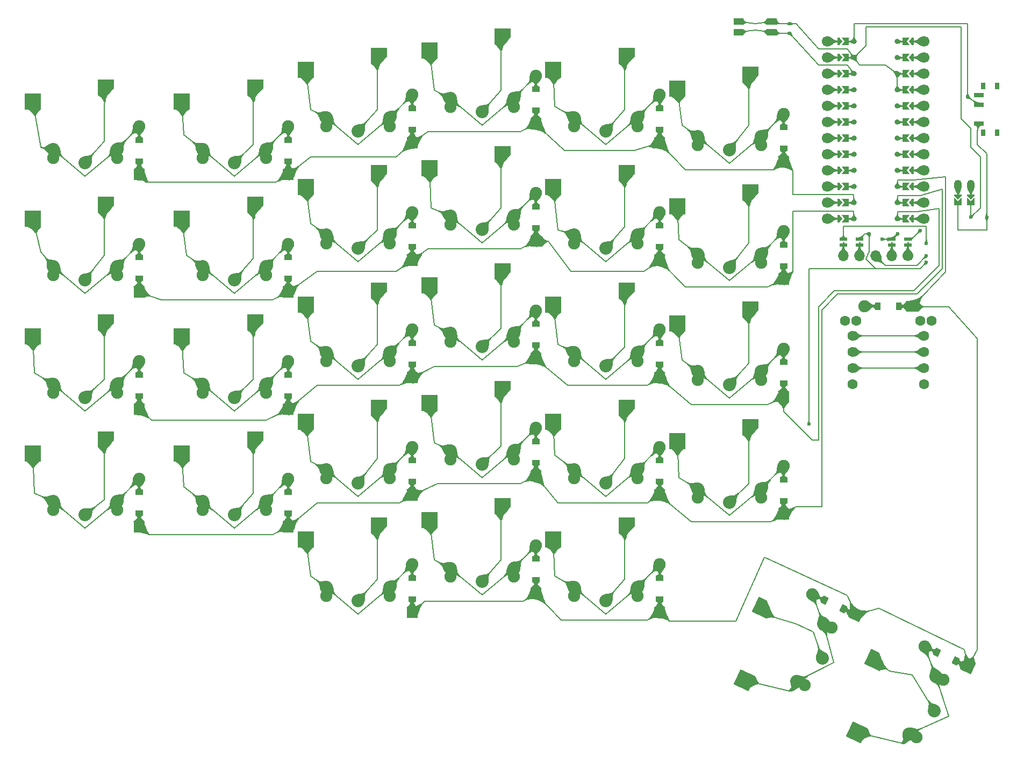
<source format=gbr>
%TF.GenerationSoftware,KiCad,Pcbnew,8.0.4*%
%TF.CreationDate,2024-07-28T16:02:37-05:00*%
%TF.ProjectId,reversible,72657665-7273-4696-926c-652e6b696361,0.5.0*%
%TF.SameCoordinates,Original*%
%TF.FileFunction,Copper,L1,Top*%
%TF.FilePolarity,Positive*%
%FSLAX46Y46*%
G04 Gerber Fmt 4.6, Leading zero omitted, Abs format (unit mm)*
G04 Created by KiCad (PCBNEW 8.0.4) date 2024-07-28 16:02:37*
%MOMM*%
%LPD*%
G01*
G04 APERTURE LIST*
G04 Aperture macros list*
%AMRotRect*
0 Rectangle, with rotation*
0 The origin of the aperture is its center*
0 $1 length*
0 $2 width*
0 $3 Rotation angle, in degrees counterclockwise*
0 Add horizontal line*
21,1,$1,$2,0,0,$3*%
%AMOutline5P*
0 Free polygon, 5 corners , with rotation*
0 The origin of the aperture is its center*
0 number of corners: always 5*
0 $1 to $10 corner X, Y*
0 $11 Rotation angle, in degrees counterclockwise*
0 create outline with 5 corners*
4,1,5,$1,$2,$3,$4,$5,$6,$7,$8,$9,$10,$1,$2,$11*%
%AMOutline6P*
0 Free polygon, 6 corners , with rotation*
0 The origin of the aperture is its center*
0 number of corners: always 6*
0 $1 to $12 corner X, Y*
0 $13 Rotation angle, in degrees counterclockwise*
0 create outline with 6 corners*
4,1,6,$1,$2,$3,$4,$5,$6,$7,$8,$9,$10,$11,$12,$1,$2,$13*%
%AMOutline7P*
0 Free polygon, 7 corners , with rotation*
0 The origin of the aperture is its center*
0 number of corners: always 7*
0 $1 to $14 corner X, Y*
0 $15 Rotation angle, in degrees counterclockwise*
0 create outline with 7 corners*
4,1,7,$1,$2,$3,$4,$5,$6,$7,$8,$9,$10,$11,$12,$13,$14,$1,$2,$15*%
%AMOutline8P*
0 Free polygon, 8 corners , with rotation*
0 The origin of the aperture is its center*
0 number of corners: always 8*
0 $1 to $16 corner X, Y*
0 $17 Rotation angle, in degrees counterclockwise*
0 create outline with 8 corners*
4,1,8,$1,$2,$3,$4,$5,$6,$7,$8,$9,$10,$11,$12,$13,$14,$15,$16,$1,$2,$17*%
%AMFreePoly0*
4,1,6,0.600000,-1.000000,0.000000,-0.400000,-0.600000,-1.000000,-0.600000,0.250000,0.600000,0.250000,0.600000,-1.000000,0.600000,-1.000000,$1*%
%AMFreePoly1*
4,1,6,0.600000,-0.200000,0.600000,-0.400000,-0.600000,-0.400000,-0.600000,-0.200000,0.000000,0.400000,0.600000,-0.200000,0.600000,-0.200000,$1*%
%AMFreePoly2*
4,1,6,0.250000,0.000000,-0.250000,-0.625000,-0.500000,-0.625000,-0.500000,0.625000,-0.250000,0.625000,0.250000,0.000000,0.250000,0.000000,$1*%
%AMFreePoly3*
4,1,6,0.500000,-0.625000,-0.650000,-0.625000,-0.150000,0.000000,-0.650000,0.625000,0.500000,0.625000,0.500000,-0.625000,0.500000,-0.625000,$1*%
G04 Aperture macros list end*
%TA.AperFunction,SMDPad,CuDef*%
%ADD10FreePoly0,180.000000*%
%TD*%
%TA.AperFunction,ComponentPad*%
%ADD11O,1.200000X1.750000*%
%TD*%
%TA.AperFunction,SMDPad,CuDef*%
%ADD12FreePoly1,180.000000*%
%TD*%
%TA.AperFunction,SMDPad,CuDef*%
%ADD13R,1.550000X1.000000*%
%TD*%
%TA.AperFunction,ComponentPad*%
%ADD14O,1.700000X1.700000*%
%TD*%
%TA.AperFunction,ComponentPad*%
%ADD15C,1.700000*%
%TD*%
%TA.AperFunction,SMDPad,CuDef*%
%ADD16R,1.200000X0.600000*%
%TD*%
%TA.AperFunction,ComponentPad*%
%ADD17C,1.600000*%
%TD*%
%TA.AperFunction,SMDPad,CuDef*%
%ADD18FreePoly2,180.000000*%
%TD*%
%TA.AperFunction,SMDPad,CuDef*%
%ADD19FreePoly2,0.000000*%
%TD*%
%TA.AperFunction,ComponentPad*%
%ADD20C,0.800000*%
%TD*%
%TA.AperFunction,SMDPad,CuDef*%
%ADD21FreePoly3,180.000000*%
%TD*%
%TA.AperFunction,SMDPad,CuDef*%
%ADD22FreePoly3,0.000000*%
%TD*%
%TA.AperFunction,SMDPad,CuDef*%
%ADD23R,0.800000X1.000000*%
%TD*%
%TA.AperFunction,SMDPad,CuDef*%
%ADD24R,1.500000X0.700000*%
%TD*%
%TA.AperFunction,ComponentPad*%
%ADD25C,1.900000*%
%TD*%
%TA.AperFunction,ComponentPad*%
%ADD26C,2.032000*%
%TD*%
%TA.AperFunction,SMDPad,CuDef*%
%ADD27Outline5P,-1.300000X1.300000X1.300000X1.300000X1.300000X-0.117000X0.117000X-1.300000X-1.300000X-1.300000X0.000000*%
%TD*%
%TA.AperFunction,SMDPad,CuDef*%
%ADD28R,2.600000X2.600000*%
%TD*%
%TA.AperFunction,ComponentPad*%
%ADD29R,1.778000X1.778000*%
%TD*%
%TA.AperFunction,SMDPad,CuDef*%
%ADD30R,1.200000X0.900000*%
%TD*%
%TA.AperFunction,ComponentPad*%
%ADD31C,1.905000*%
%TD*%
%TA.AperFunction,SMDPad,CuDef*%
%ADD32Outline5P,-1.300000X1.300000X1.300000X1.300000X1.300000X-0.117000X0.117000X-1.300000X-1.300000X-1.300000X65.000000*%
%TD*%
%TA.AperFunction,SMDPad,CuDef*%
%ADD33RotRect,2.600000X2.600000X65.000000*%
%TD*%
%TA.AperFunction,ComponentPad*%
%ADD34RotRect,1.778000X1.778000X155.000000*%
%TD*%
%TA.AperFunction,SMDPad,CuDef*%
%ADD35RotRect,0.900000X1.200000X155.000000*%
%TD*%
%TA.AperFunction,SMDPad,CuDef*%
%ADD36R,0.900000X1.200000*%
%TD*%
%TA.AperFunction,ViaPad*%
%ADD37C,0.600000*%
%TD*%
%TA.AperFunction,Conductor*%
%ADD38C,0.200000*%
%TD*%
%TA.AperFunction,Conductor*%
%ADD39C,0.250000*%
%TD*%
G04 APERTURE END LIST*
D10*
%TO.P,JST1,1*%
%TO.N,BAT_P*%
X166999996Y-46718380D03*
%TO.P,JST1,2*%
%TO.N,GND*%
X168999996Y-46718381D03*
D11*
%TO.P,JST1,11*%
%TO.N,JST1_1*%
X166999996Y-43902382D03*
%TO.P,JST1,12*%
%TO.N,JST1_2*%
X168999996Y-43902380D03*
D12*
%TO.P,JST1,21*%
%TO.N,JST1_1*%
X166999993Y-45702381D03*
%TO.P,JST1,22*%
%TO.N,JST1_2*%
X168999997Y-45702379D03*
%TD*%
D13*
%TO.P,RST1,1*%
%TO.N,GND*%
X137624995Y-18052380D03*
%TO.P,RST1,2*%
%TO.N,RST*%
X137624996Y-19752379D03*
%TO.P,RST1,3*%
%TO.N,GND*%
X132374994Y-18052381D03*
%TO.P,RST1,4*%
%TO.N,RST*%
X132374995Y-19752380D03*
%TD*%
D14*
%TO.P,DISP1,1*%
%TO.N,DISP1_1*%
X148919998Y-54999999D03*
%TO.P,DISP1,2*%
%TO.N,DISP1_2*%
X151459996Y-55000000D03*
%TO.P,DISP1,3*%
%TO.N,VCC*%
X154000000Y-55000000D03*
%TO.P,DISP1,4*%
%TO.N,DISP1_4*%
X156539998Y-55000000D03*
D15*
%TO.P,DISP1,5*%
%TO.N,DISP1_5*%
X159079997Y-55000000D03*
D16*
%TO.P,DISP1,10*%
%TO.N,DISP1_1*%
X148919998Y-53249999D03*
%TO.P,DISP1,11*%
%TO.N,DISP1_2*%
X151459997Y-53249999D03*
%TO.P,DISP1,12*%
%TO.N,DISP1_4*%
X156539997Y-53250000D03*
%TO.P,DISP1,13*%
%TO.N,DISP1_5*%
X159079998Y-53250000D03*
%TO.P,DISP1,14*%
%TO.N,P2*%
X148919997Y-52349999D03*
%TO.P,DISP1,15*%
%TO.N,GND*%
X151459998Y-52349998D03*
%TO.P,DISP1,16*%
%TO.N,P3*%
X156539996Y-52349999D03*
%TO.P,DISP1,17*%
%TO.N,P4*%
X159079997Y-52350000D03*
%TD*%
D17*
%TO.P,,A*%
%TO.N,P1*%
X150375002Y-67592380D03*
X161625001Y-67592380D03*
%TO.P,,B*%
%TO.N,GND*%
X150375001Y-70132381D03*
X161625001Y-70132381D03*
%TO.P,,C*%
%TO.N,P0*%
X150375001Y-72672381D03*
X161625001Y-72672381D03*
%TO.P,,D*%
%TO.N,unused*%
X150375001Y-75212382D03*
X161625000Y-75212382D03*
%TO.P,,S1*%
%TO.N,P21*%
X149150002Y-65202381D03*
X162850001Y-65202382D03*
%TO.P,,S2*%
%TO.N,OPTION*%
X151000001Y-65202381D03*
X161000001Y-65202381D03*
%TD*%
D18*
%TO.P,MCU1,1*%
%TO.N,MCU1_1*%
X159499993Y-21202381D03*
D15*
X161619992Y-21202379D03*
D18*
%TO.P,MCU1,2*%
%TO.N,MCU1_2*%
X159499997Y-23742383D03*
D15*
X161619995Y-23742381D03*
D18*
%TO.P,MCU1,3*%
%TO.N,MCU1_3*%
X159499994Y-26282381D03*
D15*
X161619994Y-26282383D03*
D18*
%TO.P,MCU1,4*%
%TO.N,MCU1_4*%
X159499995Y-28822382D03*
D15*
X161619996Y-28822382D03*
D18*
%TO.P,MCU1,5*%
%TO.N,MCU1_5*%
X159499996Y-31362383D03*
D15*
X161619995Y-31362383D03*
D18*
%TO.P,MCU1,6*%
%TO.N,MCU1_6*%
X159499995Y-33902382D03*
D15*
X161619997Y-33902381D03*
D18*
%TO.P,MCU1,7*%
%TO.N,MCU1_7*%
X159499996Y-36442382D03*
D15*
X161619995Y-36442382D03*
D18*
%TO.P,MCU1,8*%
%TO.N,MCU1_8*%
X159499995Y-38982383D03*
D15*
X161619996Y-38982381D03*
D18*
%TO.P,MCU1,9*%
%TO.N,MCU1_9*%
X159499996Y-41522383D03*
D15*
X161619994Y-41522381D03*
D18*
%TO.P,MCU1,10*%
%TO.N,MCU1_10*%
X159499997Y-44062381D03*
D15*
X161619996Y-44062384D03*
D18*
%TO.P,MCU1,11*%
%TO.N,MCU1_11*%
X159499993Y-46602382D03*
D15*
X161619995Y-46602382D03*
D18*
%TO.P,MCU1,12*%
%TO.N,MCU1_12*%
X159499995Y-49142382D03*
D15*
X161619995Y-49142383D03*
%TO.P,MCU1,13*%
%TO.N,MCU1_13*%
X146379994Y-49142382D03*
D19*
X148499995Y-49142380D03*
D15*
%TO.P,MCU1,14*%
%TO.N,MCU1_14*%
X146379998Y-46602385D03*
D19*
X148499997Y-46602383D03*
D15*
%TO.P,MCU1,15*%
%TO.N,MCU1_15*%
X146379995Y-44062383D03*
D19*
X148499993Y-44062381D03*
D15*
%TO.P,MCU1,16*%
%TO.N,MCU1_16*%
X146379996Y-41522381D03*
D19*
X148499996Y-41522383D03*
D15*
%TO.P,MCU1,17*%
%TO.N,MCU1_17*%
X146379994Y-38982382D03*
D19*
X148499995Y-38982382D03*
D15*
%TO.P,MCU1,18*%
%TO.N,MCU1_18*%
X146379995Y-36442381D03*
D19*
X148499994Y-36442381D03*
D15*
%TO.P,MCU1,19*%
%TO.N,MCU1_19*%
X146379993Y-33902383D03*
D19*
X148499995Y-33902382D03*
D15*
%TO.P,MCU1,20*%
%TO.N,MCU1_20*%
X146379995Y-31362382D03*
D19*
X148499994Y-31362382D03*
D15*
%TO.P,MCU1,21*%
%TO.N,MCU1_21*%
X146379994Y-28822383D03*
D19*
X148499995Y-28822381D03*
D15*
%TO.P,MCU1,22*%
%TO.N,MCU1_22*%
X146379996Y-26282383D03*
D19*
X148499994Y-26282381D03*
D15*
%TO.P,MCU1,23*%
%TO.N,MCU1_23*%
X146379994Y-23742380D03*
D19*
X148499993Y-23742383D03*
D15*
%TO.P,MCU1,24*%
%TO.N,MCU1_24*%
X146379995Y-21202382D03*
D19*
X148499997Y-21202382D03*
D20*
%TO.P,MCU1,101*%
%TO.N,P1*%
X157399995Y-21202384D03*
D21*
X158774994Y-21202381D03*
D20*
%TO.P,MCU1,102*%
%TO.N,P0*%
X157399993Y-23742383D03*
D21*
X158774995Y-23742383D03*
D20*
%TO.P,MCU1,103*%
%TO.N,GND*%
X157399994Y-26282382D03*
D21*
X158774995Y-26282382D03*
D20*
%TO.P,MCU1,104*%
X157399995Y-28822381D03*
D21*
X158774996Y-28822382D03*
D20*
%TO.P,MCU1,105*%
%TO.N,P2*%
X157399995Y-31362382D03*
D21*
X158774993Y-31362381D03*
D20*
%TO.P,MCU1,106*%
%TO.N,P3*%
X157399993Y-33902383D03*
D21*
X158774995Y-33902382D03*
D20*
%TO.P,MCU1,107*%
%TO.N,P4*%
X157399994Y-36442382D03*
D21*
X158774995Y-36442384D03*
D20*
%TO.P,MCU1,108*%
%TO.N,P5*%
X157399996Y-38982382D03*
D21*
X158774996Y-38982383D03*
D20*
%TO.P,MCU1,109*%
%TO.N,P6*%
X157399995Y-41522382D03*
D21*
X158774996Y-41522382D03*
D20*
%TO.P,MCU1,110*%
%TO.N,P7*%
X157399996Y-44062382D03*
D21*
X158774994Y-44062382D03*
D20*
%TO.P,MCU1,111*%
%TO.N,P8*%
X157399992Y-46602381D03*
D21*
X158774998Y-46602382D03*
D20*
%TO.P,MCU1,112*%
%TO.N,P9*%
X157399994Y-49142382D03*
D21*
X158774996Y-49142382D03*
D22*
%TO.P,MCU1,113*%
%TO.N,P10*%
X149224994Y-49142382D03*
D20*
X150599996Y-49142383D03*
D22*
%TO.P,MCU1,114*%
%TO.N,P16*%
X149224996Y-46602383D03*
D20*
X150599995Y-46602380D03*
D22*
%TO.P,MCU1,115*%
%TO.N,P14*%
X149224995Y-44062381D03*
D20*
X150599997Y-44062381D03*
D22*
%TO.P,MCU1,116*%
%TO.N,P15*%
X149224995Y-41522382D03*
D20*
X150599996Y-41522382D03*
D22*
%TO.P,MCU1,117*%
%TO.N,P18*%
X149224994Y-38982382D03*
D20*
X150599995Y-38982383D03*
D22*
%TO.P,MCU1,118*%
%TO.N,P19*%
X149224997Y-36442383D03*
D20*
X150599995Y-36442382D03*
D22*
%TO.P,MCU1,119*%
%TO.N,P20*%
X149224995Y-33902382D03*
D20*
X150599997Y-33902381D03*
D22*
%TO.P,MCU1,120*%
%TO.N,P21*%
X149224995Y-31362380D03*
D20*
X150599996Y-31362382D03*
D22*
%TO.P,MCU1,121*%
%TO.N,VCC*%
X149224994Y-28822381D03*
D20*
X150599994Y-28822382D03*
D22*
%TO.P,MCU1,122*%
%TO.N,RST*%
X149224994Y-26282382D03*
D20*
X150599995Y-26282382D03*
D22*
%TO.P,MCU1,123*%
%TO.N,GND*%
X149224996Y-23742382D03*
D20*
X150599994Y-23742382D03*
D22*
%TO.P,MCU1,124*%
%TO.N,RAW*%
X149224992Y-21202382D03*
D20*
X150599998Y-21202383D03*
%TD*%
D23*
%TO.P,PWR1,*%
%TO.N,*%
X170914992Y-28252380D03*
X170914992Y-35552380D03*
X173124992Y-28252381D03*
X173124992Y-35552379D03*
D24*
%TO.P,PWR1,1*%
%TO.N,BAT_P*%
X170264993Y-34152379D03*
%TO.P,PWR1,2*%
%TO.N,RAW*%
X170264993Y-31152380D03*
%TO.P,PWR1,3*%
%TO.N,N/C*%
X170264992Y-29652380D03*
%TD*%
D25*
%TO.P,S15,*%
%TO.N,middle_bottom*%
X86999997Y-87052380D03*
X96999996Y-87052380D03*
D26*
%TO.P,S15,1*%
X86999995Y-85702380D03*
D27*
%TO.N,P19*%
X95274996Y-75952382D03*
D26*
%TO.N,middle_bottom*%
X96999997Y-85702379D03*
D28*
%TO.P,S15,2*%
X83724997Y-78152380D03*
D26*
%TO.N,P19*%
X91999997Y-87802380D03*
%TD*%
D29*
%TO.P,D23,1*%
%TO.N,P16*%
X119999996Y-37212383D03*
D30*
X119999995Y-35052380D03*
%TO.P,D23,2*%
%TO.N,index_num*%
X119999995Y-31752384D03*
D31*
X119999994Y-29592381D03*
%TD*%
D25*
%TO.P,S9,*%
%TO.N,ring_mod*%
X67499994Y-108552381D03*
X77499993Y-108552381D03*
D26*
%TO.P,S9,1*%
X67499992Y-107202381D03*
D27*
%TO.N,P14*%
X75774993Y-97452383D03*
D26*
%TO.N,ring_mod*%
X77499994Y-107202380D03*
D28*
%TO.P,S9,2*%
X64224994Y-99652381D03*
D26*
%TO.N,P14*%
X72499994Y-109302381D03*
%TD*%
D29*
%TO.P,D5,1*%
%TO.N,P8*%
X61499996Y-97712382D03*
D30*
X61499995Y-95552379D03*
%TO.P,D5,2*%
%TO.N,pinky_bottom*%
X61499995Y-92252383D03*
D31*
X61499994Y-90092380D03*
%TD*%
D25*
%TO.P,S28,*%
%TO.N,space_cluster*%
X142809007Y-122624391D03*
X147035188Y-113561314D03*
D26*
%TO.P,S28,1*%
X141585490Y-122053855D03*
D32*
%TO.N,P19*%
X136246152Y-110433633D03*
D26*
%TO.N,space_cluster*%
X145811673Y-112990778D03*
D33*
%TO.P,S28,2*%
X133358792Y-121831246D03*
D26*
%TO.N,P19*%
X145601828Y-118409816D03*
%TD*%
D34*
%TO.P,D29,1*%
%TO.N,P7*%
X168598130Y-119754457D03*
D35*
X166640507Y-118841599D03*
%TO.P,D29,2*%
%TO.N,extra_cluster*%
X163649689Y-117446963D03*
D31*
X161692066Y-116534105D03*
%TD*%
D25*
%TO.P,S16,*%
%TO.N,middle_home*%
X86999994Y-68552380D03*
X96999993Y-68552380D03*
D26*
%TO.P,S16,1*%
X86999992Y-67202380D03*
D27*
%TO.N,P19*%
X95274993Y-57452382D03*
D26*
%TO.N,middle_home*%
X96999994Y-67202379D03*
D28*
%TO.P,S16,2*%
X83724994Y-59652380D03*
D26*
%TO.N,P19*%
X91999994Y-69302380D03*
%TD*%
D25*
%TO.P,S22,*%
%TO.N,index_top*%
X106499997Y-53052378D03*
X116499996Y-53052378D03*
D26*
%TO.P,S22,1*%
X106499995Y-51702378D03*
D27*
%TO.N,P20*%
X114774996Y-41952380D03*
D26*
%TO.N,index_top*%
X116499997Y-51702377D03*
D28*
%TO.P,S22,2*%
X103224997Y-44152378D03*
D26*
%TO.N,P20*%
X111499997Y-53802378D03*
%TD*%
D29*
%TO.P,D13,1*%
%TO.N,P16*%
X80999997Y-37212379D03*
D30*
X80999996Y-35052376D03*
%TO.P,D13,2*%
%TO.N,ring_num*%
X80999996Y-31752380D03*
D31*
X80999995Y-29592377D03*
%TD*%
D25*
%TO.P,S21,*%
%TO.N,index_home*%
X106499997Y-71552380D03*
X116499996Y-71552380D03*
D26*
%TO.P,S21,1*%
X106499995Y-70202380D03*
D27*
%TO.N,P20*%
X114774996Y-60452382D03*
D26*
%TO.N,index_home*%
X116499997Y-70202379D03*
D28*
%TO.P,S21,2*%
X103224997Y-62652380D03*
D26*
%TO.N,P20*%
X111499997Y-72302380D03*
%TD*%
D29*
%TO.P,D17,1*%
%TO.N,P10*%
X100499997Y-52712380D03*
D30*
X100499996Y-50552377D03*
%TO.P,D17,2*%
%TO.N,middle_top*%
X100499996Y-47252381D03*
D31*
X100499995Y-45092378D03*
%TD*%
D25*
%TO.P,S10,*%
%TO.N,ring_bottom*%
X67499997Y-90052378D03*
X77499996Y-90052378D03*
D26*
%TO.P,S10,1*%
X67499995Y-88702378D03*
D27*
%TO.N,P18*%
X75774996Y-78952380D03*
D26*
%TO.N,ring_bottom*%
X77499997Y-88702377D03*
D28*
%TO.P,S10,2*%
X64224997Y-81152378D03*
D26*
%TO.N,P18*%
X72499997Y-90802378D03*
%TD*%
D25*
%TO.P,S29,*%
%TO.N,extra_cluster*%
X160482008Y-130865449D03*
X164708189Y-121802372D03*
D26*
%TO.P,S29,1*%
X159258491Y-130294913D03*
D32*
%TO.N,P20*%
X153919153Y-118674691D03*
D26*
%TO.N,extra_cluster*%
X163484674Y-121231836D03*
D33*
%TO.P,S29,2*%
X151031793Y-130072304D03*
D26*
%TO.N,P20*%
X163274829Y-126650874D03*
%TD*%
D29*
%TO.P,D6,1*%
%TO.N,P9*%
X61500000Y-79212376D03*
D30*
X61499999Y-77052373D03*
%TO.P,D6,2*%
%TO.N,pinky_home*%
X61499999Y-73752377D03*
D31*
X61499998Y-71592374D03*
%TD*%
D29*
%TO.P,D1,1*%
%TO.N,P8*%
X37999997Y-97712382D03*
D30*
X37999996Y-95552379D03*
%TO.P,D1,2*%
%TO.N,outer_bottom*%
X37999996Y-92252383D03*
D31*
X37999995Y-90092380D03*
%TD*%
D29*
%TO.P,D30,1*%
%TO.N,P7*%
X159809999Y-62902379D03*
D36*
X157649996Y-62902380D03*
%TO.P,D30,2*%
%TO.N,OPTION*%
X154350000Y-62902380D03*
D31*
X152189997Y-62902381D03*
%TD*%
D25*
%TO.P,S24,*%
%TO.N,inner_bottom*%
X125999995Y-93052378D03*
X135999994Y-93052378D03*
D26*
%TO.P,S24,1*%
X125999993Y-91702378D03*
D27*
%TO.N,P21*%
X134274994Y-81952380D03*
D26*
%TO.N,inner_bottom*%
X135999995Y-91702377D03*
D28*
%TO.P,S24,2*%
X122724995Y-84152378D03*
D26*
%TO.N,P21*%
X130999995Y-93802378D03*
%TD*%
D25*
%TO.P,S8,*%
%TO.N,pinky_num*%
X47999996Y-39552375D03*
X57999995Y-39552375D03*
D26*
%TO.P,S8,1*%
X47999994Y-38202375D03*
D27*
%TO.N,P15*%
X56274995Y-28452377D03*
D26*
%TO.N,pinky_num*%
X57999996Y-38202374D03*
D28*
%TO.P,S8,2*%
X44724996Y-30652375D03*
D26*
%TO.N,P15*%
X52999996Y-40302375D03*
%TD*%
D29*
%TO.P,D12,1*%
%TO.N,P10*%
X80999995Y-55712378D03*
D30*
X80999994Y-53552375D03*
%TO.P,D12,2*%
%TO.N,ring_top*%
X80999994Y-50252379D03*
D31*
X80999993Y-48092376D03*
%TD*%
D25*
%TO.P,S11,*%
%TO.N,ring_home*%
X67500000Y-71552379D03*
X77499999Y-71552379D03*
D26*
%TO.P,S11,1*%
X67499998Y-70202379D03*
D27*
%TO.N,P18*%
X75774999Y-60452381D03*
D26*
%TO.N,ring_home*%
X77500000Y-70202378D03*
D28*
%TO.P,S11,2*%
X64225000Y-62652379D03*
D26*
%TO.N,P18*%
X72500000Y-72302379D03*
%TD*%
D29*
%TO.P,D18,1*%
%TO.N,P16*%
X100499997Y-34212380D03*
D30*
X100499996Y-32052377D03*
%TO.P,D18,2*%
%TO.N,middle_num*%
X100499996Y-28752381D03*
D31*
X100499995Y-26592378D03*
%TD*%
D25*
%TO.P,S27,*%
%TO.N,inner_num*%
X125999997Y-37552375D03*
X135999996Y-37552375D03*
D26*
%TO.P,S27,1*%
X125999995Y-36202375D03*
D27*
%TO.N,P21*%
X134274996Y-26452377D03*
D26*
%TO.N,inner_num*%
X135999997Y-36202374D03*
D28*
%TO.P,S27,2*%
X122724997Y-28652375D03*
D26*
%TO.N,P21*%
X130999997Y-38302375D03*
%TD*%
D29*
%TO.P,D25,1*%
%TO.N,P9*%
X139500000Y-77212378D03*
D30*
X139499999Y-75052375D03*
%TO.P,D25,2*%
%TO.N,inner_home*%
X139499999Y-71752379D03*
D31*
X139499998Y-69592376D03*
%TD*%
D29*
%TO.P,D19,1*%
%TO.N,P7*%
X119999996Y-111212382D03*
D30*
X119999995Y-109052379D03*
%TO.P,D19,2*%
%TO.N,index_mod*%
X119999995Y-105752383D03*
D31*
X119999994Y-103592380D03*
%TD*%
D25*
%TO.P,S4,*%
%TO.N,outer_num*%
X24499998Y-39552381D03*
X34499997Y-39552381D03*
D26*
%TO.P,S4,1*%
X24499996Y-38202381D03*
D27*
%TO.N,P14*%
X32774997Y-28452383D03*
D26*
%TO.N,outer_num*%
X34499998Y-38202380D03*
D28*
%TO.P,S4,2*%
X21224998Y-30652381D03*
D26*
%TO.N,P14*%
X29499998Y-40302381D03*
%TD*%
D29*
%TO.P,D11,1*%
%TO.N,P9*%
X80999996Y-74212383D03*
D30*
X80999995Y-72052380D03*
%TO.P,D11,2*%
%TO.N,ring_home*%
X80999995Y-68752384D03*
D31*
X80999994Y-66592381D03*
%TD*%
D25*
%TO.P,S7,*%
%TO.N,pinky_top*%
X47999994Y-58052380D03*
X57999993Y-58052380D03*
D26*
%TO.P,S7,1*%
X47999992Y-56702380D03*
D27*
%TO.N,P15*%
X56274993Y-46952382D03*
D26*
%TO.N,pinky_top*%
X57999994Y-56702379D03*
D28*
%TO.P,S7,2*%
X44724994Y-49152380D03*
D26*
%TO.N,P15*%
X52999994Y-58802380D03*
%TD*%
D29*
%TO.P,D24,1*%
%TO.N,P8*%
X139500001Y-95712381D03*
D30*
X139500000Y-93552378D03*
%TO.P,D24,2*%
%TO.N,inner_bottom*%
X139500000Y-90252382D03*
D31*
X139499999Y-88092379D03*
%TD*%
D25*
%TO.P,S14,*%
%TO.N,middle_mod*%
X86999998Y-105552379D03*
X96999997Y-105552379D03*
D26*
%TO.P,S14,1*%
X86999996Y-104202379D03*
D27*
%TO.N,P15*%
X95274997Y-94452381D03*
D26*
%TO.N,middle_mod*%
X96999998Y-104202378D03*
D28*
%TO.P,S14,2*%
X83724998Y-96652379D03*
D26*
%TO.N,P15*%
X91999998Y-106302379D03*
%TD*%
D29*
%TO.P,D20,1*%
%TO.N,P8*%
X119999997Y-92712379D03*
D30*
X119999996Y-90552376D03*
%TO.P,D20,2*%
%TO.N,index_bottom*%
X119999996Y-87252380D03*
D31*
X119999995Y-85092377D03*
%TD*%
D29*
%TO.P,D27,1*%
%TO.N,P16*%
X139500002Y-40212381D03*
D30*
X139500001Y-38052378D03*
%TO.P,D27,2*%
%TO.N,inner_num*%
X139500001Y-34752382D03*
D31*
X139500000Y-32592379D03*
%TD*%
D29*
%TO.P,D9,1*%
%TO.N,P7*%
X80999997Y-111212380D03*
D30*
X80999996Y-109052377D03*
%TO.P,D9,2*%
%TO.N,ring_mod*%
X80999996Y-105752381D03*
D31*
X80999995Y-103592378D03*
%TD*%
D29*
%TO.P,D10,1*%
%TO.N,P8*%
X80999996Y-92712380D03*
D30*
X80999995Y-90552377D03*
%TO.P,D10,2*%
%TO.N,ring_bottom*%
X80999995Y-87252381D03*
D31*
X80999994Y-85092378D03*
%TD*%
D25*
%TO.P,S1,*%
%TO.N,outer_bottom*%
X24499993Y-95052377D03*
X34499992Y-95052377D03*
D26*
%TO.P,S1,1*%
X24499991Y-93702377D03*
D27*
%TO.N,P14*%
X32774992Y-83952379D03*
D26*
%TO.N,outer_bottom*%
X34499993Y-93702376D03*
D28*
%TO.P,S1,2*%
X21224993Y-86152377D03*
D26*
%TO.N,P14*%
X29499993Y-95802377D03*
%TD*%
D25*
%TO.P,S12,*%
%TO.N,ring_top*%
X67500000Y-53052380D03*
X77499999Y-53052380D03*
D26*
%TO.P,S12,1*%
X67499998Y-51702380D03*
D27*
%TO.N,P18*%
X75774999Y-41952382D03*
D26*
%TO.N,ring_top*%
X77500000Y-51702379D03*
D28*
%TO.P,S12,2*%
X64225000Y-44152380D03*
D26*
%TO.N,P18*%
X72500000Y-53802380D03*
%TD*%
D29*
%TO.P,D3,1*%
%TO.N,P10*%
X37999999Y-60712377D03*
D30*
X37999998Y-58552374D03*
%TO.P,D3,2*%
%TO.N,outer_top*%
X37999998Y-55252378D03*
D31*
X37999997Y-53092375D03*
%TD*%
D25*
%TO.P,S5,*%
%TO.N,pinky_bottom*%
X47999997Y-95052379D03*
X57999996Y-95052379D03*
D26*
%TO.P,S5,1*%
X47999995Y-93702379D03*
D27*
%TO.N,P15*%
X56274996Y-83952381D03*
D26*
%TO.N,pinky_bottom*%
X57999997Y-93702378D03*
D28*
%TO.P,S5,2*%
X44724997Y-86152379D03*
D26*
%TO.N,P15*%
X52999997Y-95802379D03*
%TD*%
D25*
%TO.P,S2,*%
%TO.N,outer_home*%
X24499997Y-76552378D03*
X34499996Y-76552378D03*
D26*
%TO.P,S2,1*%
X24499995Y-75202378D03*
D27*
%TO.N,P14*%
X32774996Y-65452380D03*
D26*
%TO.N,outer_home*%
X34499997Y-75202377D03*
D28*
%TO.P,S2,2*%
X21224997Y-67652378D03*
D26*
%TO.N,P14*%
X29499997Y-77302378D03*
%TD*%
D34*
%TO.P,D28,1*%
%TO.N,P7*%
X150925133Y-111513397D03*
D35*
X148967510Y-110600539D03*
%TO.P,D28,2*%
%TO.N,space_cluster*%
X145976692Y-109205903D03*
D31*
X144019069Y-108293045D03*
%TD*%
D29*
%TO.P,D16,1*%
%TO.N,P9*%
X100499994Y-71212380D03*
D30*
X100499993Y-69052377D03*
%TO.P,D16,2*%
%TO.N,middle_home*%
X100499993Y-65752381D03*
D31*
X100499992Y-63592378D03*
%TD*%
D25*
%TO.P,S26,*%
%TO.N,inner_top*%
X125999995Y-56052383D03*
X135999994Y-56052383D03*
D26*
%TO.P,S26,1*%
X125999993Y-54702383D03*
D27*
%TO.N,P21*%
X134274994Y-44952385D03*
D26*
%TO.N,inner_top*%
X135999995Y-54702382D03*
D28*
%TO.P,S26,2*%
X122724995Y-47152383D03*
D26*
%TO.N,P21*%
X130999995Y-56802383D03*
%TD*%
D29*
%TO.P,D2,1*%
%TO.N,P9*%
X37999994Y-79212381D03*
D30*
X37999993Y-77052378D03*
%TO.P,D2,2*%
%TO.N,outer_home*%
X37999993Y-73752382D03*
D31*
X37999992Y-71592379D03*
%TD*%
D25*
%TO.P,S25,*%
%TO.N,inner_home*%
X125999994Y-74552379D03*
X135999993Y-74552379D03*
D26*
%TO.P,S25,1*%
X125999992Y-73202379D03*
D27*
%TO.N,P21*%
X134274993Y-63452381D03*
D26*
%TO.N,inner_home*%
X135999994Y-73202378D03*
D28*
%TO.P,S25,2*%
X122724994Y-65652379D03*
D26*
%TO.N,P21*%
X130999994Y-75302379D03*
%TD*%
D29*
%TO.P,D7,1*%
%TO.N,P10*%
X61499994Y-60712384D03*
D30*
X61499993Y-58552381D03*
%TO.P,D7,2*%
%TO.N,pinky_top*%
X61499993Y-55252385D03*
D31*
X61499992Y-53092382D03*
%TD*%
D29*
%TO.P,D22,1*%
%TO.N,P10*%
X119999991Y-55712377D03*
D30*
X119999990Y-53552374D03*
%TO.P,D22,2*%
%TO.N,index_top*%
X119999990Y-50252378D03*
D31*
X119999989Y-48092375D03*
%TD*%
D29*
%TO.P,D21,1*%
%TO.N,P9*%
X119999996Y-74212381D03*
D30*
X119999995Y-72052378D03*
%TO.P,D21,2*%
%TO.N,index_home*%
X119999995Y-68752382D03*
D31*
X119999994Y-66592379D03*
%TD*%
D29*
%TO.P,D4,1*%
%TO.N,P16*%
X37999993Y-42212382D03*
D30*
X37999992Y-40052379D03*
%TO.P,D4,2*%
%TO.N,outer_num*%
X37999992Y-36752383D03*
D31*
X37999991Y-34592380D03*
%TD*%
D29*
%TO.P,D14,1*%
%TO.N,P7*%
X100499994Y-108212379D03*
D30*
X100499993Y-106052376D03*
%TO.P,D14,2*%
%TO.N,middle_mod*%
X100499993Y-102752380D03*
D31*
X100499992Y-100592377D03*
%TD*%
D25*
%TO.P,S17,*%
%TO.N,middle_top*%
X86999999Y-50052376D03*
X96999998Y-50052376D03*
D26*
%TO.P,S17,1*%
X86999997Y-48702376D03*
D27*
%TO.N,P19*%
X95274998Y-38952378D03*
D26*
%TO.N,middle_top*%
X96999999Y-48702375D03*
D28*
%TO.P,S17,2*%
X83724999Y-41152376D03*
D26*
%TO.N,P19*%
X91999999Y-50802376D03*
%TD*%
D25*
%TO.P,S13,*%
%TO.N,ring_num*%
X67499993Y-34552383D03*
X77499992Y-34552383D03*
D26*
%TO.P,S13,1*%
X67499991Y-33202383D03*
D27*
%TO.N,P18*%
X75774992Y-23452385D03*
D26*
%TO.N,ring_num*%
X77499993Y-33202382D03*
D28*
%TO.P,S13,2*%
X64224993Y-25652383D03*
D26*
%TO.N,P18*%
X72499993Y-35302383D03*
%TD*%
D25*
%TO.P,S19,*%
%TO.N,index_mod*%
X106499997Y-108552381D03*
X116499996Y-108552381D03*
D26*
%TO.P,S19,1*%
X106499995Y-107202381D03*
D27*
%TO.N,P18*%
X114774996Y-97452383D03*
D26*
%TO.N,index_mod*%
X116499997Y-107202380D03*
D28*
%TO.P,S19,2*%
X103224997Y-99652381D03*
D26*
%TO.N,P18*%
X111499997Y-109302381D03*
%TD*%
D25*
%TO.P,S20,*%
%TO.N,index_bottom*%
X106499995Y-90052376D03*
X116499994Y-90052376D03*
D26*
%TO.P,S20,1*%
X106499993Y-88702376D03*
D27*
%TO.N,P20*%
X114774994Y-78952378D03*
D26*
%TO.N,index_bottom*%
X116499995Y-88702375D03*
D28*
%TO.P,S20,2*%
X103224995Y-81152376D03*
D26*
%TO.N,P20*%
X111499995Y-90802376D03*
%TD*%
D25*
%TO.P,S3,*%
%TO.N,outer_top*%
X24499995Y-58052380D03*
X34499994Y-58052380D03*
D26*
%TO.P,S3,1*%
X24499993Y-56702380D03*
D27*
%TO.N,P14*%
X32774994Y-46952382D03*
D26*
%TO.N,outer_top*%
X34499995Y-56702379D03*
D28*
%TO.P,S3,2*%
X21224995Y-49152380D03*
D26*
%TO.N,P14*%
X29499995Y-58802380D03*
%TD*%
D29*
%TO.P,D15,1*%
%TO.N,P8*%
X100499995Y-89712379D03*
D30*
X100499994Y-87552376D03*
%TO.P,D15,2*%
%TO.N,middle_bottom*%
X100499994Y-84252380D03*
D31*
X100499993Y-82092377D03*
%TD*%
D29*
%TO.P,D26,1*%
%TO.N,P10*%
X139499999Y-58712381D03*
D30*
X139499998Y-56552378D03*
%TO.P,D26,2*%
%TO.N,inner_top*%
X139499998Y-53252382D03*
D31*
X139499997Y-51092379D03*
%TD*%
D25*
%TO.P,S18,*%
%TO.N,middle_num*%
X87000000Y-31552384D03*
X96999999Y-31552384D03*
D26*
%TO.P,S18,1*%
X86999998Y-30202384D03*
D27*
%TO.N,P19*%
X95274999Y-20452386D03*
D26*
%TO.N,middle_num*%
X97000000Y-30202383D03*
D28*
%TO.P,S18,2*%
X83725000Y-22652384D03*
D26*
%TO.N,P19*%
X92000000Y-32302384D03*
%TD*%
D29*
%TO.P,D8,1*%
%TO.N,P16*%
X61499996Y-42212382D03*
D30*
X61499995Y-40052379D03*
%TO.P,D8,2*%
%TO.N,pinky_num*%
X61499995Y-36752383D03*
D31*
X61499994Y-34592380D03*
%TD*%
D25*
%TO.P,S23,*%
%TO.N,index_num*%
X106499994Y-34552377D03*
X116499993Y-34552377D03*
D26*
%TO.P,S23,1*%
X106499992Y-33202377D03*
D27*
%TO.N,P20*%
X114774993Y-23452379D03*
D26*
%TO.N,index_num*%
X116499994Y-33202376D03*
D28*
%TO.P,S23,2*%
X103224994Y-25652377D03*
D26*
%TO.N,P20*%
X111499994Y-35302377D03*
%TD*%
D25*
%TO.P,S6,*%
%TO.N,pinky_home*%
X47999992Y-76552378D03*
X57999991Y-76552378D03*
D26*
%TO.P,S6,1*%
X47999990Y-75202378D03*
D27*
%TO.N,P15*%
X56274991Y-65452380D03*
D26*
%TO.N,pinky_home*%
X57999992Y-75202377D03*
D28*
%TO.P,S6,2*%
X44724992Y-67652378D03*
D26*
%TO.N,P15*%
X52999992Y-77302378D03*
%TD*%
D37*
%TO.N,GND*%
X153000000Y-51500000D03*
X140499995Y-18402382D03*
X162000000Y-56000000D03*
X168999993Y-48902381D03*
X143500000Y-81500000D03*
%TO.N,RAW*%
X168499996Y-29902381D03*
%TO.N,RST*%
X140499993Y-19902380D03*
%TO.N,VCC*%
X162000000Y-55000000D03*
%TO.N,P2*%
X162000000Y-53000000D03*
%TO.N,P3*%
X157500000Y-51500000D03*
X155000000Y-52349999D03*
%TO.N,P4*%
X161000000Y-51000000D03*
%TO.N,BAT_P*%
X171499993Y-48902380D03*
%TD*%
D38*
%TO.N,P14*%
X32499998Y-31402379D02*
X32499996Y-36902380D01*
X32499994Y-67902378D02*
X32499995Y-74402380D01*
X32774995Y-28452381D02*
X32499998Y-31402379D01*
X32499996Y-48902378D02*
X32499996Y-54902378D01*
X32499995Y-74402380D02*
X29499997Y-77302378D01*
X75774989Y-97452381D02*
X75499993Y-99902378D01*
X32774997Y-46952381D02*
X32499996Y-48902378D01*
X32499994Y-93402377D02*
X29499997Y-95802377D01*
X32774992Y-65452378D02*
X32499994Y-67902378D01*
X75500001Y-105902378D02*
X72499997Y-109302380D01*
X32499999Y-86402380D02*
X32499994Y-93402377D01*
D39*
X149224993Y-44062379D02*
X150599996Y-44062379D01*
D38*
X32499996Y-36902380D02*
X29499994Y-40302377D01*
X75499993Y-99902378D02*
X75500001Y-105902378D01*
X32774994Y-83952379D02*
X32499999Y-86402380D01*
X32499996Y-54902378D02*
X29499996Y-58802382D01*
%TO.N,outer_bottom*%
X24499998Y-93702378D02*
X29499998Y-97902381D01*
X37999996Y-90092377D02*
X37999997Y-92252379D01*
X21499999Y-92402378D02*
X24499998Y-93702378D01*
X21224998Y-86152379D02*
X21499999Y-92402378D01*
X34499993Y-93702379D02*
X37999996Y-90092377D01*
X29499998Y-97902381D02*
X34499993Y-93702379D01*
D39*
%TO.N,GND*%
X158774997Y-26282377D02*
X157399997Y-26282377D01*
D38*
X168999997Y-34902377D02*
X167499994Y-33402378D01*
X151499993Y-24902378D02*
X155499994Y-24902377D01*
X141499996Y-18402377D02*
X144999992Y-22402381D01*
D39*
X158774997Y-28822381D02*
X157399994Y-28822382D01*
D38*
X154000000Y-57000000D02*
X161000000Y-57000000D01*
X153000000Y-54373654D02*
X152936827Y-54436827D01*
X153000000Y-51500000D02*
X153000000Y-54373654D01*
X134999995Y-18402378D02*
X137624995Y-18052382D01*
X132374994Y-18052379D02*
X134999995Y-18402378D01*
X150599997Y-23742378D02*
X151499993Y-24902378D01*
X155499994Y-24902377D02*
X157399997Y-26282377D01*
X170499997Y-39402378D02*
X168999993Y-37902380D01*
X144999992Y-22402381D02*
X149499994Y-22402380D01*
X170499997Y-47402375D02*
X170499997Y-39402378D01*
X168999993Y-37902380D02*
X168999997Y-34902377D01*
D39*
X149224997Y-23742377D02*
X150599997Y-23742378D01*
D38*
X137624995Y-18052382D02*
X137974992Y-18402380D01*
X149499994Y-22402380D02*
X150599997Y-23742378D01*
X150374995Y-70132378D02*
X161624995Y-70132376D01*
X152499996Y-21902380D02*
X150599997Y-23742378D01*
X161000000Y-57000000D02*
X162000000Y-56000000D01*
X152936827Y-54436827D02*
X152500000Y-55500000D01*
X137974992Y-18402380D02*
X140499995Y-18402382D01*
X167499994Y-33402378D02*
X167499995Y-18902375D01*
X157399997Y-26282377D02*
X157399994Y-28822382D01*
X153000000Y-51500000D02*
X152309996Y-51500000D01*
X167499995Y-18902375D02*
X152499993Y-18902376D01*
X143500000Y-81500000D02*
X143500000Y-57000000D01*
X152499993Y-18902376D02*
X152499996Y-21902380D01*
X168999993Y-46718377D02*
X168999993Y-48902381D01*
X168999993Y-48902381D02*
X170499997Y-47402375D01*
X152309996Y-51500000D02*
X151459998Y-52349998D01*
X152500000Y-55500000D02*
X154000000Y-57000000D01*
X140499995Y-18402382D02*
X141499996Y-18402377D01*
X143500000Y-57000000D02*
X154000000Y-57000000D01*
%TO.N,outer_home*%
X29500000Y-79402376D02*
X34499995Y-75202378D01*
X24500000Y-75202376D02*
X29500000Y-79402376D01*
X37999997Y-71592380D02*
X37999996Y-73752378D01*
X21224997Y-67652379D02*
X21499997Y-73402381D01*
X34499995Y-75202378D02*
X37999997Y-71592380D01*
X21499997Y-73402381D02*
X24500000Y-75202376D01*
%TO.N,outer_top*%
X21224995Y-49152379D02*
X22499996Y-54402376D01*
X22499996Y-54402376D02*
X24499995Y-56702377D01*
X37999993Y-53092378D02*
X37999996Y-55252380D01*
X34499995Y-56702379D02*
X37999993Y-53092378D01*
X24499995Y-56702377D02*
X29499993Y-60902378D01*
X29499993Y-60902378D02*
X34499995Y-56702379D01*
%TO.N,outer_num*%
X22499994Y-37902380D02*
X24499993Y-38202378D01*
X21224991Y-30652380D02*
X22499994Y-37902380D01*
X29499996Y-42402377D02*
X34499997Y-38202380D01*
X37999996Y-34592378D02*
X37999997Y-36752377D01*
X24499993Y-38202378D02*
X29499996Y-42402377D01*
X34499997Y-38202380D02*
X37999996Y-34592378D01*
%TO.N,P15*%
X56274995Y-83952381D02*
X55999998Y-85902380D01*
X55999997Y-37402380D02*
X52999995Y-40302379D01*
X95274996Y-94452379D02*
X94999995Y-96902379D01*
X55999996Y-74402380D02*
X52999997Y-77302376D01*
X55999992Y-55402382D02*
X52999996Y-58802380D01*
X55999998Y-85902380D02*
X55999996Y-92402378D01*
X55999996Y-67902379D02*
X55999996Y-74402380D01*
X55999996Y-49402380D02*
X55999992Y-55402382D01*
D39*
X149224994Y-41522380D02*
X150599995Y-41522380D01*
D38*
X55999997Y-30902381D02*
X55999997Y-37402380D01*
X56274994Y-28452380D02*
X55999997Y-30902381D01*
X55999996Y-92402378D02*
X52999993Y-95802380D01*
X94999995Y-96902379D02*
X94999996Y-102902378D01*
X94999996Y-102902378D02*
X91999994Y-106302377D01*
X56274998Y-46952377D02*
X55999996Y-49402380D01*
X56274994Y-65452382D02*
X55999996Y-67902379D01*
%TO.N,pinky_bottom*%
X52999997Y-97902378D02*
X57999994Y-93702378D01*
X44999993Y-91402376D02*
X47999998Y-93702381D01*
X57999994Y-93702378D02*
X61499999Y-90092376D01*
X47999998Y-93702381D02*
X52999997Y-97902378D01*
X44724996Y-86152379D02*
X44999993Y-91402376D01*
X61499999Y-90092376D02*
X61499997Y-92252382D01*
%TO.N,pinky_home*%
X52999995Y-79402379D02*
X57999993Y-75202380D01*
X44724996Y-67652380D02*
X44999996Y-73402382D01*
X61499996Y-71592377D02*
X61499998Y-73752381D01*
X44999996Y-73402382D02*
X47999998Y-75202379D01*
X57999993Y-75202380D02*
X61499996Y-71592377D01*
X47999998Y-75202379D02*
X52999995Y-79402379D01*
%TO.N,pinky_top*%
X44724995Y-49152379D02*
X45499995Y-54902379D01*
X47999998Y-56702379D02*
X52999994Y-60902379D01*
X57999994Y-56702380D02*
X61499998Y-53092379D01*
X52999994Y-60902379D02*
X57999994Y-56702380D01*
X45499995Y-54902379D02*
X47999998Y-56702379D01*
X61499998Y-53092379D02*
X61499995Y-55252376D01*
%TO.N,pinky_num*%
X61499997Y-34592377D02*
X61499997Y-36752378D01*
X44724997Y-30652380D02*
X44999998Y-35902379D01*
X52999994Y-42402379D02*
X57999992Y-38202377D01*
X47999994Y-38202380D02*
X52999994Y-42402379D01*
X57999992Y-38202377D02*
X61499997Y-34592377D01*
X44999998Y-35902379D02*
X47999994Y-38202380D01*
%TO.N,ring_mod*%
X80999997Y-103592382D02*
X80999995Y-105752377D01*
X72499993Y-111402379D02*
X77499998Y-107202375D01*
X64999999Y-105402380D02*
X67499998Y-107202379D01*
X80999997Y-103592382D02*
X77499998Y-107202375D01*
X64224996Y-99652377D02*
X64999999Y-105402380D01*
X67499998Y-107202379D02*
X72499993Y-111402379D01*
%TO.N,P18*%
X75499996Y-25402381D02*
X75499994Y-31902378D01*
X75499993Y-44402377D02*
X75499997Y-50902380D01*
X75499994Y-68902381D02*
X72499994Y-72302383D01*
X114499998Y-105902379D02*
X111499995Y-109302377D01*
X75774998Y-23452383D02*
X75499996Y-25402381D01*
X75774993Y-41952378D02*
X75499993Y-44402377D01*
X75499992Y-81402383D02*
X75499999Y-86902379D01*
X75499994Y-31902378D02*
X72499999Y-35302382D01*
X75774998Y-60452378D02*
X75500000Y-62902382D01*
X75499999Y-86902379D02*
X72499994Y-90802382D01*
X114774998Y-97452379D02*
X114499995Y-99902379D01*
D39*
X149224994Y-38982382D02*
X150599997Y-38982382D01*
D38*
X75499997Y-50902380D02*
X72499998Y-53802381D01*
X75774995Y-78952381D02*
X75499992Y-81402383D01*
X114499995Y-99902379D02*
X114499998Y-105902379D01*
X75500000Y-62902382D02*
X75499994Y-68902381D01*
%TO.N,ring_bottom*%
X77499995Y-88702380D02*
X80999996Y-85092379D01*
X64999993Y-87402380D02*
X67499993Y-88702381D01*
X64224998Y-81152376D02*
X64999993Y-87402380D01*
X67499993Y-88702381D02*
X72499997Y-92902376D01*
X80999993Y-87252382D02*
X80999996Y-85092379D01*
X72499997Y-92902376D02*
X77499995Y-88702380D01*
%TO.N,ring_home*%
X72499996Y-74402376D02*
X77499994Y-70202379D01*
X77499994Y-70202379D02*
X80999995Y-66592377D01*
X64999992Y-68402380D02*
X67499992Y-70202383D01*
X67499992Y-70202383D02*
X72499996Y-74402376D01*
X64224995Y-62652379D02*
X64999992Y-68402380D01*
X81000002Y-68752379D02*
X80999995Y-66592377D01*
%TO.N,ring_top*%
X81000000Y-50252378D02*
X80999994Y-48092380D01*
X77499996Y-51702378D02*
X80999994Y-48092380D01*
X67499996Y-51702381D02*
X72499995Y-55902380D01*
X64999996Y-49902380D02*
X67499996Y-51702381D01*
X64224995Y-44152378D02*
X64999996Y-49902380D01*
X72499995Y-55902380D02*
X77499996Y-51702378D01*
%TO.N,ring_num*%
X64224995Y-25652378D02*
X64999997Y-31902378D01*
X77500000Y-33202382D02*
X80999991Y-29592378D01*
X72499994Y-37402379D02*
X77500000Y-33202382D01*
X64999997Y-31902378D02*
X67499995Y-33202383D01*
X80999994Y-31752379D02*
X80999991Y-29592378D01*
X67499995Y-33202383D02*
X72499994Y-37402379D01*
%TO.N,middle_mod*%
X100499992Y-100592378D02*
X100499994Y-102752379D01*
X84499996Y-102902379D02*
X86999997Y-104202381D01*
X83724995Y-96652380D02*
X84499996Y-102902379D01*
X97000000Y-104202380D02*
X100499992Y-100592378D01*
X86999997Y-104202381D02*
X91999996Y-108402382D01*
X91999996Y-108402382D02*
X97000000Y-104202380D01*
%TO.N,P19*%
X95274994Y-57452379D02*
X94999992Y-59902377D01*
X94999998Y-28902378D02*
X91999998Y-32302382D01*
X138051342Y-111969740D02*
X141434729Y-112995749D01*
X141434729Y-112995749D02*
X144153652Y-114263602D01*
X94999998Y-41402378D02*
X94999996Y-47402378D01*
X136246150Y-110433635D02*
X138051342Y-111969740D01*
D39*
X149224997Y-36442376D02*
X150599997Y-36442374D01*
D38*
X94999995Y-78402383D02*
X94999994Y-84902377D01*
X94999996Y-22902378D02*
X94999998Y-28902378D01*
X94999992Y-59902377D02*
X94999998Y-66402376D01*
X94999998Y-66402376D02*
X91999996Y-69302379D01*
X95274997Y-20452382D02*
X94999996Y-22902378D01*
X94999996Y-47402378D02*
X91999998Y-50802377D01*
X95274995Y-75952377D02*
X94999995Y-78402383D01*
X144153652Y-114263602D02*
X145601827Y-118409818D01*
X94999994Y-84902377D02*
X91999996Y-87802378D01*
X95274998Y-38952381D02*
X94999998Y-41402378D01*
%TO.N,middle_bottom*%
X84500000Y-84402377D02*
X87000000Y-85702379D01*
X100499998Y-82092376D02*
X100499996Y-84252378D01*
X87000000Y-85702379D02*
X91999994Y-89902377D01*
X96999993Y-85702378D02*
X100499998Y-82092376D01*
X91999994Y-89902377D02*
X96999993Y-85702378D01*
X83724995Y-78152380D02*
X84500000Y-84402377D01*
%TO.N,middle_home*%
X86999997Y-67202377D02*
X91999995Y-71402379D01*
X83724995Y-59652378D02*
X84500000Y-65902379D01*
X96999994Y-67202377D02*
X100499996Y-63592380D01*
X100499996Y-63592380D02*
X100499998Y-65752379D01*
X84500000Y-65902379D02*
X86999997Y-67202377D01*
X91999995Y-71402379D02*
X96999994Y-67202377D01*
%TO.N,middle_top*%
X91999996Y-52902378D02*
X96999996Y-48702380D01*
X100499994Y-45092377D02*
X100499996Y-47252379D01*
X83724998Y-41152379D02*
X83999996Y-47402377D01*
X96999996Y-48702380D02*
X100499994Y-45092377D01*
X83999996Y-47402377D02*
X86999993Y-48702378D01*
X86999993Y-48702378D02*
X91999996Y-52902378D01*
%TO.N,middle_num*%
X91999995Y-34402379D02*
X96999995Y-30202378D01*
X84499997Y-28902378D02*
X86999992Y-30202381D01*
X83724997Y-22652378D02*
X84499997Y-28902378D01*
X96999995Y-30202378D02*
X100499992Y-26592380D01*
X100499992Y-26592380D02*
X100499996Y-28752380D01*
X86999992Y-30202381D02*
X91999995Y-34402379D01*
%TO.N,index_mod*%
X119999999Y-103592379D02*
X116499996Y-107202382D01*
X103499992Y-105402378D02*
X103224997Y-99652377D01*
X119999997Y-105752378D02*
X119999999Y-103592379D01*
X106499996Y-107202380D02*
X103499992Y-105402378D01*
X116499996Y-107202382D02*
X111499993Y-111402379D01*
X111499993Y-111402379D02*
X106499996Y-107202380D01*
%TO.N,P20*%
X114499999Y-31902380D02*
X111499995Y-35302382D01*
D39*
X149224998Y-33902377D02*
X150599993Y-33902380D01*
D38*
X114499996Y-50402381D02*
X111499997Y-53802379D01*
X114774995Y-60452377D02*
X114499998Y-62902380D01*
X114499998Y-62902380D02*
X114499995Y-69402384D01*
X114499997Y-25902381D02*
X114499999Y-31902380D01*
X114499995Y-81402381D02*
X114499996Y-86902380D01*
X114499996Y-86902380D02*
X111499998Y-90802379D01*
X114774995Y-78952381D02*
X114499995Y-81402381D01*
X114774997Y-23452377D02*
X114499997Y-25902381D01*
X114774997Y-41952383D02*
X114499994Y-44402376D01*
X159772194Y-120994959D02*
X163274827Y-126650874D01*
X153919153Y-118674691D02*
X156177498Y-120422105D01*
X114499994Y-44402376D02*
X114499996Y-50402381D01*
X114499995Y-69402384D02*
X111499997Y-72302379D01*
X156177498Y-120422105D02*
X159772194Y-120994959D01*
%TO.N,index_bottom*%
X119999997Y-87252382D02*
X120000001Y-85092380D01*
X111500001Y-92902376D02*
X116499999Y-88702378D01*
X103224995Y-81152380D02*
X103499994Y-86402380D01*
X103499994Y-86402380D02*
X106500000Y-88702378D01*
X116499999Y-88702378D02*
X120000001Y-85092380D01*
X106500000Y-88702378D02*
X111500001Y-92902376D01*
%TO.N,index_home*%
X106499995Y-70202379D02*
X111499997Y-74402377D01*
X103999995Y-68902379D02*
X106499995Y-70202379D01*
X119999998Y-66592382D02*
X116499997Y-70202376D01*
X119999995Y-68752378D02*
X119999998Y-66592382D01*
X111499997Y-74402377D02*
X116499997Y-70202376D01*
X103224994Y-62652374D02*
X103999995Y-68902379D01*
%TO.N,index_top*%
X103224997Y-44152379D02*
X103999996Y-50902376D01*
X103999996Y-50902376D02*
X106499994Y-51702384D01*
X119999996Y-50252379D02*
X119999993Y-48092379D01*
X111499996Y-55902380D02*
X116499992Y-51702377D01*
X106499994Y-51702384D02*
X111499996Y-55902380D01*
X116499992Y-51702377D02*
X119999993Y-48092379D01*
%TO.N,index_num*%
X103499997Y-31402378D02*
X106499992Y-33202380D01*
X116499996Y-33202381D02*
X119999994Y-29592379D01*
X103224996Y-25652379D02*
X103499997Y-31402378D01*
X119999999Y-31752380D02*
X119999994Y-29592379D01*
X111499994Y-37402381D02*
X116499996Y-33202381D01*
X106499992Y-33202380D02*
X111499994Y-37402381D01*
D39*
%TO.N,P21*%
X149224994Y-31362380D02*
X150599997Y-31362382D01*
D38*
X133999994Y-47402379D02*
X133999995Y-52902382D01*
X133999999Y-65902379D02*
X133999998Y-71902379D01*
X134274998Y-63452377D02*
X133999999Y-65902379D01*
X133999995Y-34402377D02*
X130999996Y-38302375D01*
X133999997Y-84402382D02*
X133999994Y-90902376D01*
X134274996Y-44952378D02*
X133999994Y-47402379D01*
X134274999Y-26452382D02*
X134000001Y-28902382D01*
X134000001Y-28902382D02*
X133999995Y-34402377D01*
X133999998Y-71902379D02*
X130999993Y-75302378D01*
X134274998Y-81952380D02*
X133999997Y-84402382D01*
X133999994Y-90902376D02*
X130999995Y-93802378D01*
X133999995Y-52902382D02*
X130999997Y-56802378D01*
%TO.N,inner_bottom*%
X125999993Y-91702382D02*
X130999994Y-95902378D01*
X122724997Y-84152378D02*
X122999997Y-89902378D01*
X139499992Y-88092382D02*
X139499996Y-90252376D01*
X130999994Y-95902378D02*
X135999997Y-91702378D01*
X135999997Y-91702378D02*
X139499992Y-88092382D01*
X122999997Y-89902378D02*
X125999993Y-91702382D01*
%TO.N,inner_home*%
X130999993Y-77402377D02*
X135999994Y-73202378D01*
X123499995Y-71402378D02*
X125999999Y-73202379D01*
X125999999Y-73202379D02*
X130999993Y-77402377D01*
X122724993Y-65652378D02*
X123499995Y-71402378D01*
X139499993Y-69592382D02*
X139499993Y-71752378D01*
X135999994Y-73202378D02*
X139499993Y-69592382D01*
%TO.N,inner_top*%
X125999994Y-54702375D02*
X130999997Y-58902380D01*
X130999997Y-58902380D02*
X135999996Y-54702377D01*
X122999997Y-52402375D02*
X125999994Y-54702375D01*
X122724995Y-47152380D02*
X122999997Y-52402375D01*
X139499996Y-51092382D02*
X139499996Y-53252380D01*
X135999996Y-54702377D02*
X139499996Y-51092382D01*
%TO.N,inner_num*%
X130999997Y-40402380D02*
X135999999Y-36202380D01*
X123499997Y-34402381D02*
X125999995Y-36202380D01*
X139499994Y-32592376D02*
X139500000Y-34752379D01*
X122724996Y-28652379D02*
X123499997Y-34402381D01*
X125999995Y-36202380D02*
X130999997Y-40402380D01*
X135999999Y-36202380D02*
X139499994Y-32592376D01*
%TO.N,space_cluster*%
X147417337Y-119095617D02*
X145811674Y-112990781D01*
X141585490Y-122053855D02*
X147417337Y-119095617D01*
X140380623Y-123537991D02*
X141585490Y-122053855D01*
X145811674Y-112990781D02*
X144019068Y-108293046D01*
X144019061Y-108293051D02*
X145976690Y-109205907D01*
X133358788Y-121831250D02*
X140380623Y-123537991D01*
%TO.N,extra_cluster*%
X165543492Y-127547984D02*
X163484676Y-121231837D01*
X151031792Y-130072302D02*
X158053626Y-131779046D01*
X159258490Y-130294913D02*
X165543492Y-127547984D01*
X158053626Y-131779046D02*
X159258490Y-130294913D01*
X161692063Y-116534104D02*
X163649693Y-117446959D01*
X163484676Y-121231837D02*
X161692067Y-116534108D01*
%TO.N,P8*%
X58999994Y-98902378D02*
X61499995Y-97712379D01*
X164500000Y-57000000D02*
X164500000Y-44500000D01*
X160500000Y-61000000D02*
X164500000Y-57000000D01*
X157500000Y-45500000D02*
X157399992Y-46602381D01*
X100499994Y-87552380D02*
X100499998Y-89712377D01*
X39499997Y-98902378D02*
X58999994Y-98902378D01*
X37999997Y-95552381D02*
X37999998Y-97712376D01*
X61499995Y-95552380D02*
X61499995Y-97712379D01*
D39*
X158774997Y-46602379D02*
X157399998Y-46602378D01*
D38*
X141500000Y-94500000D02*
X145500000Y-94500000D01*
X84999994Y-90902379D02*
X97999997Y-90902377D01*
X37999998Y-97712376D02*
X39499997Y-98902378D01*
X80999996Y-90552380D02*
X80999994Y-92712377D01*
X78999995Y-93902381D02*
X80999994Y-92712377D01*
X145500000Y-94500000D02*
X145500000Y-63500000D01*
X119999996Y-92712377D02*
X124999995Y-96902380D01*
X103999997Y-93902380D02*
X117999996Y-93902378D01*
X137499994Y-96902375D02*
X139499995Y-95712376D01*
X100499998Y-89712377D02*
X103999997Y-93902380D01*
X61499995Y-97712379D02*
X65999995Y-93902380D01*
X117999996Y-93902378D02*
X119999996Y-92712377D01*
X164500000Y-44500000D02*
X161000000Y-45500000D01*
X119999996Y-92712377D02*
X119999997Y-90552378D01*
X145500000Y-63500000D02*
X148000000Y-61000000D01*
X65999995Y-93902380D02*
X78999995Y-93902381D01*
X148000000Y-61000000D02*
X160500000Y-61000000D01*
X139500001Y-95712381D02*
X141500000Y-94500000D01*
X161000000Y-45500000D02*
X157500000Y-45500000D01*
X97999997Y-90902377D02*
X100499998Y-89712377D01*
X139499994Y-93552379D02*
X139499995Y-95712376D01*
X80999994Y-92712377D02*
X84999994Y-90902379D01*
X124999995Y-96902380D02*
X137499994Y-96902375D01*
%TO.N,P9*%
X78999995Y-75402375D02*
X80999994Y-74212379D01*
X164000000Y-56500000D02*
X164000000Y-47500000D01*
X100499992Y-69052378D02*
X100499994Y-71212377D01*
X97499999Y-72402375D02*
X100499994Y-71212377D01*
X136999995Y-78402382D02*
X139499994Y-77212379D01*
X65999997Y-75402381D02*
X78999995Y-75402375D01*
X164000000Y-47500000D02*
X160500000Y-48000000D01*
X100499994Y-71212377D02*
X105499996Y-75402381D01*
X61499995Y-77052379D02*
X61499993Y-79212377D01*
X160000000Y-60500000D02*
X164000000Y-56500000D01*
X84499996Y-72402382D02*
X97499999Y-72402375D01*
X139500002Y-75052379D02*
X139499994Y-77212379D01*
X105499996Y-75402381D02*
X117999997Y-75402376D01*
X61499993Y-79212377D02*
X65999997Y-75402381D01*
X145000000Y-63000000D02*
X147500000Y-60500000D01*
X157500000Y-48000000D02*
X157399994Y-49142382D01*
X39999997Y-80902378D02*
X57999995Y-80902382D01*
D39*
X158774995Y-49142380D02*
X157399999Y-49142382D01*
D38*
X37999997Y-77052377D02*
X38000000Y-79212378D01*
X119999996Y-74212382D02*
X124999996Y-78402379D01*
X144000000Y-84000000D02*
X145000000Y-84000000D01*
X147500000Y-60500000D02*
X160000000Y-60500000D01*
X80999994Y-74212379D02*
X80999998Y-72052378D01*
X80999994Y-74212379D02*
X84499996Y-72402382D01*
X160500000Y-48000000D02*
X157500000Y-48000000D01*
X38000000Y-79212378D02*
X39999997Y-80902378D01*
X145000000Y-84000000D02*
X145000000Y-63000000D01*
X117999997Y-75402376D02*
X119999996Y-74212382D01*
X57999995Y-80902382D02*
X61499993Y-79212377D01*
X139500000Y-77212378D02*
X139500000Y-79500000D01*
X119999996Y-74212382D02*
X119999998Y-72052379D01*
X124999996Y-78402379D02*
X136999995Y-78402382D01*
X139500000Y-79500000D02*
X144000000Y-84000000D01*
%TO.N,P10*%
X139499999Y-56552380D02*
X139499996Y-58712379D01*
X141000000Y-47900000D02*
X150500000Y-47900000D01*
X61499995Y-60712379D02*
X65999999Y-57402380D01*
X150500000Y-47900000D02*
X150599996Y-49142383D01*
X37999995Y-58552379D02*
X37999996Y-60712380D01*
D39*
X149224998Y-49142381D02*
X150599997Y-49142380D01*
D38*
X102407038Y-52710411D02*
X105999994Y-57402383D01*
X61499994Y-58552379D02*
X61499995Y-60712379D01*
X41499994Y-61902379D02*
X58999996Y-61902378D01*
X141000000Y-57500000D02*
X141000000Y-47900000D01*
X119999994Y-55712377D02*
X124000000Y-59902381D01*
X119999994Y-55712377D02*
X119999997Y-53552377D01*
X58999996Y-61902378D02*
X61499995Y-60712379D01*
X100499993Y-52712378D02*
X102407038Y-52710411D01*
X65999999Y-57402380D02*
X78499996Y-57402383D01*
X80999995Y-55712376D02*
X83499998Y-53902376D01*
X37999996Y-60712380D02*
X41499994Y-61902379D01*
X100499994Y-50552378D02*
X100499993Y-52712378D01*
X117499997Y-57402380D02*
X119999994Y-55712377D01*
X136999999Y-59902382D02*
X139499996Y-58712379D01*
X139499999Y-58712381D02*
X141000000Y-57500000D01*
X78499996Y-57402383D02*
X80999995Y-55712376D01*
X97999994Y-53902376D02*
X100499993Y-52712378D01*
X105999994Y-57402383D02*
X117499997Y-57402380D01*
X124000000Y-59902381D02*
X136999999Y-59902382D01*
X83499998Y-53902376D02*
X97999994Y-53902376D01*
X80999995Y-55712376D02*
X80999997Y-53552377D01*
%TO.N,P16*%
X137999997Y-41402376D02*
X139499996Y-40212377D01*
X119999994Y-37212378D02*
X119999999Y-35052378D01*
X64999996Y-39402379D02*
X78499998Y-39402376D01*
X59499993Y-43402376D02*
X61499998Y-42212378D01*
X78499998Y-39402376D02*
X80999996Y-37212382D01*
X80999996Y-37212382D02*
X80999993Y-35052381D01*
D39*
X149224995Y-46602376D02*
X150599994Y-46602379D01*
D38*
X141000000Y-45300000D02*
X150500000Y-45300000D01*
X139500002Y-40212381D02*
X141000000Y-41500000D01*
X37999997Y-40052376D02*
X37999993Y-42212382D01*
X123999994Y-41402382D02*
X137999997Y-41402376D01*
X37999993Y-42212382D02*
X38999995Y-43402376D01*
X61499998Y-42212378D02*
X64999996Y-39402379D01*
X139499993Y-38052380D02*
X139499996Y-40212377D01*
X38999995Y-43402376D02*
X59499993Y-43402376D01*
X100499994Y-32052384D02*
X100499995Y-34212379D01*
X100499995Y-34212379D02*
X104999997Y-38402378D01*
X119999994Y-37212378D02*
X123999994Y-41402382D01*
X141000000Y-41500000D02*
X141000000Y-45300000D01*
X83499997Y-35402378D02*
X97999997Y-35402378D01*
X115999997Y-38402379D02*
X119999994Y-37212378D01*
X61500001Y-40052378D02*
X61499998Y-42212378D01*
X97999997Y-35402378D02*
X100499995Y-34212379D01*
X80999996Y-37212382D02*
X83499997Y-35402378D01*
X150500000Y-45300000D02*
X150599995Y-46602380D01*
X104999997Y-38402378D02*
X115999997Y-38402379D01*
%TO.N,P7*%
X157649992Y-62902378D02*
X159809997Y-62902377D01*
X166640505Y-118841602D02*
X168598126Y-119754454D01*
X165000000Y-57500000D02*
X165000000Y-42500000D01*
X159809999Y-62902379D02*
X165000000Y-57500000D01*
X98499997Y-109402380D02*
X100499997Y-108212379D01*
X100499994Y-106052376D02*
X100499997Y-108212379D01*
X104499997Y-112402378D02*
X117999994Y-112402377D01*
X165500000Y-63000000D02*
X161500000Y-63000000D01*
X157500000Y-43000000D02*
X157399996Y-44062382D01*
X119999996Y-111212382D02*
X121500000Y-112500000D01*
X80999996Y-111212379D02*
X82999996Y-109402382D01*
X165000000Y-42500000D02*
X160000000Y-43000000D01*
X117999994Y-112402377D02*
X119999992Y-111212377D01*
X80999995Y-109052385D02*
X80999996Y-111212379D01*
X168598130Y-119754457D02*
X170000000Y-117000000D01*
X136500000Y-102500000D02*
X149500000Y-108500000D01*
X100499997Y-108212379D02*
X104499997Y-112402378D01*
X170000000Y-117000000D02*
X170000000Y-68000000D01*
X154500000Y-110500000D02*
X168000000Y-117000000D01*
X168000000Y-117000000D02*
X168598130Y-119754457D01*
X161500000Y-63000000D02*
X159809999Y-62902379D01*
X132000000Y-112500000D02*
X136500000Y-102500000D01*
X119999992Y-111212377D02*
X119999995Y-109052382D01*
X148967505Y-110600546D02*
X150925130Y-111513402D01*
X121500000Y-112500000D02*
X132000000Y-112500000D01*
X170000000Y-68000000D02*
X165500000Y-63000000D01*
X160000000Y-43000000D02*
X157500000Y-43000000D01*
D39*
X158774994Y-44062380D02*
X157399993Y-44062378D01*
D38*
X149500000Y-108500000D02*
X150925133Y-111513397D01*
X82999996Y-109402382D02*
X98499997Y-109402380D01*
X150925133Y-111513397D02*
X154500000Y-110500000D01*
%TO.N,OPTION*%
X152189994Y-62902375D02*
X154349998Y-62902379D01*
%TO.N,P1*%
X161624993Y-67592381D02*
X150374991Y-67592378D01*
D39*
X158774999Y-21202381D02*
X157399995Y-21202380D01*
D38*
%TO.N,P0*%
X150374996Y-72672375D02*
X161624998Y-72672380D01*
D39*
X158774993Y-23742380D02*
X157399995Y-23742381D01*
D38*
%TO.N,RAW*%
X150599992Y-18402379D02*
X150599993Y-21202379D01*
X168499996Y-18402378D02*
X150599992Y-18402379D01*
D39*
X149224995Y-21202377D02*
X150599993Y-21202379D01*
D38*
X170264996Y-31152379D02*
X168499996Y-29902381D01*
X168499996Y-29902381D02*
X168499996Y-18402378D01*
%TO.N,RST*%
X144999994Y-24902379D02*
X149499995Y-24902377D01*
X132374993Y-19752381D02*
X134999997Y-19402374D01*
X137774996Y-19902380D02*
X137624994Y-19752380D01*
X140499993Y-19902380D02*
X144999994Y-24902379D01*
X134999997Y-19402374D02*
X137624994Y-19752380D01*
X140499993Y-19902380D02*
X137774996Y-19902380D01*
X149499995Y-24902377D02*
X150599995Y-26282382D01*
D39*
X149225000Y-26282382D02*
X150599995Y-26282382D01*
%TO.N,VCC*%
X149224993Y-28822378D02*
X150599992Y-28822379D01*
D38*
X155500000Y-56500000D02*
X154000000Y-55000000D01*
X162000000Y-55000000D02*
X160500000Y-56500000D01*
X160500000Y-56500000D02*
X155500000Y-56500000D01*
D39*
%TO.N,P2*%
X158774993Y-31362376D02*
X157399995Y-31362378D01*
D38*
X162000000Y-50300000D02*
X148919997Y-50300000D01*
X148919997Y-50300000D02*
X148919997Y-52349999D01*
X162000000Y-53000000D02*
X162000000Y-50300000D01*
%TO.N,P3*%
X156539996Y-52349999D02*
X157500000Y-51500000D01*
D39*
X158774994Y-33902382D02*
X157399995Y-33902377D01*
D38*
X155000000Y-52349999D02*
X156539996Y-52349999D01*
D39*
%TO.N,P4*%
X158774996Y-36442381D02*
X157399996Y-36442381D01*
D38*
X161000000Y-51000000D02*
X159650000Y-52350000D01*
X159650000Y-52350000D02*
X159079997Y-52350000D01*
D39*
%TO.N,P5*%
X158774999Y-38982377D02*
X157399999Y-38982376D01*
%TO.N,P6*%
X158774996Y-41522379D02*
X157399996Y-41522380D01*
%TO.N,MCU1_24*%
X146379996Y-21202381D02*
X148499995Y-21202378D01*
%TO.N,MCU1_1*%
X159500000Y-21202376D02*
X161620000Y-21202381D01*
%TO.N,MCU1_23*%
X146379994Y-23742378D02*
X148499994Y-23742379D01*
%TO.N,MCU1_2*%
X159499995Y-23742383D02*
X161619995Y-23742379D01*
%TO.N,MCU1_22*%
X146379997Y-26282377D02*
X148499997Y-26282380D01*
%TO.N,MCU1_3*%
X159499998Y-26282379D02*
X161619995Y-26282380D01*
%TO.N,MCU1_21*%
X146379996Y-28822380D02*
X148499996Y-28822380D01*
%TO.N,MCU1_4*%
X159500001Y-28822381D02*
X161619998Y-28822378D01*
%TO.N,MCU1_20*%
X146379995Y-31362381D02*
X148499996Y-31362380D01*
%TO.N,MCU1_5*%
X159499994Y-31362381D02*
X161619998Y-31362381D01*
%TO.N,MCU1_19*%
X146379995Y-33902378D02*
X148499997Y-33902384D01*
%TO.N,MCU1_6*%
X159499998Y-33902379D02*
X161619998Y-33902379D01*
%TO.N,MCU1_18*%
X146379993Y-36442381D02*
X148499998Y-36442381D01*
%TO.N,MCU1_7*%
X159499993Y-36442380D02*
X161619995Y-36442378D01*
%TO.N,MCU1_17*%
X146379994Y-38982378D02*
X148499993Y-38982379D01*
%TO.N,MCU1_8*%
X159499997Y-38982381D02*
X161619995Y-38982377D01*
%TO.N,MCU1_16*%
X146379995Y-41522379D02*
X148499997Y-41522381D01*
%TO.N,MCU1_9*%
X159499997Y-41522378D02*
X161619997Y-41522378D01*
%TO.N,MCU1_15*%
X146379995Y-44062378D02*
X148499994Y-44062376D01*
%TO.N,MCU1_10*%
X159499993Y-44062379D02*
X161619998Y-44062378D01*
%TO.N,MCU1_14*%
X146379995Y-46602378D02*
X148499993Y-46602382D01*
%TO.N,MCU1_11*%
X159499995Y-46602377D02*
X161619995Y-46602378D01*
%TO.N,MCU1_13*%
X146379996Y-49142381D02*
X148500000Y-49142375D01*
%TO.N,MCU1_12*%
X159499999Y-49142381D02*
X161619997Y-49142379D01*
%TO.N,DISP1_1*%
X148919996Y-54602380D02*
X148919995Y-52852376D01*
%TO.N,DISP1_2*%
X151459995Y-54602379D02*
X151459993Y-52852382D01*
%TO.N,DISP1_4*%
X156539998Y-54602377D02*
X156539994Y-52852377D01*
%TO.N,DISP1_5*%
X159079995Y-54602380D02*
X159079999Y-52852380D01*
D38*
%TO.N,BAT_P*%
X166999995Y-46718380D02*
X166999996Y-50902378D01*
X166999996Y-50902378D02*
X171499996Y-50902380D01*
X169999998Y-37402384D02*
X169999997Y-35402381D01*
X171499993Y-48902380D02*
X171499995Y-38902379D01*
X169999997Y-35402381D02*
X170264995Y-34152383D01*
X171499995Y-38902379D02*
X169999998Y-37402384D01*
X171499996Y-50902380D02*
X171499993Y-48902380D01*
D39*
%TO.N,JST1_1*%
X166999999Y-45702378D02*
X166999997Y-43902378D01*
%TO.N,JST1_2*%
X168999997Y-45702380D02*
X168999995Y-43902380D01*
%TD*%
%TA.AperFunction,Conductor*%
%TO.N,middle_home*%
G36*
X101368005Y-63951907D02*
G01*
X101374331Y-63958245D01*
X101374322Y-63967200D01*
X101373803Y-63968289D01*
X101172530Y-64339520D01*
X101171282Y-64341373D01*
X100962765Y-64594990D01*
X100962662Y-64595114D01*
X100779400Y-64811873D01*
X100649398Y-65082209D01*
X100649397Y-65082214D01*
X100601224Y-65487058D01*
X100596844Y-65494869D01*
X100589606Y-65497376D01*
X100410388Y-65497376D01*
X100402115Y-65493949D01*
X100398770Y-65487058D01*
X100350595Y-65082214D01*
X100350595Y-65082210D01*
X100220589Y-64811873D01*
X100037285Y-64595069D01*
X99828695Y-64341365D01*
X99827453Y-64339520D01*
X99626179Y-63968287D01*
X99625250Y-63959382D01*
X99630889Y-63952426D01*
X99631966Y-63951912D01*
X100495504Y-63593242D01*
X100504458Y-63593234D01*
X101368005Y-63951907D01*
G37*
%TD.AperFunction*%
%TD*%
%TA.AperFunction,Conductor*%
%TO.N,GND*%
G36*
X156826528Y-25740756D02*
G01*
X156977948Y-25825573D01*
X157107963Y-25852382D01*
X157230942Y-25851958D01*
X157231650Y-25851977D01*
X157370412Y-25860077D01*
X157372994Y-25860521D01*
X157540554Y-25909195D01*
X157547542Y-25914793D01*
X157548525Y-25923694D01*
X157548109Y-25924881D01*
X157402658Y-26278457D01*
X157396342Y-26284804D01*
X157396292Y-26284825D01*
X157041613Y-26430855D01*
X157032659Y-26430836D01*
X157026340Y-26424490D01*
X157026203Y-26424141D01*
X156974240Y-26285434D01*
X156974171Y-26285245D01*
X156935472Y-26173525D01*
X156891816Y-26083003D01*
X156891812Y-26082999D01*
X156891811Y-26082996D01*
X156820784Y-25996685D01*
X156820780Y-25996681D01*
X156781701Y-25964609D01*
X156708447Y-25904491D01*
X156704226Y-25896596D01*
X156706402Y-25888574D01*
X156811345Y-25744088D01*
X156818979Y-25739409D01*
X156826528Y-25740756D01*
G37*
%TD.AperFunction*%
%TD*%
%TA.AperFunction,Conductor*%
%TO.N,index_home*%
G36*
X120868007Y-66951908D02*
G01*
X120874333Y-66958246D01*
X120874324Y-66967201D01*
X120873805Y-66968290D01*
X120672532Y-67339521D01*
X120671284Y-67341374D01*
X120462766Y-67594991D01*
X120462663Y-67595115D01*
X120279400Y-67811874D01*
X120149397Y-68082211D01*
X120149396Y-68082216D01*
X120101222Y-68487059D01*
X120096842Y-68494870D01*
X120089604Y-68497377D01*
X119910386Y-68497377D01*
X119902113Y-68493950D01*
X119898768Y-68487059D01*
X119850594Y-68082211D01*
X119720589Y-67811873D01*
X119537286Y-67595069D01*
X119328696Y-67341366D01*
X119327456Y-67339524D01*
X119126181Y-66968288D01*
X119125252Y-66959383D01*
X119130891Y-66952427D01*
X119131968Y-66951913D01*
X119995506Y-66593243D01*
X120004460Y-66593235D01*
X120868007Y-66951908D01*
G37*
%TD.AperFunction*%
%TD*%
%TA.AperFunction,Conductor*%
%TO.N,inner_home*%
G36*
X122732793Y-65660695D02*
G01*
X122735131Y-65662669D01*
X123900738Y-66943025D01*
X123903773Y-66951448D01*
X123899962Y-66959552D01*
X123899264Y-66960139D01*
X123753985Y-67073004D01*
X123598710Y-67231088D01*
X123443429Y-67426633D01*
X123443428Y-67426635D01*
X123288168Y-67659606D01*
X123288161Y-67659617D01*
X123159006Y-67884569D01*
X123135759Y-67925061D01*
X123128667Y-67930529D01*
X123127175Y-67930830D01*
X122941611Y-67955841D01*
X122932954Y-67953550D01*
X122930577Y-67951115D01*
X122911682Y-67925061D01*
X122725979Y-67668994D01*
X122518960Y-67426635D01*
X122517281Y-67424669D01*
X122316164Y-67231091D01*
X122308574Y-67223785D01*
X122099871Y-67066357D01*
X122099866Y-67066354D01*
X121902182Y-66958393D01*
X121896564Y-66951421D01*
X121897522Y-66942517D01*
X121897921Y-66941841D01*
X122716630Y-65664232D01*
X122723978Y-65659117D01*
X122732793Y-65660695D01*
G37*
%TD.AperFunction*%
%TD*%
%TA.AperFunction,Conductor*%
%TO.N,MCU1_5*%
G36*
X161299176Y-30587962D02*
G01*
X161299648Y-30588961D01*
X161619129Y-31357894D01*
X161619138Y-31366849D01*
X161619129Y-31366872D01*
X161299648Y-32135804D01*
X161293309Y-32142129D01*
X161284354Y-32142120D01*
X161283355Y-32141648D01*
X160955316Y-31967429D01*
X160953617Y-31966328D01*
X160726114Y-31789218D01*
X160726092Y-31789179D01*
X160726082Y-31789193D01*
X160530418Y-31635765D01*
X160392061Y-31574244D01*
X160288148Y-31528038D01*
X160288147Y-31528037D01*
X159930411Y-31488531D01*
X159922564Y-31484217D01*
X159919995Y-31476902D01*
X159919995Y-31247859D01*
X159923422Y-31239586D01*
X159930409Y-31236230D01*
X160288147Y-31196723D01*
X160530417Y-31088997D01*
X160726082Y-30935570D01*
X160953623Y-30758430D01*
X160955310Y-30757337D01*
X161283356Y-30583116D01*
X161292269Y-30582263D01*
X161299176Y-30587962D01*
G37*
%TD.AperFunction*%
%TD*%
%TA.AperFunction,Conductor*%
%TO.N,GND*%
G36*
X152889696Y-51233652D02*
G01*
X152889947Y-51234210D01*
X152999115Y-51495489D01*
X152999142Y-51504444D01*
X152999115Y-51504511D01*
X152889947Y-51765788D01*
X152883595Y-51772100D01*
X152874640Y-51772073D01*
X152874082Y-51771822D01*
X152768359Y-51721005D01*
X152767466Y-51720527D01*
X152685724Y-51672114D01*
X152685709Y-51672105D01*
X152685695Y-51672098D01*
X152685687Y-51672093D01*
X152613644Y-51633899D01*
X152613643Y-51633898D01*
X152613640Y-51633897D01*
X152591911Y-51627656D01*
X152526730Y-51608936D01*
X152410877Y-51600766D01*
X152402865Y-51596766D01*
X152400000Y-51589095D01*
X152400000Y-51410903D01*
X152403427Y-51402630D01*
X152410874Y-51399233D01*
X152526727Y-51391062D01*
X152526730Y-51391061D01*
X152526732Y-51391061D01*
X152613630Y-51366105D01*
X152613631Y-51366104D01*
X152613640Y-51366102D01*
X152685709Y-51327893D01*
X152767477Y-51279463D01*
X152768346Y-51278998D01*
X152874085Y-51228175D01*
X152883024Y-51227680D01*
X152889696Y-51233652D01*
G37*
%TD.AperFunction*%
%TD*%
%TA.AperFunction,Conductor*%
%TO.N,middle_mod*%
G36*
X96073135Y-103818447D02*
G01*
X96996272Y-104199879D01*
X97002609Y-104206205D01*
X97002618Y-104206225D01*
X97383725Y-105128747D01*
X97383716Y-105137702D01*
X97377378Y-105144028D01*
X97375963Y-105144509D01*
X96934873Y-105263702D01*
X96931987Y-105264106D01*
X96571630Y-105269214D01*
X96570960Y-105269204D01*
X96251047Y-105255419D01*
X96251040Y-105255420D01*
X95921372Y-105321666D01*
X95921370Y-105321667D01*
X95539628Y-105561516D01*
X95530800Y-105563016D01*
X95524445Y-105559134D01*
X95409110Y-105421832D01*
X95406413Y-105413293D01*
X95409615Y-105406218D01*
X95694084Y-105109061D01*
X95826846Y-104836301D01*
X95879642Y-104555885D01*
X95931340Y-104229024D01*
X95931726Y-104227375D01*
X96057516Y-103825766D01*
X96063258Y-103818897D01*
X96072177Y-103818100D01*
X96073135Y-103818447D01*
G37*
%TD.AperFunction*%
%TD*%
%TA.AperFunction,Conductor*%
%TO.N,ring_home*%
G36*
X78836867Y-68694731D02*
G01*
X78965601Y-68819543D01*
X78969156Y-68827762D01*
X78966808Y-68834975D01*
X78704318Y-69184037D01*
X78607548Y-69492728D01*
X78607546Y-69492738D01*
X78591693Y-69799076D01*
X78591677Y-69799335D01*
X78565817Y-70148692D01*
X78565392Y-70151065D01*
X78442281Y-70578612D01*
X78436699Y-70585614D01*
X78427801Y-70586618D01*
X78426570Y-70586188D01*
X77503793Y-70204949D01*
X77497456Y-70198623D01*
X77116154Y-69275721D01*
X77116162Y-69266766D01*
X77122499Y-69260440D01*
X77123638Y-69260036D01*
X77544138Y-69135725D01*
X77546285Y-69135304D01*
X77889612Y-69101077D01*
X77889691Y-69101101D01*
X77889689Y-69101070D01*
X78189012Y-69073256D01*
X78189014Y-69073255D01*
X78189016Y-69073255D01*
X78487477Y-68964546D01*
X78487476Y-68964546D01*
X78487480Y-68964545D01*
X78821359Y-68694039D01*
X78829943Y-68691495D01*
X78836867Y-68694731D01*
G37*
%TD.AperFunction*%
%TD*%
%TA.AperFunction,Conductor*%
%TO.N,P21*%
G36*
X134283088Y-44955270D02*
G01*
X135215728Y-45408421D01*
X135221672Y-45415119D01*
X135221139Y-45424058D01*
X135219511Y-45426544D01*
X135006864Y-45675475D01*
X135006846Y-45675498D01*
X134957564Y-45745150D01*
X134955136Y-45747674D01*
X134843336Y-45833463D01*
X134843329Y-45833469D01*
X134681082Y-45995716D01*
X134681076Y-45995723D01*
X134541385Y-46177770D01*
X134541385Y-46177771D01*
X134426652Y-46376495D01*
X134426650Y-46376498D01*
X134426648Y-46376503D01*
X134338841Y-46588486D01*
X134338837Y-46588497D01*
X134279447Y-46810146D01*
X134261518Y-46946330D01*
X134260519Y-46949753D01*
X134120462Y-47249683D01*
X134113857Y-47255730D01*
X134108556Y-47256360D01*
X133923991Y-47235644D01*
X133916152Y-47231316D01*
X133915193Y-47229918D01*
X133759083Y-46962618D01*
X133600011Y-46728172D01*
X133440939Y-46531652D01*
X133281867Y-46373056D01*
X133281862Y-46373052D01*
X133281858Y-46373048D01*
X133179528Y-46295422D01*
X133132851Y-46260013D01*
X133128332Y-46252284D01*
X133130602Y-46243622D01*
X133131152Y-46242950D01*
X134269220Y-44958035D01*
X134277268Y-44954116D01*
X134283088Y-44955270D01*
G37*
%TD.AperFunction*%
%TD*%
%TA.AperFunction,Conductor*%
%TO.N,P7*%
G36*
X169322146Y-118127322D02*
G01*
X169488880Y-118212181D01*
X169494699Y-118218987D01*
X169495053Y-118220352D01*
X169533848Y-118417790D01*
X169551073Y-118505453D01*
X169608191Y-118761767D01*
X169647778Y-118915588D01*
X169665308Y-118983703D01*
X169722427Y-119171268D01*
X169775427Y-119313413D01*
X169775106Y-119322363D01*
X169768552Y-119328464D01*
X169768472Y-119328493D01*
X168608873Y-119751266D01*
X168599926Y-119750880D01*
X168593873Y-119744282D01*
X168593801Y-119744079D01*
X168445680Y-119313413D01*
X168200283Y-118599916D01*
X168200833Y-118590980D01*
X168207542Y-118585049D01*
X168210324Y-118584458D01*
X168419475Y-118566124D01*
X168643534Y-118510132D01*
X168673541Y-118497764D01*
X168867590Y-118417790D01*
X168867592Y-118417788D01*
X168867594Y-118417788D01*
X169091653Y-118289094D01*
X169309901Y-118128328D01*
X169318593Y-118126181D01*
X169322146Y-118127322D01*
G37*
%TD.AperFunction*%
%TD*%
%TA.AperFunction,Conductor*%
%TO.N,P18*%
G36*
X75783093Y-41955267D02*
G01*
X76715732Y-42408419D01*
X76721676Y-42415117D01*
X76721143Y-42424056D01*
X76719515Y-42426542D01*
X76506868Y-42675473D01*
X76506850Y-42675496D01*
X76457568Y-42745148D01*
X76455140Y-42747672D01*
X76343341Y-42833460D01*
X76343334Y-42833466D01*
X76181087Y-42995713D01*
X76181081Y-42995720D01*
X76041390Y-43177767D01*
X76041390Y-43177768D01*
X75926657Y-43376492D01*
X75926655Y-43376495D01*
X75926653Y-43376500D01*
X75838846Y-43588483D01*
X75838842Y-43588494D01*
X75779452Y-43810143D01*
X75761525Y-43946309D01*
X75760526Y-43949732D01*
X75620461Y-44249680D01*
X75613856Y-44255727D01*
X75608555Y-44256357D01*
X75423990Y-44235642D01*
X75416151Y-44231314D01*
X75415192Y-44229916D01*
X75259082Y-43962616D01*
X75100011Y-43728170D01*
X74940939Y-43531649D01*
X74781868Y-43373053D01*
X74781863Y-43373049D01*
X74781859Y-43373045D01*
X74679529Y-43295419D01*
X74632852Y-43260010D01*
X74628333Y-43252281D01*
X74630603Y-43243619D01*
X74631153Y-43242947D01*
X75769225Y-41958032D01*
X75777273Y-41954113D01*
X75783093Y-41955267D01*
G37*
%TD.AperFunction*%
%TD*%
%TA.AperFunction,Conductor*%
%TO.N,inner_num*%
G36*
X135073134Y-35818443D02*
G01*
X135996271Y-36199875D01*
X136002608Y-36206201D01*
X136002617Y-36206221D01*
X136383724Y-37128743D01*
X136383715Y-37137698D01*
X136377377Y-37144024D01*
X136375962Y-37144505D01*
X135934872Y-37263698D01*
X135931986Y-37264102D01*
X135571630Y-37269211D01*
X135570960Y-37269201D01*
X135251047Y-37255417D01*
X135251040Y-37255418D01*
X134921373Y-37321665D01*
X134921371Y-37321666D01*
X134539629Y-37561515D01*
X134530801Y-37563015D01*
X134524446Y-37559133D01*
X134409111Y-37421831D01*
X134406414Y-37413292D01*
X134409616Y-37406217D01*
X134694085Y-37109060D01*
X134826846Y-36836299D01*
X134879642Y-36555882D01*
X134931339Y-36229021D01*
X134931725Y-36227372D01*
X135057515Y-35825762D01*
X135063257Y-35818893D01*
X135072176Y-35818096D01*
X135073134Y-35818443D01*
G37*
%TD.AperFunction*%
%TD*%
%TA.AperFunction,Conductor*%
%TO.N,P10*%
G36*
X150451414Y-48783656D02*
G01*
X150451692Y-48784271D01*
X150599118Y-49137881D01*
X150599139Y-49146835D01*
X150599118Y-49146885D01*
X150451692Y-49500494D01*
X150445345Y-49506812D01*
X150436391Y-49506791D01*
X150435786Y-49506517D01*
X150290673Y-49435935D01*
X150289679Y-49435391D01*
X150180775Y-49368680D01*
X150085089Y-49315350D01*
X150085085Y-49315348D01*
X149969399Y-49280109D01*
X149969393Y-49280108D01*
X149810820Y-49268193D01*
X149802827Y-49264156D01*
X149799997Y-49256528D01*
X149799997Y-49028233D01*
X149803424Y-49019961D01*
X149810818Y-49016567D01*
X149969395Y-49004651D01*
X149969397Y-49004650D01*
X149969399Y-49004650D01*
X150085084Y-48969412D01*
X150085085Y-48969411D01*
X150085090Y-48969410D01*
X150180780Y-48916079D01*
X150289701Y-48849358D01*
X150290655Y-48848837D01*
X150435777Y-48778251D01*
X150444714Y-48777715D01*
X150451414Y-48783656D01*
G37*
%TD.AperFunction*%
%TD*%
%TA.AperFunction,Conductor*%
%TO.N,DISP1_4*%
G36*
X156662789Y-53303427D02*
G01*
X156666145Y-53310416D01*
X156705651Y-53668151D01*
X156813379Y-53910423D01*
X156966807Y-54106087D01*
X156966805Y-54106088D01*
X156966832Y-54106119D01*
X157143943Y-54333622D01*
X157145044Y-54335321D01*
X157319263Y-54663360D01*
X157320117Y-54672274D01*
X157314418Y-54679181D01*
X157313419Y-54679653D01*
X156544487Y-54999133D01*
X156535532Y-54999142D01*
X156535509Y-54999133D01*
X155766576Y-54679653D01*
X155760251Y-54673314D01*
X155760260Y-54664359D01*
X155760726Y-54663370D01*
X155934952Y-54335316D01*
X155936045Y-54333629D01*
X156113161Y-54106117D01*
X156113197Y-54106096D01*
X156113185Y-54106087D01*
X156266612Y-53910424D01*
X156266611Y-53910424D01*
X156266613Y-53910423D01*
X156374339Y-53668153D01*
X156413846Y-53310414D01*
X156418159Y-53302569D01*
X156425471Y-53300000D01*
X156654516Y-53300000D01*
X156662789Y-53303427D01*
G37*
%TD.AperFunction*%
%TD*%
%TA.AperFunction,Conductor*%
%TO.N,RST*%
G36*
X136857127Y-19256975D02*
G01*
X137608997Y-19741561D01*
X137614095Y-19748923D01*
X137612493Y-19757733D01*
X137608030Y-19761789D01*
X136858795Y-20148922D01*
X136849872Y-20149676D01*
X136844059Y-20145541D01*
X136748240Y-20017587D01*
X136748236Y-20017583D01*
X136748235Y-20017582D01*
X136748230Y-20017575D01*
X136698318Y-19961131D01*
X136646466Y-19902490D01*
X136544697Y-19808211D01*
X136442943Y-19734751D01*
X136442944Y-19734751D01*
X136442932Y-19734743D01*
X136442927Y-19734740D01*
X136442925Y-19734739D01*
X136348473Y-19685865D01*
X136342700Y-19679020D01*
X136342253Y-19673928D01*
X136366433Y-19492582D01*
X136370922Y-19484837D01*
X136376325Y-19482556D01*
X136439232Y-19473304D01*
X136464072Y-19469651D01*
X136464072Y-19469650D01*
X136464078Y-19469650D01*
X136560557Y-19439409D01*
X136657037Y-19393117D01*
X136753516Y-19330774D01*
X136843412Y-19257728D01*
X136851992Y-19255171D01*
X136857127Y-19256975D01*
G37*
%TD.AperFunction*%
%TD*%
%TA.AperFunction,Conductor*%
%TO.N,P10*%
G36*
X101396170Y-51832752D02*
G01*
X101397129Y-51833840D01*
X101566776Y-52052052D01*
X101744555Y-52245105D01*
X101744559Y-52245109D01*
X101922336Y-52402540D01*
X102100107Y-52524347D01*
X102100113Y-52524351D01*
X102271304Y-52607350D01*
X102277254Y-52614043D01*
X102277900Y-52617866D01*
X102278091Y-52803221D01*
X102274673Y-52811498D01*
X102271515Y-52813751D01*
X102100283Y-52897165D01*
X102100272Y-52897171D01*
X101922460Y-53019471D01*
X101744634Y-53177460D01*
X101744631Y-53177463D01*
X101566826Y-53371109D01*
X101566807Y-53371131D01*
X101430181Y-53547346D01*
X101422404Y-53551784D01*
X101420935Y-53551877D01*
X101393710Y-53551877D01*
X101353500Y-53558244D01*
X101344793Y-53556153D01*
X101343406Y-53554970D01*
X100507294Y-52720659D01*
X100503858Y-52712390D01*
X100507276Y-52704113D01*
X100507289Y-52704099D01*
X100687243Y-52524347D01*
X101379623Y-51832742D01*
X101387899Y-51829321D01*
X101396170Y-51832752D01*
G37*
%TD.AperFunction*%
%TD*%
%TA.AperFunction,Conductor*%
%TO.N,MCU1_22*%
G36*
X146715636Y-25502645D02*
G01*
X146716635Y-25503117D01*
X147044672Y-25677334D01*
X147046370Y-25678434D01*
X147273907Y-25855569D01*
X147392614Y-25948651D01*
X147469570Y-26008995D01*
X147469571Y-26008995D01*
X147469572Y-26008996D01*
X147711841Y-26116722D01*
X148069579Y-26156229D01*
X148077425Y-26160543D01*
X148079994Y-26167858D01*
X148079994Y-26396900D01*
X148076567Y-26405173D01*
X148069578Y-26408529D01*
X147711841Y-26448034D01*
X147469569Y-26555763D01*
X147273907Y-26709192D01*
X147273874Y-26709217D01*
X147046371Y-26886328D01*
X147044672Y-26887429D01*
X146716635Y-27061648D01*
X146707721Y-27062502D01*
X146700814Y-27056803D01*
X146700342Y-27055804D01*
X146630187Y-26886954D01*
X146380861Y-26286871D01*
X146380853Y-26277917D01*
X146380862Y-26277894D01*
X146492585Y-26008996D01*
X146700343Y-25508959D01*
X146706681Y-25502636D01*
X146715636Y-25502645D01*
G37*
%TD.AperFunction*%
%TD*%
%TA.AperFunction,Conductor*%
%TO.N,RST*%
G36*
X150190849Y-25607461D02*
G01*
X150291684Y-25717664D01*
X150291685Y-25717665D01*
X150385002Y-25783709D01*
X150385010Y-25783714D01*
X150459290Y-25813261D01*
X150481183Y-25821970D01*
X150597637Y-25856770D01*
X150598248Y-25856971D01*
X150741564Y-25908679D01*
X150748183Y-25914711D01*
X150748599Y-25923656D01*
X150748412Y-25924139D01*
X150602474Y-26278653D01*
X150596156Y-26284998D01*
X150596128Y-26285009D01*
X150596106Y-26285019D01*
X150242379Y-26430544D01*
X150233425Y-26430523D01*
X150227108Y-26424175D01*
X150226730Y-26423111D01*
X150177398Y-26259102D01*
X150176956Y-26256842D01*
X150164127Y-26120908D01*
X150164097Y-26120507D01*
X150157503Y-26001009D01*
X150133749Y-25914711D01*
X150123184Y-25876326D01*
X150123183Y-25876323D01*
X150123182Y-25876322D01*
X150123182Y-25876320D01*
X150032669Y-25732921D01*
X150031152Y-25724098D01*
X150035270Y-25717530D01*
X150174926Y-25606210D01*
X150183531Y-25603734D01*
X150190849Y-25607461D01*
G37*
%TD.AperFunction*%
%TD*%
%TA.AperFunction,Conductor*%
%TO.N,index_bottom*%
G36*
X115573132Y-88318444D02*
G01*
X116496269Y-88699876D01*
X116502606Y-88706202D01*
X116502615Y-88706222D01*
X116883722Y-89628744D01*
X116883713Y-89637699D01*
X116877375Y-89644025D01*
X116875960Y-89644506D01*
X116434870Y-89763699D01*
X116431984Y-89764103D01*
X116071628Y-89769212D01*
X116070958Y-89769202D01*
X115751045Y-89755417D01*
X115751038Y-89755418D01*
X115421370Y-89821665D01*
X115421368Y-89821666D01*
X115039626Y-90061515D01*
X115030798Y-90063015D01*
X115024443Y-90059133D01*
X114909108Y-89921831D01*
X114906411Y-89913292D01*
X114909613Y-89906217D01*
X115194083Y-89609060D01*
X115326844Y-89336299D01*
X115379640Y-89055883D01*
X115431337Y-88729022D01*
X115431723Y-88727373D01*
X115557513Y-88325763D01*
X115563255Y-88318894D01*
X115572174Y-88318097D01*
X115573132Y-88318444D01*
G37*
%TD.AperFunction*%
%TD*%
%TA.AperFunction,Conductor*%
%TO.N,P10*%
G36*
X63051526Y-59458844D02*
G01*
X63159334Y-59605410D01*
X63161476Y-59614105D01*
X63159402Y-59619182D01*
X63009309Y-59827540D01*
X62854223Y-60090173D01*
X62699169Y-60400082D01*
X62699147Y-60400130D01*
X62544068Y-60757433D01*
X62393628Y-61149973D01*
X62387468Y-61156472D01*
X62378516Y-61156711D01*
X62377431Y-61156231D01*
X61503526Y-60715165D01*
X61497685Y-60708378D01*
X61497678Y-60708357D01*
X61213568Y-59839641D01*
X61214253Y-59830714D01*
X61221051Y-59824886D01*
X61225328Y-59824324D01*
X61503560Y-59839643D01*
X61575774Y-59843619D01*
X61575774Y-59843618D01*
X61575775Y-59843619D01*
X61943300Y-59816514D01*
X62310825Y-59742070D01*
X62310829Y-59742068D01*
X62310832Y-59742068D01*
X62431113Y-59702210D01*
X62678350Y-59620285D01*
X63037210Y-59455147D01*
X63046158Y-59454803D01*
X63051526Y-59458844D01*
G37*
%TD.AperFunction*%
%TD*%
%TA.AperFunction,Conductor*%
%TO.N,P20*%
G36*
X114783088Y-78955263D02*
G01*
X115715730Y-79408412D01*
X115721674Y-79415110D01*
X115721141Y-79424049D01*
X115719513Y-79426535D01*
X115506866Y-79675466D01*
X115506848Y-79675489D01*
X115457566Y-79745142D01*
X115455138Y-79747666D01*
X115343336Y-79833456D01*
X115343329Y-79833462D01*
X115181082Y-79995709D01*
X115181076Y-79995716D01*
X115041385Y-80177763D01*
X115041385Y-80177764D01*
X114926652Y-80376488D01*
X114926650Y-80376491D01*
X114926648Y-80376496D01*
X114838841Y-80588479D01*
X114838837Y-80588490D01*
X114779447Y-80810139D01*
X114761517Y-80946329D01*
X114760518Y-80949752D01*
X114620464Y-81249676D01*
X114613859Y-81255723D01*
X114608558Y-81256353D01*
X114423993Y-81235637D01*
X114416154Y-81231309D01*
X114415195Y-81229911D01*
X114259084Y-80962611D01*
X114100012Y-80728165D01*
X113940940Y-80531645D01*
X113781868Y-80373049D01*
X113781863Y-80373045D01*
X113781859Y-80373041D01*
X113682323Y-80297534D01*
X113632851Y-80260005D01*
X113628332Y-80252277D01*
X113630602Y-80243615D01*
X113631152Y-80242943D01*
X114769220Y-78958028D01*
X114777268Y-78954109D01*
X114783088Y-78955263D01*
G37*
%TD.AperFunction*%
%TD*%
%TA.AperFunction,Conductor*%
%TO.N,index_num*%
G36*
X104848050Y-32093384D02*
G01*
X105206790Y-32263399D01*
X105496111Y-32308139D01*
X105767422Y-32275355D01*
X106081110Y-32217448D01*
X106082341Y-32217289D01*
X106487438Y-32187306D01*
X106495942Y-32190113D01*
X106499970Y-32198110D01*
X106500002Y-32198964D01*
X106500842Y-33195059D01*
X106497422Y-33203335D01*
X106493611Y-33205882D01*
X105572647Y-33586505D01*
X105563692Y-33586498D01*
X105557365Y-33580161D01*
X105557173Y-33579663D01*
X105426924Y-33218698D01*
X105426781Y-33218274D01*
X105395661Y-33119094D01*
X105336859Y-32931688D01*
X105336855Y-32931679D01*
X105336853Y-32931672D01*
X105231525Y-32698125D01*
X105051037Y-32485221D01*
X105051035Y-32485220D01*
X105051034Y-32485218D01*
X104744370Y-32266617D01*
X104739622Y-32259025D01*
X104741127Y-32251071D01*
X104833007Y-32097937D01*
X104840202Y-32092607D01*
X104848050Y-32093384D01*
G37*
%TD.AperFunction*%
%TD*%
%TA.AperFunction,Conductor*%
%TO.N,P19*%
G36*
X93259720Y-30739349D02*
G01*
X93394176Y-30857987D01*
X93398112Y-30866030D01*
X93396161Y-30873264D01*
X93148324Y-31243882D01*
X93071548Y-31566546D01*
X93071548Y-31566547D01*
X93075211Y-31882024D01*
X93075205Y-31882558D01*
X93063067Y-32239277D01*
X93062652Y-32241992D01*
X92942181Y-32678438D01*
X92936677Y-32685501D01*
X92927790Y-32686603D01*
X92926436Y-32686139D01*
X92003829Y-32304988D01*
X91997491Y-32298661D01*
X91997483Y-32298642D01*
X91616102Y-31375600D01*
X91616110Y-31366647D01*
X91622447Y-31360321D01*
X91623463Y-31359955D01*
X92031484Y-31234705D01*
X92033313Y-31234302D01*
X92365915Y-31188552D01*
X92652921Y-31144191D01*
X92934533Y-31019450D01*
X93244131Y-30739444D01*
X93252565Y-30736437D01*
X93259720Y-30739349D01*
G37*
%TD.AperFunction*%
%TD*%
%TA.AperFunction,Conductor*%
%TO.N,index_home*%
G36*
X106495810Y-69190194D02*
G01*
X106499960Y-69198129D01*
X106500006Y-69199161D01*
X106500877Y-70197982D01*
X106497457Y-70206258D01*
X106497442Y-70206273D01*
X105790988Y-70911404D01*
X105782712Y-70914823D01*
X105774442Y-70911388D01*
X105773456Y-70910265D01*
X105494534Y-70548346D01*
X105493056Y-70545833D01*
X105350460Y-70214860D01*
X105350212Y-70214238D01*
X105344287Y-70197982D01*
X105240539Y-69913350D01*
X105180468Y-69823805D01*
X105053201Y-69634092D01*
X104685531Y-69373146D01*
X104680768Y-69365563D01*
X104681922Y-69358209D01*
X104764652Y-69199114D01*
X104771508Y-69193357D01*
X104779271Y-69193609D01*
X105162635Y-69342737D01*
X105465421Y-69361048D01*
X105744686Y-69302551D01*
X106066424Y-69225259D01*
X106068115Y-69224982D01*
X106487266Y-69187517D01*
X106495810Y-69190194D01*
G37*
%TD.AperFunction*%
%TD*%
%TA.AperFunction,Conductor*%
%TO.N,index_mod*%
G36*
X104848055Y-106093388D02*
G01*
X105206794Y-106263401D01*
X105496115Y-106308142D01*
X105767426Y-106275358D01*
X106081113Y-106217452D01*
X106082344Y-106217293D01*
X106487441Y-106187310D01*
X106495945Y-106190117D01*
X106499973Y-106198114D01*
X106500005Y-106198968D01*
X106500845Y-107195063D01*
X106497425Y-107203339D01*
X106493614Y-107205886D01*
X105572650Y-107586509D01*
X105563695Y-107586502D01*
X105557368Y-107580165D01*
X105557176Y-107579667D01*
X105426927Y-107218701D01*
X105426784Y-107218277D01*
X105395634Y-107119000D01*
X105336863Y-106931691D01*
X105336859Y-106931682D01*
X105336857Y-106931675D01*
X105231529Y-106698128D01*
X105051041Y-106485224D01*
X105051039Y-106485223D01*
X105051038Y-106485221D01*
X104744374Y-106266620D01*
X104739626Y-106259028D01*
X104741131Y-106251074D01*
X104833011Y-106097940D01*
X104840206Y-106092610D01*
X104848055Y-106093388D01*
G37*
%TD.AperFunction*%
%TD*%
%TA.AperFunction,Conductor*%
%TO.N,P16*%
G36*
X150636823Y-45805507D02*
G01*
X150640719Y-45812293D01*
X150670556Y-45976175D01*
X150727200Y-46089644D01*
X150727201Y-46089645D01*
X150727202Y-46089647D01*
X150800993Y-46180649D01*
X150801135Y-46180828D01*
X150807925Y-46189552D01*
X150883773Y-46286999D01*
X150884890Y-46288729D01*
X150963575Y-46437980D01*
X150964402Y-46446896D01*
X150958681Y-46453786D01*
X150957728Y-46454235D01*
X150604572Y-46601500D01*
X150595618Y-46601520D01*
X150595568Y-46601500D01*
X150241835Y-46454055D01*
X150235517Y-46447709D01*
X150235537Y-46438755D01*
X150235792Y-46438185D01*
X150303335Y-46297758D01*
X150303771Y-46296937D01*
X150366369Y-46189546D01*
X150413552Y-46094526D01*
X150439698Y-45980885D01*
X150439436Y-45828080D01*
X150442849Y-45819803D01*
X150450239Y-45816396D01*
X150628313Y-45802723D01*
X150636823Y-45805507D01*
G37*
%TD.AperFunction*%
%TD*%
%TA.AperFunction,Conductor*%
%TO.N,P8*%
G36*
X99620921Y-89157306D02*
G01*
X99622028Y-89157922D01*
X100496786Y-89709358D01*
X100501957Y-89716669D01*
X100501962Y-89716691D01*
X100696611Y-90582812D01*
X100695082Y-90591635D01*
X100687761Y-90596792D01*
X100682332Y-90596721D01*
X100330883Y-90508007D01*
X100330876Y-90508005D01*
X99960988Y-90461976D01*
X99960985Y-90461975D01*
X99960979Y-90461975D01*
X99960973Y-90461975D01*
X99591081Y-90463283D01*
X99591068Y-90463284D01*
X99221178Y-90511931D01*
X98860623Y-90605494D01*
X98851754Y-90604255D01*
X98847120Y-90599198D01*
X98768930Y-90434931D01*
X98768468Y-90425988D01*
X98771363Y-90421490D01*
X98934450Y-90263927D01*
X99103586Y-90054587D01*
X99272722Y-89799313D01*
X99441858Y-89498106D01*
X99605279Y-89162697D01*
X99611982Y-89156763D01*
X99620921Y-89157306D01*
G37*
%TD.AperFunction*%
%TD*%
%TA.AperFunction,Conductor*%
%TO.N,outer_home*%
G36*
X21232373Y-67661086D02*
G01*
X21234585Y-67663169D01*
X22280359Y-68942645D01*
X22282941Y-68951219D01*
X22278704Y-68959108D01*
X22278036Y-68959615D01*
X22117627Y-69072573D01*
X22117620Y-69072578D01*
X21946919Y-69232092D01*
X21776219Y-69430911D01*
X21605520Y-69669037D01*
X21438064Y-69941198D01*
X21430810Y-69946449D01*
X21428658Y-69946754D01*
X21241660Y-69955697D01*
X21233232Y-69952669D01*
X21231381Y-69950520D01*
X21045251Y-69672409D01*
X20855445Y-69430243D01*
X20665640Y-69229516D01*
X20665638Y-69229515D01*
X20665636Y-69229512D01*
X20475838Y-69070231D01*
X20475834Y-69070228D01*
X20296684Y-68958993D01*
X20291463Y-68951717D01*
X20292916Y-68942881D01*
X20293354Y-68942226D01*
X21216040Y-67663724D01*
X21223659Y-67659023D01*
X21232373Y-67661086D01*
G37*
%TD.AperFunction*%
%TD*%
%TA.AperFunction,Conductor*%
%TO.N,space_cluster*%
G36*
X135076492Y-121224289D02*
G01*
X135082343Y-121230545D01*
X135191053Y-121504973D01*
X135303897Y-121753727D01*
X135303907Y-121753748D01*
X135416757Y-121966402D01*
X135416770Y-121966423D01*
X135529615Y-122142961D01*
X135529620Y-122142968D01*
X135638871Y-122278924D01*
X135641382Y-122287520D01*
X135641120Y-122289016D01*
X135597198Y-122469723D01*
X135591914Y-122476953D01*
X135587018Y-122478599D01*
X135319428Y-122505930D01*
X135319426Y-122505930D01*
X135209090Y-122535206D01*
X135043596Y-122579118D01*
X135043592Y-122579119D01*
X135043587Y-122579121D01*
X134767783Y-122697310D01*
X134767768Y-122697318D01*
X134491963Y-122860517D01*
X134491938Y-122860533D01*
X134225847Y-123061409D01*
X134217180Y-123063659D01*
X134209460Y-123059120D01*
X134209183Y-123058738D01*
X133675423Y-122289016D01*
X133366537Y-121843580D01*
X133364640Y-121834830D01*
X133369486Y-121827299D01*
X133372231Y-121825892D01*
X135067551Y-121223829D01*
X135076492Y-121224289D01*
G37*
%TD.AperFunction*%
%TD*%
%TA.AperFunction,Conductor*%
%TO.N,P18*%
G36*
X73759718Y-70739343D02*
G01*
X73877076Y-70842893D01*
X73894178Y-70857983D01*
X73898114Y-70866026D01*
X73896163Y-70873260D01*
X73648326Y-71243877D01*
X73571549Y-71566542D01*
X73571549Y-71566543D01*
X73575212Y-71882019D01*
X73575206Y-71882553D01*
X73563068Y-72239272D01*
X73562653Y-72241987D01*
X73442181Y-72678433D01*
X73436677Y-72685496D01*
X73427790Y-72686598D01*
X73426436Y-72686134D01*
X72503829Y-72304983D01*
X72497491Y-72298656D01*
X72497483Y-72298637D01*
X72116102Y-71375595D01*
X72116110Y-71366642D01*
X72122447Y-71360316D01*
X72123463Y-71359950D01*
X72531484Y-71234700D01*
X72533313Y-71234297D01*
X72865915Y-71188547D01*
X73152921Y-71144186D01*
X73434534Y-71019446D01*
X73744133Y-70739439D01*
X73752566Y-70736432D01*
X73759718Y-70739343D01*
G37*
%TD.AperFunction*%
%TD*%
%TA.AperFunction,Conductor*%
%TO.N,middle_bottom*%
G36*
X87935799Y-85318462D02*
G01*
X87942125Y-85324799D01*
X87942477Y-85325770D01*
X88068262Y-85727366D01*
X88068653Y-85729035D01*
X88120347Y-86055872D01*
X88173148Y-86336297D01*
X88173150Y-86336305D01*
X88305907Y-86609055D01*
X88305909Y-86609057D01*
X88305910Y-86609059D01*
X88459233Y-86769220D01*
X88590377Y-86906213D01*
X88593622Y-86914559D01*
X88590884Y-86921829D01*
X88475550Y-87059131D01*
X88467605Y-87063262D01*
X88460367Y-87061513D01*
X88078623Y-86821665D01*
X88078621Y-86821664D01*
X87913786Y-86788541D01*
X87748952Y-86755418D01*
X87748951Y-86755418D01*
X87748945Y-86755417D01*
X87429032Y-86769205D01*
X87428362Y-86769215D01*
X87068004Y-86764107D01*
X87065118Y-86763703D01*
X86624029Y-86644511D01*
X86616936Y-86639045D01*
X86615786Y-86630164D01*
X86616267Y-86628749D01*
X86997375Y-85706225D01*
X87003698Y-85699890D01*
X87926846Y-85318454D01*
X87935799Y-85318462D01*
G37*
%TD.AperFunction*%
%TD*%
%TA.AperFunction,Conductor*%
%TO.N,DISP1_2*%
G36*
X151582787Y-53303427D02*
G01*
X151586143Y-53310416D01*
X151625649Y-53668151D01*
X151733377Y-53910423D01*
X151886805Y-54106087D01*
X151886803Y-54106088D01*
X151886830Y-54106119D01*
X152063941Y-54333622D01*
X152065042Y-54335321D01*
X152239261Y-54663360D01*
X152240115Y-54672274D01*
X152234416Y-54679181D01*
X152233417Y-54679653D01*
X151464485Y-54999133D01*
X151455530Y-54999142D01*
X151455507Y-54999133D01*
X150686574Y-54679653D01*
X150680249Y-54673314D01*
X150680258Y-54664359D01*
X150680724Y-54663370D01*
X150854950Y-54335316D01*
X150856043Y-54333629D01*
X151033159Y-54106117D01*
X151033195Y-54106096D01*
X151033183Y-54106087D01*
X151186609Y-53910424D01*
X151186608Y-53910424D01*
X151186610Y-53910423D01*
X151294336Y-53668153D01*
X151333843Y-53310414D01*
X151338157Y-53302569D01*
X151345469Y-53300000D01*
X151574514Y-53300000D01*
X151582787Y-53303427D01*
G37*
%TD.AperFunction*%
%TD*%
%TA.AperFunction,Conductor*%
%TO.N,ring_bottom*%
G36*
X68435799Y-88318460D02*
G01*
X68442125Y-88324797D01*
X68442477Y-88325768D01*
X68568261Y-88727365D01*
X68568652Y-88729034D01*
X68620345Y-89055873D01*
X68673145Y-89336298D01*
X68673147Y-89336306D01*
X68805904Y-89609057D01*
X68805906Y-89609059D01*
X68805907Y-89609061D01*
X69090375Y-89906215D01*
X69093620Y-89914561D01*
X69090882Y-89921831D01*
X68975548Y-90059133D01*
X68967603Y-90063264D01*
X68960365Y-90061515D01*
X68578621Y-89821666D01*
X68578619Y-89821665D01*
X68248951Y-89755419D01*
X68248944Y-89755418D01*
X67929031Y-89769204D01*
X67928361Y-89769214D01*
X67568004Y-89764106D01*
X67565118Y-89763702D01*
X67124029Y-89644509D01*
X67116936Y-89639042D01*
X67115786Y-89630162D01*
X67116267Y-89628747D01*
X67124400Y-89609061D01*
X67497375Y-88706223D01*
X67503698Y-88699888D01*
X68426846Y-88318452D01*
X68435799Y-88318460D01*
G37*
%TD.AperFunction*%
%TD*%
%TA.AperFunction,Conductor*%
%TO.N,pinky_top*%
G36*
X62368005Y-53451911D02*
G01*
X62374331Y-53458249D01*
X62374322Y-53467204D01*
X62373803Y-53468293D01*
X62172530Y-53839524D01*
X62171282Y-53841377D01*
X61962765Y-54094994D01*
X61962662Y-54095118D01*
X61779400Y-54311877D01*
X61649397Y-54582214D01*
X61649396Y-54582219D01*
X61601222Y-54987062D01*
X61596842Y-54994873D01*
X61589604Y-54997380D01*
X61410386Y-54997380D01*
X61402113Y-54993953D01*
X61398768Y-54987062D01*
X61350593Y-54582214D01*
X61220589Y-54311876D01*
X61037285Y-54095072D01*
X60828694Y-53841369D01*
X60827454Y-53839527D01*
X60626179Y-53468291D01*
X60625250Y-53459386D01*
X60630889Y-53452430D01*
X60631966Y-53451916D01*
X61495504Y-53093246D01*
X61504458Y-53093238D01*
X62368005Y-53451911D01*
G37*
%TD.AperFunction*%
%TD*%
%TA.AperFunction,Conductor*%
%TO.N,outer_top*%
G36*
X37132038Y-52732841D02*
G01*
X37437805Y-52859144D01*
X37996201Y-53089802D01*
X38002539Y-53096128D01*
X38002548Y-53096149D01*
X38359565Y-53960418D01*
X38359556Y-53969373D01*
X38353218Y-53975699D01*
X38352117Y-53976090D01*
X37951260Y-54096505D01*
X37949169Y-54096930D01*
X37625670Y-54132398D01*
X37625600Y-54132406D01*
X37346420Y-54161306D01*
X37068513Y-54265679D01*
X36755775Y-54521093D01*
X36747199Y-54523672D01*
X36740230Y-54520431D01*
X36611553Y-54395674D01*
X36607999Y-54387457D01*
X36610372Y-54380211D01*
X36858225Y-54053173D01*
X36951332Y-53765607D01*
X36968973Y-53479629D01*
X36996585Y-53150271D01*
X36997015Y-53147964D01*
X37116343Y-52740366D01*
X37121956Y-52733391D01*
X37130858Y-52732426D01*
X37132038Y-52732841D01*
G37*
%TD.AperFunction*%
%TD*%
%TA.AperFunction,Conductor*%
%TO.N,P16*%
G36*
X139601827Y-38437808D02*
G01*
X139603438Y-38439820D01*
X139757794Y-38683498D01*
X139915595Y-38896957D01*
X140073395Y-39074757D01*
X140231196Y-39216899D01*
X140377241Y-39315448D01*
X140382182Y-39322916D01*
X140380396Y-39331690D01*
X140378975Y-39333414D01*
X139508280Y-40205092D01*
X139500009Y-40208524D01*
X139491734Y-40205102D01*
X139491724Y-40205093D01*
X139491723Y-40205092D01*
X138621023Y-39333413D01*
X138617602Y-39325139D01*
X138621033Y-39316868D01*
X138622752Y-39315451D01*
X138768800Y-39216898D01*
X138926598Y-39074757D01*
X139084397Y-38896957D01*
X139242195Y-38683499D01*
X139396550Y-38439818D01*
X139403870Y-38434665D01*
X139406423Y-38434381D01*
X139593554Y-38434381D01*
X139601827Y-38437808D01*
G37*
%TD.AperFunction*%
%TD*%
%TA.AperFunction,Conductor*%
%TO.N,index_mod*%
G36*
X103232373Y-99661089D02*
G01*
X103234585Y-99663172D01*
X104280358Y-100942648D01*
X104282940Y-100951222D01*
X104278703Y-100959111D01*
X104278035Y-100959618D01*
X104117626Y-101072576D01*
X104117619Y-101072581D01*
X103946918Y-101232095D01*
X103776217Y-101430914D01*
X103605518Y-101669040D01*
X103438062Y-101941201D01*
X103430808Y-101946452D01*
X103428656Y-101946757D01*
X103241658Y-101955700D01*
X103233230Y-101952672D01*
X103231379Y-101950523D01*
X103045249Y-101672412D01*
X102855444Y-101430246D01*
X102665638Y-101229519D01*
X102665636Y-101229518D01*
X102665634Y-101229515D01*
X102475837Y-101070234D01*
X102475833Y-101070231D01*
X102296683Y-100958996D01*
X102291462Y-100951720D01*
X102292915Y-100942884D01*
X102293353Y-100942230D01*
X103216040Y-99663727D01*
X103223659Y-99659026D01*
X103232373Y-99661089D01*
G37*
%TD.AperFunction*%
%TD*%
%TA.AperFunction,Conductor*%
%TO.N,P9*%
G36*
X100601826Y-69437807D02*
G01*
X100603437Y-69439819D01*
X100757792Y-69683497D01*
X100915592Y-69896956D01*
X101073392Y-70074756D01*
X101231192Y-70216897D01*
X101231195Y-70216899D01*
X101231200Y-70216903D01*
X101377237Y-70315447D01*
X101382178Y-70322915D01*
X101380391Y-70331689D01*
X101378971Y-70333413D01*
X100508272Y-71205091D01*
X100500001Y-71208523D01*
X100491726Y-71205101D01*
X100491716Y-71205092D01*
X100491715Y-71205091D01*
X99621015Y-70333412D01*
X99617594Y-70325138D01*
X99621025Y-70316867D01*
X99622750Y-70315447D01*
X99768784Y-70216903D01*
X99768783Y-70216903D01*
X99768793Y-70216897D01*
X99926593Y-70074756D01*
X100084393Y-69896956D01*
X100242193Y-69683498D01*
X100396549Y-69439817D01*
X100403869Y-69434664D01*
X100406422Y-69434380D01*
X100593553Y-69434380D01*
X100601826Y-69437807D01*
G37*
%TD.AperFunction*%
%TD*%
%TA.AperFunction,Conductor*%
%TO.N,outer_bottom*%
G36*
X38101432Y-91355810D02*
G01*
X38103352Y-91358338D01*
X38170000Y-91476595D01*
X38239998Y-91583693D01*
X38240003Y-91583700D01*
X38288996Y-91646690D01*
X38309996Y-91673690D01*
X38379996Y-91746588D01*
X38425507Y-91782863D01*
X38439768Y-91794230D01*
X38444101Y-91802066D01*
X38441624Y-91810672D01*
X38440757Y-91811643D01*
X38008278Y-92245081D01*
X38000009Y-92248517D01*
X37991732Y-92245099D01*
X37991714Y-92245081D01*
X37559236Y-91811642D01*
X37555818Y-91803365D01*
X37559254Y-91795096D01*
X37560210Y-91794242D01*
X37619997Y-91746587D01*
X37689997Y-91673690D01*
X37759996Y-91583690D01*
X37829996Y-91476588D01*
X37896642Y-91358336D01*
X37903688Y-91352814D01*
X37906825Y-91352383D01*
X38093159Y-91352383D01*
X38101432Y-91355810D01*
G37*
%TD.AperFunction*%
%TD*%
%TA.AperFunction,Conductor*%
%TO.N,P9*%
G36*
X38101831Y-77437808D02*
G01*
X38103442Y-77439820D01*
X38257789Y-77683488D01*
X38257790Y-77683489D01*
X38257796Y-77683498D01*
X38415595Y-77896957D01*
X38573395Y-78074757D01*
X38731194Y-78216898D01*
X38731197Y-78216900D01*
X38731202Y-78216904D01*
X38818120Y-78275555D01*
X38877237Y-78315447D01*
X38882178Y-78322915D01*
X38880391Y-78331689D01*
X38878971Y-78333413D01*
X38008271Y-79205092D01*
X38000000Y-79208524D01*
X37991725Y-79205102D01*
X37991715Y-79205092D01*
X37121016Y-78333412D01*
X37117595Y-78325139D01*
X37121027Y-78316868D01*
X37122745Y-78315452D01*
X37268796Y-78216898D01*
X37426596Y-78074757D01*
X37584397Y-77896957D01*
X37742197Y-77683499D01*
X37896554Y-77439818D01*
X37903874Y-77434665D01*
X37906427Y-77434381D01*
X38093558Y-77434381D01*
X38101831Y-77437808D01*
G37*
%TD.AperFunction*%
%TD*%
%TA.AperFunction,Conductor*%
%TO.N,outer_num*%
G36*
X24115660Y-37274567D02*
G01*
X24116015Y-37275341D01*
X24497980Y-38195296D01*
X24497987Y-38204250D01*
X24495441Y-38208062D01*
X23790245Y-38912145D01*
X23781969Y-38915565D01*
X23773698Y-38912132D01*
X23773327Y-38911742D01*
X23738671Y-38873684D01*
X23514772Y-38627803D01*
X23514475Y-38627462D01*
X23321855Y-38396694D01*
X23135371Y-38220744D01*
X23011321Y-38156656D01*
X22887272Y-38092569D01*
X22653132Y-38038239D01*
X22520191Y-38007392D01*
X22512907Y-38002184D01*
X22511265Y-37994259D01*
X22537756Y-37817654D01*
X22542373Y-37809981D01*
X22549924Y-37807705D01*
X22946129Y-37828028D01*
X23230491Y-37759208D01*
X23468641Y-37625611D01*
X23736286Y-37452475D01*
X23737348Y-37451867D01*
X24099949Y-37269375D01*
X24108880Y-37268718D01*
X24115660Y-37274567D01*
G37*
%TD.AperFunction*%
%TD*%
%TA.AperFunction,Conductor*%
%TO.N,inner_bottom*%
G36*
X122732371Y-84161086D02*
G01*
X122734583Y-84163169D01*
X123780358Y-85442645D01*
X123782940Y-85451219D01*
X123778703Y-85459108D01*
X123778035Y-85459615D01*
X123617627Y-85572573D01*
X123617620Y-85572578D01*
X123446919Y-85732092D01*
X123276219Y-85930911D01*
X123105520Y-86169037D01*
X122938064Y-86441198D01*
X122930810Y-86446449D01*
X122928658Y-86446754D01*
X122741660Y-86455697D01*
X122733232Y-86452669D01*
X122731381Y-86450520D01*
X122545251Y-86172409D01*
X122355445Y-85930243D01*
X122165639Y-85729516D01*
X122165637Y-85729515D01*
X122165635Y-85729512D01*
X121975837Y-85570231D01*
X121975833Y-85570228D01*
X121796683Y-85458993D01*
X121791462Y-85451717D01*
X121792915Y-85442881D01*
X121793354Y-85442226D01*
X122716038Y-84163724D01*
X122723657Y-84159023D01*
X122732371Y-84161086D01*
G37*
%TD.AperFunction*%
%TD*%
%TA.AperFunction,Conductor*%
%TO.N,P9*%
G36*
X80121203Y-73712741D02*
G01*
X80122316Y-73713296D01*
X80996629Y-74209474D01*
X81002133Y-74216538D01*
X81002138Y-74216559D01*
X81239681Y-75083895D01*
X81238562Y-75092780D01*
X81231488Y-75098270D01*
X81226564Y-75098541D01*
X80875216Y-75042795D01*
X80875208Y-75042794D01*
X80875204Y-75042794D01*
X80505937Y-75031546D01*
X80505936Y-75031546D01*
X80435342Y-75038446D01*
X80136671Y-75067639D01*
X80136667Y-75067639D01*
X80136665Y-75067640D01*
X79767415Y-75151068D01*
X79767408Y-75151069D01*
X79767404Y-75151071D01*
X79658754Y-75189548D01*
X79407189Y-75278637D01*
X79398246Y-75278168D01*
X79393228Y-75273591D01*
X79300218Y-75117270D01*
X79298933Y-75108407D01*
X79301476Y-75103574D01*
X79306127Y-75098270D01*
X79458896Y-74924027D01*
X79621921Y-74690748D01*
X79784946Y-74410129D01*
X79947971Y-74082170D01*
X80105810Y-73718809D01*
X80112249Y-73712588D01*
X80121203Y-73712741D01*
G37*
%TD.AperFunction*%
%TD*%
%TA.AperFunction,Conductor*%
%TO.N,ring_num*%
G36*
X81868008Y-29951906D02*
G01*
X81874334Y-29958244D01*
X81874325Y-29967199D01*
X81873806Y-29968288D01*
X81672534Y-30339516D01*
X81671286Y-30341370D01*
X81462736Y-30595024D01*
X81462633Y-30595147D01*
X81279398Y-30811871D01*
X81149394Y-31082208D01*
X81149393Y-31082213D01*
X81101220Y-31487057D01*
X81096840Y-31494868D01*
X81089602Y-31497375D01*
X80910384Y-31497375D01*
X80902111Y-31493948D01*
X80898766Y-31487057D01*
X80850591Y-31082214D01*
X80850591Y-31082213D01*
X80850591Y-31082210D01*
X80720587Y-30811872D01*
X80537320Y-30595109D01*
X80537220Y-30594989D01*
X80328702Y-30341372D01*
X80327456Y-30339522D01*
X80126182Y-29968286D01*
X80125253Y-29959381D01*
X80130892Y-29952425D01*
X80131969Y-29951911D01*
X80995507Y-29593241D01*
X81004461Y-29593233D01*
X81868008Y-29951906D01*
G37*
%TD.AperFunction*%
%TD*%
%TA.AperFunction,Conductor*%
%TO.N,outer_home*%
G36*
X35836868Y-73694733D02*
G01*
X35965602Y-73819545D01*
X35969157Y-73827764D01*
X35966809Y-73834977D01*
X35704318Y-74184038D01*
X35607547Y-74492729D01*
X35607545Y-74492739D01*
X35591691Y-74799076D01*
X35591675Y-74799335D01*
X35565814Y-75148692D01*
X35565389Y-75151065D01*
X35442278Y-75578611D01*
X35436696Y-75585613D01*
X35427798Y-75586617D01*
X35426567Y-75586187D01*
X34503790Y-75204948D01*
X34497453Y-75198622D01*
X34116151Y-74275720D01*
X34116159Y-74266765D01*
X34122496Y-74260439D01*
X34123635Y-74260036D01*
X34544136Y-74135724D01*
X34546283Y-74135303D01*
X34889610Y-74101077D01*
X34889689Y-74101101D01*
X34889687Y-74101070D01*
X34889688Y-74101070D01*
X35189011Y-74073257D01*
X35487481Y-73964547D01*
X35821360Y-73694041D01*
X35829944Y-73691497D01*
X35836868Y-73694733D01*
G37*
%TD.AperFunction*%
%TD*%
%TA.AperFunction,Conductor*%
%TO.N,middle_home*%
G36*
X99632033Y-63232844D02*
G01*
X99937800Y-63359147D01*
X100496196Y-63589805D01*
X100502534Y-63596131D01*
X100502543Y-63596152D01*
X100859560Y-64460421D01*
X100859551Y-64469376D01*
X100853213Y-64475702D01*
X100852112Y-64476093D01*
X100451256Y-64596509D01*
X100449165Y-64596934D01*
X100125667Y-64632402D01*
X100125597Y-64632410D01*
X99846418Y-64661311D01*
X99568511Y-64765684D01*
X99255773Y-65021097D01*
X99247197Y-65023676D01*
X99240228Y-65020435D01*
X99111551Y-64895678D01*
X99107997Y-64887461D01*
X99110370Y-64880215D01*
X99358223Y-64553177D01*
X99451329Y-64265611D01*
X99468969Y-63979632D01*
X99496580Y-63650274D01*
X99497010Y-63647967D01*
X99616338Y-63240369D01*
X99621951Y-63233394D01*
X99630853Y-63232429D01*
X99632033Y-63232844D01*
G37*
%TD.AperFunction*%
%TD*%
%TA.AperFunction,Conductor*%
%TO.N,index_bottom*%
G36*
X107435797Y-88318458D02*
G01*
X107442123Y-88324795D01*
X107442475Y-88325766D01*
X107568260Y-88727362D01*
X107568651Y-88729031D01*
X107620345Y-89055868D01*
X107673146Y-89336294D01*
X107673148Y-89336302D01*
X107805905Y-89609051D01*
X107805907Y-89609053D01*
X107805908Y-89609055D01*
X108090376Y-89906209D01*
X108093621Y-89914555D01*
X108090883Y-89921825D01*
X107975548Y-90059127D01*
X107967603Y-90063258D01*
X107960365Y-90061509D01*
X107578621Y-89821661D01*
X107578619Y-89821660D01*
X107413784Y-89788537D01*
X107248950Y-89755414D01*
X107248949Y-89755414D01*
X107248943Y-89755413D01*
X106929029Y-89769201D01*
X106928359Y-89769211D01*
X106568002Y-89764103D01*
X106565116Y-89763699D01*
X106124027Y-89644507D01*
X106116934Y-89639041D01*
X106115784Y-89630160D01*
X106116265Y-89628745D01*
X106497373Y-88706221D01*
X106503696Y-88699886D01*
X107426844Y-88318450D01*
X107435797Y-88318458D01*
G37*
%TD.AperFunction*%
%TD*%
%TA.AperFunction,Conductor*%
%TO.N,ring_top*%
G36*
X64232799Y-44160696D02*
G01*
X64235137Y-44162670D01*
X65400741Y-45443026D01*
X65403776Y-45451449D01*
X65399965Y-45459553D01*
X65399267Y-45460140D01*
X65253987Y-45573005D01*
X65098712Y-45731089D01*
X64943432Y-45926634D01*
X64943431Y-45926636D01*
X64788171Y-46159607D01*
X64788164Y-46159618D01*
X64661900Y-46379534D01*
X64635761Y-46425062D01*
X64628669Y-46430530D01*
X64627177Y-46430831D01*
X64441612Y-46455842D01*
X64432955Y-46453551D01*
X64430578Y-46451116D01*
X64411683Y-46425062D01*
X64225980Y-46168995D01*
X64018962Y-45926636D01*
X64017283Y-45924670D01*
X63808578Y-45723787D01*
X63599876Y-45566359D01*
X63599875Y-45566358D01*
X63599870Y-45566355D01*
X63402186Y-45458394D01*
X63396568Y-45451422D01*
X63397526Y-45442518D01*
X63397925Y-45441843D01*
X64216636Y-44164233D01*
X64223984Y-44159118D01*
X64232799Y-44160696D01*
G37*
%TD.AperFunction*%
%TD*%
%TA.AperFunction,Conductor*%
%TO.N,P3*%
G36*
X157043797Y-51783776D02*
G01*
X157166123Y-51921933D01*
X157169041Y-51930399D01*
X157168942Y-51931368D01*
X157163777Y-51966977D01*
X157157825Y-52016876D01*
X157151893Y-52075443D01*
X157145946Y-52142999D01*
X157140670Y-52210777D01*
X157136611Y-52218759D01*
X157131502Y-52221300D01*
X156549136Y-52348501D01*
X156540322Y-52346918D01*
X156535687Y-52341185D01*
X156430879Y-52062262D01*
X156431176Y-52053313D01*
X156437716Y-52047195D01*
X156438965Y-52046804D01*
X156548444Y-52019250D01*
X156670618Y-51976502D01*
X156792792Y-51921753D01*
X156914966Y-51855005D01*
X157028698Y-51781697D01*
X157037509Y-51780096D01*
X157043797Y-51783776D01*
G37*
%TD.AperFunction*%
%TD*%
%TA.AperFunction,Conductor*%
%TO.N,P9*%
G36*
X100508257Y-69059660D02*
G01*
X100508275Y-69059678D01*
X100940753Y-69493116D01*
X100944171Y-69501393D01*
X100940735Y-69509662D01*
X100939764Y-69510529D01*
X100879990Y-69558173D01*
X100809994Y-69631066D01*
X100809990Y-69631071D01*
X100739999Y-69721058D01*
X100739994Y-69721065D01*
X100669996Y-69828163D01*
X100603348Y-69946421D01*
X100596300Y-69951945D01*
X100593155Y-69952376D01*
X100406829Y-69952376D01*
X100398556Y-69948949D01*
X100396636Y-69946421D01*
X100329987Y-69828164D01*
X100259989Y-69721065D01*
X100259984Y-69721058D01*
X100190004Y-69631082D01*
X100189998Y-69631076D01*
X100189993Y-69631069D01*
X100119993Y-69558172D01*
X100101318Y-69543287D01*
X100060221Y-69510529D01*
X100055888Y-69502693D01*
X100058365Y-69494087D01*
X100059219Y-69493130D01*
X100491711Y-69059677D01*
X100499980Y-69056242D01*
X100508257Y-69059660D01*
G37*
%TD.AperFunction*%
%TD*%
%TA.AperFunction,Conductor*%
%TO.N,P8*%
G36*
X138621208Y-95212739D02*
G01*
X138622321Y-95213294D01*
X139496634Y-95709472D01*
X139502138Y-95716536D01*
X139502143Y-95716557D01*
X139739686Y-96583893D01*
X139738567Y-96592778D01*
X139731493Y-96598268D01*
X139726569Y-96598539D01*
X139375221Y-96542793D01*
X139375213Y-96542792D01*
X139375209Y-96542792D01*
X139005942Y-96531544D01*
X139005941Y-96531544D01*
X138918674Y-96540073D01*
X138636676Y-96567635D01*
X138636673Y-96567635D01*
X138636669Y-96567636D01*
X138267420Y-96651064D01*
X138267413Y-96651065D01*
X138267409Y-96651067D01*
X138158759Y-96689544D01*
X137907194Y-96778633D01*
X137898251Y-96778164D01*
X137893233Y-96773587D01*
X137800223Y-96617266D01*
X137798938Y-96608403D01*
X137801481Y-96603570D01*
X137832988Y-96567635D01*
X137958901Y-96424023D01*
X138121926Y-96190745D01*
X138284951Y-95910126D01*
X138447976Y-95582168D01*
X138605815Y-95218807D01*
X138612254Y-95212586D01*
X138621208Y-95212739D01*
G37*
%TD.AperFunction*%
%TD*%
%TA.AperFunction,Conductor*%
%TO.N,middle_mod*%
G36*
X86995811Y-103190193D02*
G01*
X86999961Y-103198128D01*
X87000007Y-103199160D01*
X87000878Y-104197981D01*
X86997458Y-104206257D01*
X86997443Y-104206272D01*
X86290989Y-104911403D01*
X86282713Y-104914822D01*
X86274443Y-104911387D01*
X86273457Y-104910264D01*
X85994535Y-104548345D01*
X85993057Y-104545832D01*
X85850460Y-104214859D01*
X85850212Y-104214237D01*
X85844287Y-104197981D01*
X85740539Y-103913349D01*
X85680468Y-103823804D01*
X85553202Y-103634092D01*
X85185532Y-103373146D01*
X85180769Y-103365563D01*
X85181923Y-103358209D01*
X85264652Y-103199114D01*
X85271508Y-103193357D01*
X85279271Y-103193609D01*
X85662635Y-103342737D01*
X85965421Y-103361048D01*
X86244686Y-103302551D01*
X86566424Y-103225258D01*
X86568115Y-103224981D01*
X86987267Y-103187516D01*
X86995811Y-103190193D01*
G37*
%TD.AperFunction*%
%TD*%
%TA.AperFunction,Conductor*%
%TO.N,GND*%
G36*
X157563599Y-28457972D02*
G01*
X157564190Y-28458238D01*
X157699557Y-28524081D01*
X157709321Y-28528830D01*
X157710314Y-28529374D01*
X157819203Y-28596075D01*
X157914899Y-28649410D01*
X157914904Y-28649412D01*
X158030590Y-28684651D01*
X158030593Y-28684651D01*
X158030595Y-28684652D01*
X158189172Y-28696568D01*
X158197164Y-28700605D01*
X158199994Y-28708235D01*
X158199994Y-28936527D01*
X158196567Y-28944800D01*
X158189171Y-28948194D01*
X158030597Y-28960109D01*
X158030591Y-28960110D01*
X157914905Y-28995348D01*
X157914900Y-28995350D01*
X157819202Y-29048685D01*
X157710314Y-29115386D01*
X157709321Y-29115930D01*
X157564215Y-29186511D01*
X157555276Y-29187048D01*
X157548576Y-29181108D01*
X157548298Y-29180492D01*
X157521154Y-29115386D01*
X157400871Y-28826880D01*
X157400851Y-28817931D01*
X157548298Y-28464268D01*
X157554645Y-28457951D01*
X157563599Y-28457972D01*
G37*
%TD.AperFunction*%
%TD*%
%TA.AperFunction,Conductor*%
%TO.N,ring_bottom*%
G36*
X81101430Y-86355808D02*
G01*
X81103350Y-86358336D01*
X81169998Y-86476593D01*
X81239996Y-86583691D01*
X81240001Y-86583698D01*
X81288994Y-86646688D01*
X81309994Y-86673688D01*
X81379994Y-86746585D01*
X81415712Y-86775055D01*
X81439766Y-86794228D01*
X81444099Y-86802064D01*
X81441622Y-86810670D01*
X81440755Y-86811641D01*
X81008277Y-87245079D01*
X81000008Y-87248515D01*
X80991731Y-87245097D01*
X80991713Y-87245079D01*
X80559234Y-86811640D01*
X80555816Y-86803363D01*
X80559252Y-86795094D01*
X80560208Y-86794240D01*
X80619995Y-86746585D01*
X80689995Y-86673688D01*
X80759994Y-86583688D01*
X80829994Y-86476585D01*
X80896639Y-86358334D01*
X80903686Y-86352812D01*
X80906830Y-86352381D01*
X81093159Y-86352381D01*
X81101430Y-86355808D01*
G37*
%TD.AperFunction*%
%TD*%
%TA.AperFunction,Conductor*%
%TO.N,P8*%
G36*
X61508259Y-95559661D02*
G01*
X61508277Y-95559679D01*
X61940755Y-95993118D01*
X61944173Y-96001395D01*
X61940737Y-96009664D01*
X61939766Y-96010531D01*
X61879992Y-96058175D01*
X61809997Y-96131068D01*
X61809982Y-96131084D01*
X61740002Y-96221060D01*
X61739997Y-96221067D01*
X61669995Y-96328172D01*
X61603352Y-96446423D01*
X61596304Y-96451948D01*
X61593159Y-96452379D01*
X61406832Y-96452379D01*
X61398559Y-96448952D01*
X61396639Y-96446424D01*
X61329992Y-96328172D01*
X61259994Y-96221071D01*
X61259991Y-96221067D01*
X61259986Y-96221060D01*
X61190006Y-96131084D01*
X61190000Y-96131078D01*
X61189995Y-96131071D01*
X61119995Y-96058174D01*
X61101320Y-96043289D01*
X61060223Y-96010531D01*
X61055890Y-96002695D01*
X61058367Y-95994089D01*
X61059221Y-95993131D01*
X61491713Y-95559678D01*
X61499982Y-95556243D01*
X61508259Y-95559661D01*
G37*
%TD.AperFunction*%
%TD*%
%TA.AperFunction,Conductor*%
%TO.N,MCU1_16*%
G36*
X146715636Y-40742643D02*
G01*
X146716635Y-40743115D01*
X147044672Y-40917332D01*
X147046369Y-40918432D01*
X147273907Y-41095569D01*
X147392614Y-41188651D01*
X147469570Y-41248995D01*
X147469571Y-41248995D01*
X147469572Y-41248996D01*
X147711842Y-41356723D01*
X148069580Y-41396230D01*
X148077426Y-41400544D01*
X148079995Y-41407859D01*
X148079995Y-41636901D01*
X148076568Y-41645174D01*
X148069579Y-41648530D01*
X147711842Y-41688035D01*
X147469570Y-41795763D01*
X147273907Y-41949191D01*
X147273874Y-41949216D01*
X147046371Y-42126326D01*
X147044672Y-42127427D01*
X146716635Y-42301646D01*
X146707721Y-42302500D01*
X146700814Y-42296801D01*
X146700342Y-42295802D01*
X146630187Y-42126952D01*
X146380861Y-41526869D01*
X146380853Y-41517915D01*
X146380862Y-41517892D01*
X146426579Y-41407859D01*
X146700343Y-40748957D01*
X146706681Y-40742634D01*
X146715636Y-40742643D01*
G37*
%TD.AperFunction*%
%TD*%
%TA.AperFunction,Conductor*%
%TO.N,VCC*%
G36*
X161734217Y-54889868D02*
G01*
X161932100Y-54971122D01*
X161996184Y-54997436D01*
X162002536Y-55003748D01*
X162002563Y-55003815D01*
X162110122Y-55265759D01*
X162110095Y-55274714D01*
X162103743Y-55281026D01*
X162103171Y-55281244D01*
X161992473Y-55320070D01*
X161991503Y-55320363D01*
X161899478Y-55343928D01*
X161899472Y-55343930D01*
X161821479Y-55367877D01*
X161821478Y-55367877D01*
X161742380Y-55411678D01*
X161654680Y-55487825D01*
X161646186Y-55490661D01*
X161638736Y-55487263D01*
X161512736Y-55361263D01*
X161509309Y-55352990D01*
X161512173Y-55345320D01*
X161588315Y-55257623D01*
X161588317Y-55257619D01*
X161588319Y-55257617D01*
X161632120Y-55178520D01*
X161632122Y-55178517D01*
X161656064Y-55100539D01*
X161679635Y-55008488D01*
X161679922Y-55007537D01*
X161718756Y-54896825D01*
X161724727Y-54890155D01*
X161733669Y-54889659D01*
X161734217Y-54889868D01*
G37*
%TD.AperFunction*%
%TD*%
%TA.AperFunction,Conductor*%
%TO.N,P8*%
G36*
X61601829Y-95937809D02*
G01*
X61603440Y-95939821D01*
X61757795Y-96183499D01*
X61915595Y-96396958D01*
X62073395Y-96574758D01*
X62231195Y-96716899D01*
X62231198Y-96716901D01*
X62231203Y-96716905D01*
X62377239Y-96815449D01*
X62382180Y-96822917D01*
X62380393Y-96831691D01*
X62378973Y-96833415D01*
X61508273Y-97705094D01*
X61500002Y-97708526D01*
X61491727Y-97705104D01*
X61491717Y-97705094D01*
X60621018Y-96833415D01*
X60617596Y-96825140D01*
X60621028Y-96816869D01*
X60622752Y-96815449D01*
X60768786Y-96716905D01*
X60768785Y-96716905D01*
X60768795Y-96716899D01*
X60926595Y-96574758D01*
X61084395Y-96396958D01*
X61242195Y-96183499D01*
X61396550Y-95939821D01*
X61403872Y-95934666D01*
X61406434Y-95934382D01*
X61593556Y-95934382D01*
X61601829Y-95937809D01*
G37*
%TD.AperFunction*%
%TD*%
%TA.AperFunction,Conductor*%
%TO.N,P14*%
G36*
X32782957Y-46955289D02*
G01*
X33712510Y-47411446D01*
X33718428Y-47418167D01*
X33717859Y-47427103D01*
X33716163Y-47429651D01*
X33500966Y-47675721D01*
X33500965Y-47675722D01*
X33442240Y-47756950D01*
X33439881Y-47759377D01*
X33343336Y-47833460D01*
X33343329Y-47833466D01*
X33181082Y-47995713D01*
X33181076Y-47995720D01*
X33041385Y-48177767D01*
X33041385Y-48177768D01*
X32926652Y-48376492D01*
X32926650Y-48376495D01*
X32926648Y-48376500D01*
X32838841Y-48588483D01*
X32838837Y-48588494D01*
X32779447Y-48810143D01*
X32769035Y-48889232D01*
X32768001Y-48892730D01*
X32603171Y-49239276D01*
X32596523Y-49245276D01*
X32592605Y-49245951D01*
X32406773Y-49245951D01*
X32398500Y-49242524D01*
X32396624Y-49240072D01*
X32242380Y-48971147D01*
X32084764Y-48734388D01*
X31927147Y-48535675D01*
X31927140Y-48535668D01*
X31927137Y-48535664D01*
X31769532Y-48375006D01*
X31621804Y-48260074D01*
X31617378Y-48252290D01*
X31619754Y-48243656D01*
X31620253Y-48243055D01*
X32769082Y-46957994D01*
X32777150Y-46954111D01*
X32782957Y-46955289D01*
G37*
%TD.AperFunction*%
%TD*%
%TA.AperFunction,Conductor*%
%TO.N,pinky_home*%
G36*
X60632039Y-71232840D02*
G01*
X60937806Y-71359143D01*
X61496202Y-71589801D01*
X61502540Y-71596127D01*
X61502549Y-71596148D01*
X61859566Y-72460417D01*
X61859557Y-72469372D01*
X61853219Y-72475698D01*
X61852118Y-72476089D01*
X61451261Y-72596504D01*
X61449170Y-72596929D01*
X61125671Y-72632397D01*
X61125601Y-72632405D01*
X60846422Y-72661305D01*
X60568515Y-72765678D01*
X60255777Y-73021091D01*
X60247201Y-73023670D01*
X60240232Y-73020429D01*
X60111555Y-72895673D01*
X60108001Y-72887456D01*
X60110374Y-72880210D01*
X60358228Y-72553172D01*
X60451334Y-72265607D01*
X60468975Y-71979628D01*
X60496586Y-71650270D01*
X60497016Y-71647963D01*
X60616344Y-71240365D01*
X60621957Y-71233390D01*
X60630859Y-71232425D01*
X60632039Y-71232840D01*
G37*
%TD.AperFunction*%
%TD*%
%TA.AperFunction,Conductor*%
%TO.N,index_top*%
G36*
X119132030Y-47732841D02*
G01*
X119437797Y-47859144D01*
X119996193Y-48089802D01*
X120002531Y-48096128D01*
X120002540Y-48096149D01*
X120359557Y-48960418D01*
X120359548Y-48969373D01*
X120353210Y-48975699D01*
X120352109Y-48976090D01*
X119951253Y-49096506D01*
X119949162Y-49096931D01*
X119625664Y-49132400D01*
X119625594Y-49132408D01*
X119346415Y-49161308D01*
X119068509Y-49265682D01*
X118755771Y-49521095D01*
X118747195Y-49523674D01*
X118740226Y-49520433D01*
X118611549Y-49395676D01*
X118607995Y-49387459D01*
X118610368Y-49380213D01*
X118858221Y-49053175D01*
X118951327Y-48765609D01*
X118968966Y-48479630D01*
X118996577Y-48150272D01*
X118997007Y-48147965D01*
X119012183Y-48096128D01*
X119116335Y-47740366D01*
X119121948Y-47733391D01*
X119130850Y-47732426D01*
X119132030Y-47732841D01*
G37*
%TD.AperFunction*%
%TD*%
%TA.AperFunction,Conductor*%
%TO.N,extra_cluster*%
G36*
X162631502Y-116534092D02*
G01*
X162639772Y-116537527D01*
X162643191Y-116545803D01*
X162643119Y-116547087D01*
X162595878Y-116971172D01*
X162595356Y-116973558D01*
X162490885Y-117288733D01*
X162490775Y-117289051D01*
X162392158Y-117560235D01*
X162392158Y-117560237D01*
X162362070Y-117862957D01*
X162460435Y-118263629D01*
X162459079Y-118272481D01*
X162453243Y-118277350D01*
X162285792Y-118341249D01*
X162276841Y-118340997D01*
X162271235Y-118335706D01*
X162240962Y-118277350D01*
X162086748Y-117980082D01*
X162086746Y-117980080D01*
X162086745Y-117980078D01*
X161875483Y-117775101D01*
X161875475Y-117775095D01*
X161633108Y-117638823D01*
X161633108Y-117638824D01*
X161351401Y-117480567D01*
X161349708Y-117479410D01*
X161028515Y-117215805D01*
X161024294Y-117207908D01*
X161026894Y-117199338D01*
X161027651Y-117198501D01*
X161688278Y-116536608D01*
X161696544Y-116533175D01*
X162631502Y-116534092D01*
G37*
%TD.AperFunction*%
%TD*%
%TA.AperFunction,Conductor*%
%TO.N,P10*%
G36*
X38894696Y-60085968D02*
G01*
X38895385Y-60087054D01*
X39063768Y-60387477D01*
X39063773Y-60387484D01*
X39238547Y-60656445D01*
X39413321Y-60882540D01*
X39413325Y-60882544D01*
X39413328Y-60882548D01*
X39588088Y-61065764D01*
X39588097Y-61065772D01*
X39756481Y-61201004D01*
X39760786Y-61208856D01*
X39760232Y-61213892D01*
X39701346Y-61387083D01*
X39695439Y-61393813D01*
X39689624Y-61394999D01*
X39536592Y-61386550D01*
X39536586Y-61386551D01*
X39374698Y-61402670D01*
X39374694Y-61402670D01*
X39212799Y-61443846D01*
X39050896Y-61510084D01*
X39050892Y-61510086D01*
X38896734Y-61597014D01*
X38887844Y-61598093D01*
X38882717Y-61595099D01*
X38493479Y-61206135D01*
X38008819Y-60721815D01*
X38005390Y-60713545D01*
X38008814Y-60705271D01*
X38010278Y-60704028D01*
X38878374Y-60083256D01*
X38887096Y-60081232D01*
X38894696Y-60085968D01*
G37*
%TD.AperFunction*%
%TD*%
%TA.AperFunction,Conductor*%
%TO.N,middle_bottom*%
G36*
X86995810Y-84690194D02*
G01*
X86999960Y-84698129D01*
X87000006Y-84699161D01*
X87000877Y-85697982D01*
X86997457Y-85706258D01*
X86997442Y-85706273D01*
X86290988Y-86411404D01*
X86282712Y-86414823D01*
X86274442Y-86411388D01*
X86273456Y-86410265D01*
X85994534Y-86048346D01*
X85993056Y-86045833D01*
X85850461Y-85714860D01*
X85850213Y-85714238D01*
X85844288Y-85697982D01*
X85740540Y-85413349D01*
X85680464Y-85323796D01*
X85553204Y-85134090D01*
X85185534Y-84873144D01*
X85180771Y-84865561D01*
X85181925Y-84858207D01*
X85264654Y-84699111D01*
X85271510Y-84693354D01*
X85279273Y-84693606D01*
X85662637Y-84842734D01*
X85965422Y-84861046D01*
X86244686Y-84802550D01*
X86566424Y-84725258D01*
X86568115Y-84724981D01*
X86987266Y-84687517D01*
X86995810Y-84690194D01*
G37*
%TD.AperFunction*%
%TD*%
%TA.AperFunction,Conductor*%
%TO.N,inner_num*%
G36*
X126935799Y-35818457D02*
G01*
X126942125Y-35824794D01*
X126942477Y-35825765D01*
X127068261Y-36227363D01*
X127068652Y-36229032D01*
X127120346Y-36555871D01*
X127173145Y-36836297D01*
X127173146Y-36836300D01*
X127305903Y-37109055D01*
X127305905Y-37109057D01*
X127305906Y-37109059D01*
X127459226Y-37269217D01*
X127590374Y-37406214D01*
X127593619Y-37414560D01*
X127590881Y-37421830D01*
X127475546Y-37559132D01*
X127467601Y-37563263D01*
X127460363Y-37561514D01*
X127078619Y-37321665D01*
X127078617Y-37321664D01*
X126748949Y-37255418D01*
X126748942Y-37255417D01*
X126429030Y-37269202D01*
X126428360Y-37269212D01*
X126068003Y-37264103D01*
X126065117Y-37263699D01*
X125624029Y-37144506D01*
X125616936Y-37139039D01*
X125615786Y-37130159D01*
X125616267Y-37128744D01*
X125997375Y-36206220D01*
X126003698Y-36199885D01*
X126926846Y-35818449D01*
X126935799Y-35818457D01*
G37*
%TD.AperFunction*%
%TD*%
%TA.AperFunction,Conductor*%
%TO.N,P8*%
G36*
X63008991Y-96316173D02*
G01*
X63126573Y-96455049D01*
X63129304Y-96463576D01*
X63127567Y-96468807D01*
X62983474Y-96699476D01*
X62983459Y-96699501D01*
X62834861Y-96984717D01*
X62834843Y-96984756D01*
X62686236Y-97317318D01*
X62686232Y-97317329D01*
X62537619Y-97697248D01*
X62393237Y-98112341D01*
X62387282Y-98119029D01*
X62378342Y-98119548D01*
X62377275Y-98119116D01*
X61503644Y-97715068D01*
X61497573Y-97708485D01*
X61179803Y-96838726D01*
X61180183Y-96829780D01*
X61186778Y-96823722D01*
X61190528Y-96823015D01*
X61539928Y-96815171D01*
X61539931Y-96815171D01*
X61905653Y-96759621D01*
X61905652Y-96759621D01*
X61905660Y-96759620D01*
X62271393Y-96656729D01*
X62637125Y-96506498D01*
X62994505Y-96313439D01*
X63003410Y-96312523D01*
X63008991Y-96316173D01*
G37*
%TD.AperFunction*%
%TD*%
%TA.AperFunction,Conductor*%
%TO.N,inner_num*%
G36*
X140368013Y-32951908D02*
G01*
X140374339Y-32958246D01*
X140374330Y-32967201D01*
X140373811Y-32968290D01*
X140172539Y-33339518D01*
X140171291Y-33341372D01*
X139962741Y-33595027D01*
X139962638Y-33595150D01*
X139779403Y-33811874D01*
X139649399Y-34082210D01*
X139649398Y-34082215D01*
X139601226Y-34487059D01*
X139596846Y-34494870D01*
X139589608Y-34497377D01*
X139410390Y-34497377D01*
X139402117Y-34493950D01*
X139398772Y-34487060D01*
X139350596Y-34082214D01*
X139350596Y-34082211D01*
X139220592Y-33811874D01*
X139037325Y-33595111D01*
X139037225Y-33594991D01*
X138828707Y-33341374D01*
X138827461Y-33339524D01*
X138626187Y-32968288D01*
X138625258Y-32959383D01*
X138630897Y-32952427D01*
X138631974Y-32951913D01*
X139495512Y-32593243D01*
X139504466Y-32593235D01*
X140368013Y-32951908D01*
G37*
%TD.AperFunction*%
%TD*%
%TA.AperFunction,Conductor*%
%TO.N,P4*%
G36*
X157563598Y-36077973D02*
G01*
X157564191Y-36078240D01*
X157699258Y-36143936D01*
X157709320Y-36148830D01*
X157710313Y-36149374D01*
X157819202Y-36216075D01*
X157914899Y-36269410D01*
X157914904Y-36269412D01*
X158030590Y-36304650D01*
X158030593Y-36304650D01*
X158030595Y-36304651D01*
X158189172Y-36316567D01*
X158197164Y-36320604D01*
X158199994Y-36328234D01*
X158199994Y-36556527D01*
X158196567Y-36564800D01*
X158189171Y-36568194D01*
X158030595Y-36580109D01*
X158030589Y-36580110D01*
X157914903Y-36615348D01*
X157914899Y-36615350D01*
X157819202Y-36668686D01*
X157710313Y-36735387D01*
X157709320Y-36735931D01*
X157564214Y-36806512D01*
X157555275Y-36807049D01*
X157548575Y-36801109D01*
X157548297Y-36800493D01*
X157493343Y-36668683D01*
X157400869Y-36446881D01*
X157400849Y-36437932D01*
X157548297Y-36084269D01*
X157554644Y-36077952D01*
X157563598Y-36077973D01*
G37*
%TD.AperFunction*%
%TD*%
%TA.AperFunction,Conductor*%
%TO.N,ring_num*%
G36*
X64232740Y-25660748D02*
G01*
X64235063Y-25662735D01*
X65385406Y-26942983D01*
X65388386Y-26951427D01*
X65384523Y-26959506D01*
X65383831Y-26960081D01*
X65236780Y-27073045D01*
X65079711Y-27231382D01*
X65079694Y-27231401D01*
X64922640Y-27427399D01*
X64922637Y-27427402D01*
X64765564Y-27661100D01*
X64611406Y-27927441D01*
X64604296Y-27932885D01*
X64602720Y-27933191D01*
X64416906Y-27956233D01*
X64408274Y-27953850D01*
X64405962Y-27951446D01*
X64392342Y-27932476D01*
X64349369Y-27872621D01*
X64203717Y-27669750D01*
X63997425Y-27425616D01*
X63791130Y-27224676D01*
X63791126Y-27224672D01*
X63773982Y-27211563D01*
X63584834Y-27066929D01*
X63389505Y-26958473D01*
X63383936Y-26951461D01*
X63384956Y-26942564D01*
X63385366Y-26941883D01*
X64216554Y-25664174D01*
X64223936Y-25659109D01*
X64232740Y-25660748D01*
G37*
%TD.AperFunction*%
%TD*%
%TA.AperFunction,Conductor*%
%TO.N,P8*%
G36*
X81895875Y-91825705D02*
G01*
X82042738Y-91875360D01*
X82196476Y-91904261D01*
X82196481Y-91904262D01*
X82350223Y-91910086D01*
X82503966Y-91892832D01*
X82648155Y-91855007D01*
X82657025Y-91856222D01*
X82661781Y-91861501D01*
X82736705Y-92027079D01*
X82736994Y-92036029D01*
X82734044Y-92040441D01*
X82569925Y-92194153D01*
X82569924Y-92194155D01*
X82399697Y-92398985D01*
X82229467Y-92649215D01*
X82229448Y-92649245D01*
X82059235Y-92944841D01*
X82059216Y-92944876D01*
X81894825Y-93274206D01*
X81888064Y-93280078D01*
X81879132Y-93279449D01*
X81878022Y-93278818D01*
X81870860Y-93274206D01*
X81359416Y-92944841D01*
X81011283Y-92720647D01*
X81006183Y-92713286D01*
X81007781Y-92704475D01*
X81009343Y-92702538D01*
X81883858Y-91828514D01*
X81892132Y-91825090D01*
X81895875Y-91825705D01*
G37*
%TD.AperFunction*%
%TD*%
%TA.AperFunction,Conductor*%
%TO.N,pinky_top*%
G36*
X46446952Y-55459880D02*
G01*
X46771804Y-55655639D01*
X47041034Y-55735340D01*
X47299449Y-55737585D01*
X47600801Y-55706571D01*
X47601397Y-55706526D01*
X47987711Y-55687000D01*
X47996146Y-55690005D01*
X47999986Y-55698094D01*
X48000001Y-55698676D01*
X48000796Y-56695133D01*
X47997376Y-56703409D01*
X47993564Y-56705955D01*
X47072920Y-57086396D01*
X47063966Y-57086389D01*
X47057639Y-57080051D01*
X47057360Y-57079304D01*
X46929657Y-56697073D01*
X46929346Y-56695957D01*
X46929159Y-56695133D01*
X46859500Y-56387446D01*
X46781403Y-56128235D01*
X46625188Y-55883195D01*
X46328857Y-55623630D01*
X46324893Y-55615602D01*
X46327071Y-55607995D01*
X46431421Y-55463065D01*
X46439035Y-55458354D01*
X46446952Y-55459880D01*
G37*
%TD.AperFunction*%
%TD*%
%TA.AperFunction,Conductor*%
%TO.N,GND*%
G36*
X157691435Y-26402889D02*
G01*
X157757946Y-26430619D01*
X157764264Y-26436966D01*
X157764243Y-26445920D01*
X157763894Y-26446679D01*
X157690354Y-26592744D01*
X157689605Y-26594024D01*
X157616729Y-26702113D01*
X157556258Y-26796517D01*
X157515154Y-26911621D01*
X157500942Y-27071715D01*
X157496797Y-27079652D01*
X157489288Y-27082380D01*
X157310704Y-27082380D01*
X157302431Y-27078953D01*
X157299050Y-27071715D01*
X157284836Y-26911618D01*
X157243733Y-26796520D01*
X157183255Y-26702109D01*
X157110376Y-26594016D01*
X157109636Y-26592752D01*
X157036093Y-26446679D01*
X157035433Y-26437749D01*
X157041282Y-26430968D01*
X157042041Y-26430619D01*
X157395494Y-26283258D01*
X157404443Y-26283238D01*
X157691435Y-26402889D01*
G37*
%TD.AperFunction*%
%TD*%
%TA.AperFunction,Conductor*%
%TO.N,inner_home*%
G36*
X139601430Y-70855806D02*
G01*
X139603350Y-70858335D01*
X139669993Y-70976584D01*
X139739996Y-71083689D01*
X139740001Y-71083696D01*
X139788994Y-71146686D01*
X139809994Y-71173686D01*
X139879995Y-71246584D01*
X139925506Y-71282859D01*
X139939767Y-71294226D01*
X139944100Y-71302062D01*
X139941623Y-71310668D01*
X139940756Y-71311639D01*
X139508280Y-71745078D01*
X139500011Y-71748514D01*
X139491734Y-71745096D01*
X139491716Y-71745078D01*
X139059235Y-71311638D01*
X139055817Y-71303361D01*
X139059253Y-71295092D01*
X139060210Y-71294237D01*
X139119995Y-71246583D01*
X139189994Y-71173686D01*
X139259994Y-71083686D01*
X139329993Y-70976583D01*
X139396636Y-70858334D01*
X139403684Y-70852810D01*
X139406829Y-70852379D01*
X139593157Y-70852379D01*
X139601430Y-70855806D01*
G37*
%TD.AperFunction*%
%TD*%
%TA.AperFunction,Conductor*%
%TO.N,MCU1_23*%
G36*
X146715634Y-22962642D02*
G01*
X146716633Y-22963114D01*
X147044670Y-23137331D01*
X147046369Y-23138432D01*
X147273872Y-23315541D01*
X147273894Y-23315580D01*
X147273905Y-23315567D01*
X147469568Y-23468994D01*
X147469569Y-23468994D01*
X147469570Y-23468995D01*
X147711840Y-23576721D01*
X148069578Y-23616228D01*
X148077424Y-23620542D01*
X148079993Y-23627857D01*
X148079993Y-23856899D01*
X148076566Y-23865172D01*
X148069577Y-23868528D01*
X147711840Y-23908034D01*
X147469568Y-24015761D01*
X147273905Y-24169190D01*
X147273872Y-24169215D01*
X147046369Y-24346325D01*
X147044670Y-24347426D01*
X146716633Y-24521645D01*
X146707719Y-24522499D01*
X146700812Y-24516800D01*
X146700340Y-24515801D01*
X146630185Y-24346951D01*
X146380859Y-23746868D01*
X146380851Y-23737914D01*
X146380860Y-23737891D01*
X146700341Y-22968956D01*
X146706679Y-22962633D01*
X146715634Y-22962642D01*
G37*
%TD.AperFunction*%
%TD*%
%TA.AperFunction,Conductor*%
%TO.N,index_top*%
G36*
X115573134Y-51318446D02*
G01*
X116496271Y-51699878D01*
X116502608Y-51706204D01*
X116502617Y-51706224D01*
X116883724Y-52628746D01*
X116883715Y-52637701D01*
X116877377Y-52644027D01*
X116875962Y-52644508D01*
X116434871Y-52763700D01*
X116431985Y-52764104D01*
X116071628Y-52769212D01*
X116070958Y-52769202D01*
X115751044Y-52755415D01*
X115751038Y-52755416D01*
X115421369Y-52821662D01*
X115421367Y-52821663D01*
X115039624Y-53061512D01*
X115030796Y-53063012D01*
X115024441Y-53059130D01*
X114909107Y-52921828D01*
X114906410Y-52913289D01*
X114909612Y-52906214D01*
X115194081Y-52609058D01*
X115326843Y-52336298D01*
X115379641Y-52055883D01*
X115431339Y-51729023D01*
X115431725Y-51727374D01*
X115557515Y-51325765D01*
X115563257Y-51318896D01*
X115572176Y-51318099D01*
X115573134Y-51318446D01*
G37*
%TD.AperFunction*%
%TD*%
%TA.AperFunction,Conductor*%
%TO.N,P10*%
G36*
X60620920Y-60157310D02*
G01*
X60622027Y-60157926D01*
X61496785Y-60709363D01*
X61501956Y-60716674D01*
X61501961Y-60716696D01*
X61696610Y-61582817D01*
X61695081Y-61591640D01*
X61687760Y-61596797D01*
X61682331Y-61596726D01*
X61330882Y-61508011D01*
X61330875Y-61508009D01*
X60960987Y-61461980D01*
X60960984Y-61461979D01*
X60960978Y-61461979D01*
X60960972Y-61461979D01*
X60591082Y-61463285D01*
X60591067Y-61463286D01*
X60221177Y-61511933D01*
X59860622Y-61605495D01*
X59851753Y-61604256D01*
X59847119Y-61599199D01*
X59768929Y-61434932D01*
X59768467Y-61425989D01*
X59771362Y-61421491D01*
X59934449Y-61263929D01*
X60103585Y-61054589D01*
X60272721Y-60799316D01*
X60441857Y-60498110D01*
X60605278Y-60162701D01*
X60611981Y-60156767D01*
X60620920Y-60157310D01*
G37*
%TD.AperFunction*%
%TD*%
%TA.AperFunction,Conductor*%
%TO.N,index_num*%
G36*
X107435796Y-32818459D02*
G01*
X107442122Y-32824796D01*
X107442474Y-32825767D01*
X107568259Y-33227364D01*
X107568650Y-33229033D01*
X107620343Y-33555872D01*
X107673143Y-33836298D01*
X107673145Y-33836306D01*
X107805901Y-34109056D01*
X107805903Y-34109058D01*
X107805904Y-34109060D01*
X107959224Y-34269218D01*
X108090372Y-34406215D01*
X108093617Y-34414561D01*
X108090879Y-34421831D01*
X107975544Y-34559133D01*
X107967599Y-34563264D01*
X107960361Y-34561515D01*
X107578617Y-34321666D01*
X107578615Y-34321665D01*
X107248947Y-34255419D01*
X107248940Y-34255418D01*
X106929028Y-34269203D01*
X106928358Y-34269213D01*
X106568001Y-34264105D01*
X106565115Y-34263701D01*
X106124026Y-34144508D01*
X106116933Y-34139041D01*
X106115783Y-34130161D01*
X106116264Y-34128746D01*
X106124397Y-34109060D01*
X106497372Y-33206222D01*
X106503695Y-33199887D01*
X107426843Y-32818451D01*
X107435796Y-32818459D01*
G37*
%TD.AperFunction*%
%TD*%
%TA.AperFunction,Conductor*%
%TO.N,P16*%
G36*
X120008258Y-35059662D02*
G01*
X120440756Y-35493119D01*
X120444174Y-35501396D01*
X120440738Y-35509665D01*
X120439767Y-35510532D01*
X120379993Y-35558176D01*
X120309998Y-35631069D01*
X120309983Y-35631085D01*
X120240003Y-35721061D01*
X120239998Y-35721068D01*
X120170000Y-35828167D01*
X120103352Y-35946424D01*
X120096304Y-35951948D01*
X120093159Y-35952379D01*
X119906833Y-35952379D01*
X119898560Y-35948952D01*
X119896643Y-35946428D01*
X119829996Y-35828174D01*
X119829992Y-35828168D01*
X119829991Y-35828166D01*
X119759993Y-35721068D01*
X119759988Y-35721061D01*
X119690006Y-35631085D01*
X119689996Y-35631072D01*
X119619996Y-35558175D01*
X119601321Y-35543290D01*
X119560224Y-35510532D01*
X119555891Y-35502696D01*
X119558368Y-35494090D01*
X119559222Y-35493132D01*
X119991713Y-35059680D01*
X119999982Y-35056245D01*
X120008258Y-35059662D01*
G37*
%TD.AperFunction*%
%TD*%
%TA.AperFunction,Conductor*%
%TO.N,inner_bottom*%
G36*
X139601430Y-89355809D02*
G01*
X139603350Y-89358337D01*
X139669998Y-89476594D01*
X139739997Y-89583692D01*
X139740002Y-89583699D01*
X139788995Y-89646689D01*
X139809995Y-89673689D01*
X139879996Y-89746587D01*
X139925507Y-89782862D01*
X139939768Y-89794229D01*
X139944101Y-89802065D01*
X139941624Y-89810671D01*
X139940757Y-89811642D01*
X139508281Y-90245080D01*
X139500012Y-90248516D01*
X139491735Y-90245098D01*
X139491717Y-90245080D01*
X139059236Y-89811641D01*
X139055818Y-89803364D01*
X139059254Y-89795095D01*
X139060211Y-89794240D01*
X139119996Y-89746586D01*
X139189996Y-89673689D01*
X139259995Y-89583689D01*
X139329995Y-89476587D01*
X139396639Y-89358336D01*
X139403686Y-89352813D01*
X139406823Y-89352382D01*
X139593157Y-89352382D01*
X139601430Y-89355809D01*
G37*
%TD.AperFunction*%
%TD*%
%TA.AperFunction,Conductor*%
%TO.N,P7*%
G36*
X81101829Y-109437807D02*
G01*
X81103440Y-109439819D01*
X81257795Y-109683497D01*
X81415595Y-109896956D01*
X81573395Y-110074756D01*
X81731195Y-110216897D01*
X81731198Y-110216899D01*
X81731203Y-110216903D01*
X81877240Y-110315447D01*
X81882181Y-110322915D01*
X81880394Y-110331689D01*
X81878974Y-110333413D01*
X81008275Y-111205091D01*
X81000004Y-111208523D01*
X80991729Y-111205101D01*
X80991719Y-111205092D01*
X80991718Y-111205091D01*
X80121018Y-110333412D01*
X80117597Y-110325138D01*
X80121028Y-110316867D01*
X80122753Y-110315447D01*
X80268787Y-110216903D01*
X80268786Y-110216903D01*
X80268796Y-110216897D01*
X80426596Y-110074756D01*
X80584396Y-109896956D01*
X80742196Y-109683498D01*
X80896552Y-109439817D01*
X80903872Y-109434664D01*
X80906425Y-109434380D01*
X81093556Y-109434380D01*
X81101829Y-109437807D01*
G37*
%TD.AperFunction*%
%TD*%
%TA.AperFunction,Conductor*%
%TO.N,P15*%
G36*
X54384791Y-75839007D02*
G01*
X54509412Y-75967926D01*
X54512698Y-75976256D01*
X54510078Y-75983439D01*
X54239255Y-76316547D01*
X54130030Y-76614488D01*
X54101697Y-76913362D01*
X54101690Y-76913432D01*
X54067093Y-77256498D01*
X54066671Y-77258644D01*
X53942339Y-77678732D01*
X53936705Y-77685693D01*
X53927800Y-77686631D01*
X53926652Y-77686225D01*
X53003764Y-77304928D01*
X52997427Y-77298602D01*
X52997419Y-77298583D01*
X52616183Y-76375811D01*
X52616191Y-76366856D01*
X52622528Y-76360530D01*
X52623756Y-76360101D01*
X53051595Y-76237072D01*
X53053961Y-76236650D01*
X53403596Y-76211220D01*
X53403749Y-76211210D01*
X53710476Y-76195967D01*
X54019621Y-76099818D01*
X54369364Y-75837775D01*
X54378039Y-75835557D01*
X54384791Y-75839007D01*
G37*
%TD.AperFunction*%
%TD*%
%TA.AperFunction,Conductor*%
%TO.N,P2*%
G36*
X162097369Y-52403427D02*
G01*
X162100767Y-52410877D01*
X162108936Y-52526728D01*
X162108936Y-52526731D01*
X162133897Y-52613639D01*
X162133899Y-52613644D01*
X162172093Y-52685687D01*
X162172114Y-52685724D01*
X162220527Y-52767466D01*
X162221005Y-52768359D01*
X162271822Y-52874082D01*
X162272318Y-52883023D01*
X162266346Y-52889696D01*
X162265788Y-52889947D01*
X162004511Y-52999115D01*
X161995556Y-52999142D01*
X161995489Y-52999115D01*
X161734210Y-52889947D01*
X161727898Y-52883595D01*
X161727925Y-52874640D01*
X161728155Y-52874128D01*
X161778998Y-52768346D01*
X161779468Y-52767470D01*
X161827893Y-52685709D01*
X161866102Y-52613640D01*
X161891062Y-52526727D01*
X161899233Y-52410877D01*
X161903233Y-52402865D01*
X161910904Y-52400000D01*
X162089096Y-52400000D01*
X162097369Y-52403427D01*
G37*
%TD.AperFunction*%
%TD*%
%TA.AperFunction,Conductor*%
%TO.N,pinky_num*%
G36*
X61601434Y-35855810D02*
G01*
X61603354Y-35858339D01*
X61669996Y-35976588D01*
X61739998Y-36083693D01*
X61740003Y-36083700D01*
X61788996Y-36146690D01*
X61809996Y-36173690D01*
X61879996Y-36246587D01*
X61939767Y-36294230D01*
X61944100Y-36302065D01*
X61941623Y-36310671D01*
X61940756Y-36311642D01*
X61508277Y-36745082D01*
X61500008Y-36748518D01*
X61491731Y-36745100D01*
X61491713Y-36745082D01*
X61059235Y-36311643D01*
X61055817Y-36303366D01*
X61059253Y-36295097D01*
X61060218Y-36294235D01*
X61119996Y-36246588D01*
X61189996Y-36173690D01*
X61259996Y-36083690D01*
X61329996Y-35976588D01*
X61396641Y-35858338D01*
X61403689Y-35852814D01*
X61406834Y-35852383D01*
X61593161Y-35852383D01*
X61601434Y-35855810D01*
G37*
%TD.AperFunction*%
%TD*%
%TA.AperFunction,Conductor*%
%TO.N,middle_num*%
G36*
X87935802Y-29818466D02*
G01*
X87942128Y-29824803D01*
X87942480Y-29825774D01*
X88068265Y-30227371D01*
X88068656Y-30229040D01*
X88120349Y-30555879D01*
X88173149Y-30836305D01*
X88173151Y-30836313D01*
X88305908Y-31109063D01*
X88305910Y-31109065D01*
X88305911Y-31109067D01*
X88590379Y-31406221D01*
X88593624Y-31414567D01*
X88590886Y-31421837D01*
X88475552Y-31559139D01*
X88467607Y-31563270D01*
X88460369Y-31561521D01*
X88078625Y-31321672D01*
X88078623Y-31321671D01*
X87748954Y-31255425D01*
X87748947Y-31255424D01*
X87429034Y-31269210D01*
X87428364Y-31269220D01*
X87068007Y-31264112D01*
X87065121Y-31263708D01*
X86624032Y-31144515D01*
X86616939Y-31139048D01*
X86615789Y-31130168D01*
X86616270Y-31128753D01*
X86624403Y-31109067D01*
X86997378Y-30206229D01*
X87003701Y-30199894D01*
X87926849Y-29818458D01*
X87935802Y-29818466D01*
G37*
%TD.AperFunction*%
%TD*%
%TA.AperFunction,Conductor*%
%TO.N,index_top*%
G36*
X117836865Y-50194732D02*
G01*
X117965599Y-50319543D01*
X117969154Y-50327762D01*
X117966806Y-50334975D01*
X117704316Y-50684037D01*
X117607545Y-50992728D01*
X117607543Y-50992738D01*
X117591691Y-51299075D01*
X117591675Y-51299334D01*
X117565814Y-51648692D01*
X117565389Y-51651065D01*
X117442278Y-52078611D01*
X117436696Y-52085613D01*
X117427798Y-52086617D01*
X117426567Y-52086187D01*
X116503790Y-51704948D01*
X116497453Y-51698622D01*
X116116151Y-50775720D01*
X116116159Y-50766765D01*
X116122496Y-50760439D01*
X116123635Y-50760035D01*
X116544135Y-50635724D01*
X116546282Y-50635303D01*
X116889610Y-50601076D01*
X116889689Y-50601100D01*
X116889687Y-50601069D01*
X117189009Y-50573256D01*
X117487478Y-50464546D01*
X117821357Y-50194040D01*
X117829941Y-50191496D01*
X117836865Y-50194732D01*
G37*
%TD.AperFunction*%
%TD*%
%TA.AperFunction,Conductor*%
%TO.N,P8*%
G36*
X157560529Y-45819158D02*
G01*
X157568458Y-45823318D01*
X157571169Y-45831023D01*
X157568416Y-45982457D01*
X157591900Y-46095746D01*
X157591902Y-46095754D01*
X157636673Y-46190797D01*
X157636675Y-46190801D01*
X157697402Y-46298039D01*
X157697782Y-46298769D01*
X157764251Y-46438205D01*
X157764718Y-46447148D01*
X157758725Y-46453801D01*
X157758191Y-46454039D01*
X157404405Y-46601499D01*
X157395451Y-46601519D01*
X157395401Y-46601499D01*
X157042295Y-46454251D01*
X157035978Y-46447904D01*
X157035999Y-46438949D01*
X157036458Y-46437979D01*
X157116079Y-46288101D01*
X157117251Y-46286314D01*
X157201640Y-46180472D01*
X157201775Y-46180309D01*
X157277940Y-46089973D01*
X157337392Y-45976880D01*
X157370132Y-45812390D01*
X157375108Y-45804946D01*
X157382662Y-45803023D01*
X157560529Y-45819158D01*
G37*
%TD.AperFunction*%
%TD*%
%TA.AperFunction,Conductor*%
%TO.N,ring_mod*%
G36*
X65946953Y-105959879D02*
G01*
X66271804Y-106155639D01*
X66541034Y-106235339D01*
X66799449Y-106237585D01*
X67100801Y-106206572D01*
X67101397Y-106206527D01*
X67487711Y-106187001D01*
X67496146Y-106190006D01*
X67499986Y-106198095D01*
X67500001Y-106198677D01*
X67500796Y-107195134D01*
X67497376Y-107203410D01*
X67493564Y-107205956D01*
X66572920Y-107586397D01*
X66563966Y-107586390D01*
X66557639Y-107580052D01*
X66557360Y-107579305D01*
X66429657Y-107197074D01*
X66429346Y-107195958D01*
X66429159Y-107195134D01*
X66359500Y-106887447D01*
X66281403Y-106628235D01*
X66125189Y-106383194D01*
X65828858Y-106123629D01*
X65824894Y-106115601D01*
X65827072Y-106107994D01*
X65931422Y-105963064D01*
X65939036Y-105958353D01*
X65946953Y-105959879D01*
G37*
%TD.AperFunction*%
%TD*%
%TA.AperFunction,Conductor*%
%TO.N,middle_home*%
G36*
X87935796Y-66818462D02*
G01*
X87942122Y-66824799D01*
X87942474Y-66825770D01*
X88068259Y-67227366D01*
X88068650Y-67229035D01*
X88120344Y-67555872D01*
X88173145Y-67836297D01*
X88173146Y-67836302D01*
X88305906Y-68109055D01*
X88305907Y-68109056D01*
X88305908Y-68109058D01*
X88459231Y-68269219D01*
X88590375Y-68406212D01*
X88593620Y-68414558D01*
X88590882Y-68421828D01*
X88475548Y-68559130D01*
X88467603Y-68563261D01*
X88460365Y-68561512D01*
X88078621Y-68321663D01*
X88078619Y-68321662D01*
X87913784Y-68288539D01*
X87748950Y-68255417D01*
X87748949Y-68255417D01*
X87748943Y-68255416D01*
X87429029Y-68269204D01*
X87428359Y-68269214D01*
X87068001Y-68264107D01*
X87065115Y-68263703D01*
X86624026Y-68144511D01*
X86616933Y-68139045D01*
X86615783Y-68130164D01*
X86616264Y-68128749D01*
X86624400Y-68109055D01*
X86997372Y-67206225D01*
X87003695Y-67199890D01*
X87926843Y-66818454D01*
X87935796Y-66818462D01*
G37*
%TD.AperFunction*%
%TD*%
%TA.AperFunction,Conductor*%
%TO.N,P7*%
G36*
X168270822Y-117776438D02*
G01*
X168274519Y-117780249D01*
X168490829Y-118140141D01*
X168711457Y-118459876D01*
X168932086Y-118732270D01*
X169152714Y-118957325D01*
X169278200Y-119058404D01*
X169361994Y-119125900D01*
X169366288Y-119133759D01*
X169363767Y-119142351D01*
X169361967Y-119144146D01*
X168602135Y-119752397D01*
X168593535Y-119754892D01*
X168593512Y-119754889D01*
X167679719Y-119651872D01*
X167671882Y-119647540D01*
X167669404Y-119638935D01*
X167669822Y-119636892D01*
X167747586Y-119378023D01*
X167829379Y-119058404D01*
X167911171Y-118691445D01*
X167956889Y-118459876D01*
X167992956Y-118277188D01*
X167992958Y-118277173D01*
X167992964Y-118277146D01*
X168073388Y-117823231D01*
X168078205Y-117815685D01*
X168082420Y-117813842D01*
X168262012Y-117774844D01*
X168270822Y-117776438D01*
G37*
%TD.AperFunction*%
%TD*%
%TA.AperFunction,Conductor*%
%TO.N,P7*%
G36*
X150499018Y-110343319D02*
G01*
X150500026Y-110345411D01*
X150922026Y-111502814D01*
X150921641Y-111511761D01*
X150915042Y-111517814D01*
X150915029Y-111517819D01*
X149755084Y-111939267D01*
X149746138Y-111938871D01*
X149740092Y-111932265D01*
X149739966Y-111931899D01*
X149649263Y-111653917D01*
X149597127Y-111513819D01*
X149554812Y-111400109D01*
X149460359Y-111181953D01*
X149460359Y-111181952D01*
X149460356Y-111181947D01*
X149450742Y-111163372D01*
X149365906Y-110999456D01*
X149274943Y-110858043D01*
X149273350Y-110849233D01*
X149274177Y-110846777D01*
X149352775Y-110678224D01*
X149359377Y-110672176D01*
X149363553Y-110671471D01*
X149583808Y-110674799D01*
X149811639Y-110642584D01*
X150039469Y-110574709D01*
X150267300Y-110471175D01*
X150482935Y-110339434D01*
X150491781Y-110338046D01*
X150499018Y-110343319D01*
G37*
%TD.AperFunction*%
%TD*%
%TA.AperFunction,Conductor*%
%TO.N,extra_cluster*%
G36*
X152749495Y-129465344D02*
G01*
X152755346Y-129471600D01*
X152864056Y-129746027D01*
X152976900Y-129994780D01*
X152976910Y-129994801D01*
X153089760Y-130207455D01*
X153089773Y-130207476D01*
X153202618Y-130384014D01*
X153202623Y-130384021D01*
X153311874Y-130519977D01*
X153314385Y-130528573D01*
X153314123Y-130530069D01*
X153270201Y-130710776D01*
X153264917Y-130718006D01*
X153260021Y-130719652D01*
X152992431Y-130746983D01*
X152992429Y-130746983D01*
X152882093Y-130776259D01*
X152716599Y-130820172D01*
X152716595Y-130820173D01*
X152716590Y-130820175D01*
X152440786Y-130938364D01*
X152440771Y-130938372D01*
X152164966Y-131101572D01*
X152164941Y-131101588D01*
X151898850Y-131302464D01*
X151890183Y-131304714D01*
X151882463Y-131300175D01*
X151882186Y-131299793D01*
X151479888Y-130719652D01*
X151039538Y-130084638D01*
X151037641Y-130075888D01*
X151042487Y-130068357D01*
X151045232Y-130066950D01*
X152740554Y-129464884D01*
X152749495Y-129465344D01*
G37*
%TD.AperFunction*%
%TD*%
%TA.AperFunction,Conductor*%
%TO.N,RST*%
G36*
X140389689Y-19636032D02*
G01*
X140389940Y-19636590D01*
X140499108Y-19897869D01*
X140499135Y-19906824D01*
X140499108Y-19906891D01*
X140389940Y-20168168D01*
X140383588Y-20174480D01*
X140374633Y-20174453D01*
X140374075Y-20174202D01*
X140268352Y-20123385D01*
X140267459Y-20122907D01*
X140185717Y-20074494D01*
X140185702Y-20074485D01*
X140185688Y-20074478D01*
X140185680Y-20074473D01*
X140113637Y-20036279D01*
X140113636Y-20036278D01*
X140113633Y-20036277D01*
X140091904Y-20030036D01*
X140026723Y-20011316D01*
X139910870Y-20003146D01*
X139902858Y-19999146D01*
X139899993Y-19991475D01*
X139899993Y-19813283D01*
X139903420Y-19805010D01*
X139910867Y-19801613D01*
X140026720Y-19793442D01*
X140026723Y-19793441D01*
X140026725Y-19793441D01*
X140113623Y-19768485D01*
X140113624Y-19768484D01*
X140113633Y-19768482D01*
X140185702Y-19730273D01*
X140267470Y-19681843D01*
X140268339Y-19681378D01*
X140374078Y-19630555D01*
X140383017Y-19630060D01*
X140389689Y-19636032D01*
G37*
%TD.AperFunction*%
%TD*%
%TA.AperFunction,Conductor*%
%TO.N,P7*%
G36*
X160705925Y-62070466D02*
G01*
X160706844Y-62071567D01*
X160876529Y-62302017D01*
X160876535Y-62302024D01*
X161054064Y-62506482D01*
X161231596Y-62674296D01*
X161231597Y-62674297D01*
X161409131Y-62805471D01*
X161409130Y-62805471D01*
X161529845Y-62869746D01*
X161575596Y-62894107D01*
X161580463Y-62896698D01*
X161586155Y-62903611D01*
X161586664Y-62907025D01*
X161586664Y-63092068D01*
X161583237Y-63100341D01*
X161579296Y-63102936D01*
X161409142Y-63170761D01*
X161409125Y-63170769D01*
X161231603Y-63275284D01*
X161231597Y-63275288D01*
X161054062Y-63413565D01*
X160876550Y-63585574D01*
X160876536Y-63585588D01*
X160707220Y-63781848D01*
X160699221Y-63785873D01*
X160690718Y-63783064D01*
X160690093Y-63782483D01*
X159817517Y-62910887D01*
X159814085Y-62902616D01*
X159817507Y-62894341D01*
X159817711Y-62894141D01*
X160689386Y-62070001D01*
X160697751Y-62066809D01*
X160705925Y-62070466D01*
G37*
%TD.AperFunction*%
%TD*%
%TA.AperFunction,Conductor*%
%TO.N,P9*%
G36*
X139508266Y-77219654D02*
G01*
X140378978Y-78091345D01*
X140382400Y-78099619D01*
X140378968Y-78107890D01*
X140377244Y-78109310D01*
X140231208Y-78207853D01*
X140231197Y-78207862D01*
X140073397Y-78350003D01*
X139915598Y-78527803D01*
X139757811Y-78741244D01*
X139757793Y-78741269D01*
X139603445Y-78984939D01*
X139596123Y-78990094D01*
X139593561Y-78990378D01*
X139406439Y-78990378D01*
X139398166Y-78986951D01*
X139396555Y-78984939D01*
X139242206Y-78741269D01*
X139242188Y-78741244D01*
X139084401Y-78527803D01*
X139084400Y-78527801D01*
X138926600Y-78350001D01*
X138768800Y-78207860D01*
X138768797Y-78207858D01*
X138768791Y-78207853D01*
X138622755Y-78109310D01*
X138617814Y-78101842D01*
X138619601Y-78093068D01*
X138621008Y-78091358D01*
X139491724Y-77219663D01*
X139499993Y-77216233D01*
X139508266Y-77219654D01*
G37*
%TD.AperFunction*%
%TD*%
%TA.AperFunction,Conductor*%
%TO.N,P9*%
G36*
X139601834Y-75437805D02*
G01*
X139603445Y-75439817D01*
X139757793Y-75683486D01*
X139757798Y-75683493D01*
X139757800Y-75683496D01*
X139915600Y-75896954D01*
X140073400Y-76074754D01*
X140231200Y-76216895D01*
X140231203Y-76216897D01*
X140231208Y-76216901D01*
X140318126Y-76275552D01*
X140377243Y-76315444D01*
X140382184Y-76322912D01*
X140380397Y-76331686D01*
X140378977Y-76333410D01*
X139508277Y-77205089D01*
X139500006Y-77208521D01*
X139491731Y-77205099D01*
X139491721Y-77205089D01*
X138621021Y-76333409D01*
X138617600Y-76325136D01*
X138621032Y-76316865D01*
X138622750Y-76315449D01*
X138768801Y-76216895D01*
X138926601Y-76074754D01*
X139084401Y-75896954D01*
X139242201Y-75683495D01*
X139396556Y-75439816D01*
X139403877Y-75434662D01*
X139406438Y-75434378D01*
X139593563Y-75434378D01*
X139601834Y-75437805D01*
G37*
%TD.AperFunction*%
%TD*%
%TA.AperFunction,Conductor*%
%TO.N,pinky_num*%
G36*
X48935798Y-37818457D02*
G01*
X48942124Y-37824794D01*
X48942476Y-37825765D01*
X49068260Y-38227363D01*
X49068651Y-38229032D01*
X49120345Y-38555871D01*
X49173144Y-38836297D01*
X49173145Y-38836300D01*
X49305902Y-39109055D01*
X49305904Y-39109057D01*
X49305905Y-39109059D01*
X49459225Y-39269217D01*
X49590373Y-39406214D01*
X49593618Y-39414560D01*
X49590880Y-39421830D01*
X49475545Y-39559132D01*
X49467600Y-39563263D01*
X49460362Y-39561514D01*
X49078618Y-39321665D01*
X49078616Y-39321664D01*
X48748948Y-39255418D01*
X48748941Y-39255417D01*
X48429029Y-39269202D01*
X48428359Y-39269212D01*
X48068002Y-39264103D01*
X48065116Y-39263699D01*
X47624028Y-39144506D01*
X47616935Y-39139039D01*
X47615785Y-39130159D01*
X47616266Y-39128744D01*
X47997374Y-38206220D01*
X48003697Y-38199885D01*
X48926845Y-37818449D01*
X48935798Y-37818457D01*
G37*
%TD.AperFunction*%
%TD*%
%TA.AperFunction,Conductor*%
%TO.N,P8*%
G36*
X119121204Y-92212739D02*
G01*
X119122317Y-92213294D01*
X119996630Y-92709470D01*
X120002134Y-92716534D01*
X120002139Y-92716555D01*
X120239683Y-93583891D01*
X120238564Y-93592776D01*
X120231490Y-93598266D01*
X120226566Y-93598537D01*
X119875218Y-93542793D01*
X119875210Y-93542792D01*
X119875206Y-93542792D01*
X119505939Y-93531545D01*
X119505938Y-93531545D01*
X119435344Y-93538445D01*
X119136673Y-93567638D01*
X119136669Y-93567638D01*
X119136667Y-93567639D01*
X118767417Y-93651068D01*
X118767410Y-93651069D01*
X118767406Y-93651071D01*
X118652959Y-93691601D01*
X118407191Y-93778639D01*
X118398248Y-93778170D01*
X118393230Y-93773593D01*
X118300219Y-93617272D01*
X118298934Y-93608410D01*
X118301477Y-93603576D01*
X118458892Y-93424034D01*
X118458893Y-93424032D01*
X118458897Y-93424028D01*
X118621922Y-93190748D01*
X118784947Y-92910129D01*
X118947972Y-92582169D01*
X119105811Y-92218807D01*
X119112250Y-92212586D01*
X119121204Y-92212739D01*
G37*
%TD.AperFunction*%
%TD*%
%TA.AperFunction,Conductor*%
%TO.N,P7*%
G36*
X100508256Y-106059658D02*
G01*
X100940755Y-106493115D01*
X100944173Y-106501392D01*
X100940737Y-106509661D01*
X100939766Y-106510528D01*
X100879992Y-106558172D01*
X100809997Y-106631065D01*
X100809982Y-106631081D01*
X100740002Y-106721057D01*
X100739997Y-106721064D01*
X100669999Y-106828162D01*
X100603351Y-106946420D01*
X100596303Y-106951944D01*
X100593158Y-106952375D01*
X100406832Y-106952375D01*
X100398559Y-106948948D01*
X100396639Y-106946420D01*
X100329990Y-106828162D01*
X100259992Y-106721064D01*
X100259987Y-106721057D01*
X100190005Y-106631081D01*
X100189995Y-106631068D01*
X100119995Y-106558170D01*
X100060223Y-106510528D01*
X100055890Y-106502692D01*
X100058367Y-106494086D01*
X100059221Y-106493128D01*
X100491711Y-106059676D01*
X100499980Y-106056241D01*
X100508256Y-106059658D01*
G37*
%TD.AperFunction*%
%TD*%
%TA.AperFunction,Conductor*%
%TO.N,ring_top*%
G36*
X65946955Y-50459884D02*
G01*
X66271807Y-50655644D01*
X66541038Y-50735343D01*
X66799454Y-50737587D01*
X67100806Y-50706572D01*
X67101402Y-50706527D01*
X67487717Y-50687000D01*
X67496152Y-50690005D01*
X67499992Y-50698094D01*
X67500007Y-50698676D01*
X67500802Y-51695133D01*
X67497382Y-51703409D01*
X67493570Y-51705955D01*
X66572926Y-52086396D01*
X66563972Y-52086389D01*
X66557645Y-52080051D01*
X66557366Y-52079304D01*
X66429665Y-51697079D01*
X66429352Y-51695958D01*
X66429165Y-51695133D01*
X66359504Y-51387448D01*
X66281406Y-51128238D01*
X66125191Y-50883198D01*
X65828860Y-50623634D01*
X65824896Y-50615606D01*
X65827074Y-50607999D01*
X65931424Y-50463069D01*
X65939038Y-50458358D01*
X65946955Y-50459884D01*
G37*
%TD.AperFunction*%
%TD*%
%TA.AperFunction,Conductor*%
%TO.N,space_cluster*%
G36*
X141578638Y-122054089D02*
G01*
X141586910Y-122057518D01*
X141589448Y-122061320D01*
X141970230Y-122982680D01*
X141970223Y-122991635D01*
X141964887Y-122997492D01*
X141565569Y-123208663D01*
X141272948Y-123420114D01*
X141272403Y-123420485D01*
X141015345Y-123585024D01*
X141011934Y-123586506D01*
X140709035Y-123663908D01*
X140704798Y-123664195D01*
X140325477Y-123620458D01*
X140283531Y-123615621D01*
X140275706Y-123611270D01*
X140273249Y-123602659D01*
X140273500Y-123601251D01*
X140315545Y-123428270D01*
X140320828Y-123421043D01*
X140326355Y-123419349D01*
X140602939Y-123406199D01*
X140697796Y-123206336D01*
X140675177Y-122876664D01*
X140608143Y-122474074D01*
X140608040Y-122473274D01*
X140570664Y-122066627D01*
X140573319Y-122058076D01*
X140581244Y-122053906D01*
X140582296Y-122053857D01*
X141578638Y-122054089D01*
G37*
%TD.AperFunction*%
%TD*%
%TA.AperFunction,Conductor*%
%TO.N,index_home*%
G36*
X103232744Y-62660745D02*
G01*
X103235067Y-62662732D01*
X104385407Y-63942980D01*
X104388387Y-63951424D01*
X104384524Y-63959503D01*
X104383832Y-63960078D01*
X104236781Y-64073041D01*
X104079712Y-64231379D01*
X104079695Y-64231398D01*
X103922639Y-64427395D01*
X103922636Y-64427398D01*
X103765563Y-64661097D01*
X103611405Y-64927438D01*
X103604295Y-64932882D01*
X103602719Y-64933188D01*
X103416905Y-64956230D01*
X103408273Y-64953847D01*
X103405961Y-64951443D01*
X103392341Y-64932473D01*
X103346555Y-64868699D01*
X103203717Y-64669747D01*
X102997425Y-64425613D01*
X102791131Y-64224673D01*
X102791127Y-64224669D01*
X102773983Y-64211560D01*
X102584835Y-64066926D01*
X102389506Y-63958470D01*
X102383937Y-63951458D01*
X102384957Y-63942561D01*
X102385367Y-63941880D01*
X103216558Y-62664171D01*
X103223940Y-62659106D01*
X103232744Y-62660745D01*
G37*
%TD.AperFunction*%
%TD*%
%TA.AperFunction,Conductor*%
%TO.N,ring_num*%
G36*
X68435795Y-32818465D02*
G01*
X68442121Y-32824802D01*
X68442473Y-32825773D01*
X68568258Y-33227369D01*
X68568649Y-33229038D01*
X68620343Y-33555875D01*
X68673144Y-33836301D01*
X68673146Y-33836309D01*
X68805903Y-34109058D01*
X68805905Y-34109060D01*
X68805906Y-34109062D01*
X69090374Y-34406216D01*
X69093619Y-34414562D01*
X69090881Y-34421832D01*
X68975546Y-34559134D01*
X68967601Y-34563265D01*
X68960363Y-34561516D01*
X68578619Y-34321668D01*
X68578617Y-34321667D01*
X68413782Y-34288544D01*
X68248948Y-34255421D01*
X68248947Y-34255421D01*
X68248941Y-34255420D01*
X67929027Y-34269208D01*
X67928357Y-34269218D01*
X67568000Y-34264110D01*
X67565114Y-34263706D01*
X67124025Y-34144514D01*
X67116932Y-34139048D01*
X67115782Y-34130167D01*
X67116263Y-34128752D01*
X67497371Y-33206228D01*
X67503694Y-33199893D01*
X68426842Y-32818457D01*
X68435795Y-32818465D01*
G37*
%TD.AperFunction*%
%TD*%
%TA.AperFunction,Conductor*%
%TO.N,ring_bottom*%
G36*
X64232744Y-81160743D02*
G01*
X64235067Y-81162730D01*
X65385408Y-82442978D01*
X65388388Y-82451422D01*
X65384525Y-82459501D01*
X65383833Y-82460076D01*
X65236782Y-82573039D01*
X65079713Y-82731377D01*
X65079696Y-82731396D01*
X64922640Y-82927393D01*
X64922637Y-82927396D01*
X64765564Y-83161095D01*
X64611406Y-83427436D01*
X64604296Y-83432880D01*
X64602720Y-83433186D01*
X64416906Y-83456228D01*
X64408274Y-83453845D01*
X64405962Y-83451441D01*
X64392342Y-83432471D01*
X64349369Y-83372616D01*
X64203717Y-83169745D01*
X63997425Y-82925611D01*
X63791131Y-82724671D01*
X63791127Y-82724667D01*
X63773983Y-82711558D01*
X63584835Y-82566924D01*
X63389506Y-82458468D01*
X63383937Y-82451456D01*
X63384957Y-82442559D01*
X63385367Y-82441878D01*
X64216558Y-81164169D01*
X64223940Y-81159104D01*
X64232744Y-81160743D01*
G37*
%TD.AperFunction*%
%TD*%
%TA.AperFunction,Conductor*%
%TO.N,P16*%
G36*
X99620923Y-33657307D02*
G01*
X99622030Y-33657923D01*
X100496788Y-34209359D01*
X100501959Y-34216670D01*
X100501964Y-34216692D01*
X100696612Y-35082813D01*
X100695083Y-35091636D01*
X100687762Y-35096793D01*
X100682333Y-35096722D01*
X100330884Y-35008008D01*
X100330877Y-35008006D01*
X99960989Y-34961977D01*
X99960986Y-34961976D01*
X99960980Y-34961976D01*
X99960974Y-34961976D01*
X99591083Y-34963283D01*
X99591070Y-34963284D01*
X99221180Y-35011931D01*
X98860625Y-35105494D01*
X98851756Y-35104255D01*
X98847122Y-35099198D01*
X98768932Y-34934931D01*
X98768470Y-34925988D01*
X98771365Y-34921490D01*
X98934452Y-34763927D01*
X99103588Y-34554587D01*
X99272724Y-34299314D01*
X99441860Y-33998107D01*
X99605281Y-33662698D01*
X99611984Y-33656764D01*
X99620923Y-33657307D01*
G37*
%TD.AperFunction*%
%TD*%
%TA.AperFunction,Conductor*%
%TO.N,inner_num*%
G36*
X137336870Y-34694732D02*
G01*
X137465604Y-34819543D01*
X137469159Y-34827762D01*
X137466811Y-34834975D01*
X137204320Y-35184037D01*
X137107549Y-35492727D01*
X137107547Y-35492737D01*
X137091693Y-35799074D01*
X137091677Y-35799333D01*
X137065814Y-36148689D01*
X137065389Y-36151062D01*
X136942278Y-36578608D01*
X136936696Y-36585610D01*
X136927798Y-36586614D01*
X136926567Y-36586184D01*
X136003790Y-36204945D01*
X135997453Y-36198619D01*
X135616151Y-35275717D01*
X135616159Y-35266762D01*
X135622496Y-35260436D01*
X135623635Y-35260033D01*
X136044136Y-35135721D01*
X136046283Y-35135300D01*
X136389611Y-35101075D01*
X136389691Y-35101100D01*
X136389689Y-35101068D01*
X136689013Y-35073256D01*
X136987483Y-34964547D01*
X137321362Y-34694040D01*
X137329946Y-34691496D01*
X137336870Y-34694732D01*
G37*
%TD.AperFunction*%
%TD*%
%TA.AperFunction,Conductor*%
%TO.N,GND*%
G36*
X153227917Y-51594228D02*
G01*
X153265788Y-51610052D01*
X153272100Y-51616404D01*
X153272073Y-51625359D01*
X153271822Y-51625917D01*
X153221005Y-51731638D01*
X153220527Y-51732531D01*
X153172114Y-51814274D01*
X153172093Y-51814311D01*
X153133899Y-51886354D01*
X153133897Y-51886359D01*
X153108936Y-51973267D01*
X153108936Y-51973270D01*
X153100767Y-52089123D01*
X153096767Y-52097135D01*
X153089096Y-52100000D01*
X152910904Y-52100000D01*
X152902631Y-52096573D01*
X152899233Y-52089123D01*
X152898059Y-52072488D01*
X152891062Y-51973272D01*
X152891061Y-51973267D01*
X152891061Y-51973266D01*
X152866105Y-51886368D01*
X152866103Y-51886364D01*
X152866102Y-51886359D01*
X152827893Y-51814290D01*
X152779462Y-51732517D01*
X152779000Y-51731654D01*
X152728176Y-51625916D01*
X152727681Y-51616975D01*
X152733653Y-51610303D01*
X152734202Y-51610055D01*
X152995490Y-51500883D01*
X153004444Y-51500857D01*
X153227917Y-51594228D01*
G37*
%TD.AperFunction*%
%TD*%
%TA.AperFunction,Conductor*%
%TO.N,P4*%
G36*
X159824190Y-52040165D02*
G01*
X159825689Y-52041432D01*
X159952676Y-52168419D01*
X159956103Y-52176692D01*
X159952676Y-52184965D01*
X159950826Y-52186471D01*
X159906273Y-52215732D01*
X159906272Y-52215732D01*
X159849708Y-52264882D01*
X159849705Y-52264885D01*
X159793134Y-52326040D01*
X159793127Y-52326048D01*
X159736568Y-52399190D01*
X159684442Y-52477656D01*
X159677009Y-52482651D01*
X159672155Y-52482603D01*
X159087227Y-52352472D01*
X159079896Y-52347330D01*
X159078178Y-52342650D01*
X159075887Y-52326048D01*
X159039909Y-52065280D01*
X159042173Y-52056617D01*
X159049900Y-52052092D01*
X159053084Y-52052090D01*
X159194524Y-52071432D01*
X159351247Y-52080864D01*
X159351254Y-52080863D01*
X159351257Y-52080864D01*
X159507943Y-52078297D01*
X159507950Y-52078296D01*
X159507971Y-52078296D01*
X159664694Y-52063728D01*
X159815463Y-52038170D01*
X159824190Y-52040165D01*
G37*
%TD.AperFunction*%
%TD*%
%TA.AperFunction,Conductor*%
%TO.N,P16*%
G36*
X38892318Y-41795611D02*
G01*
X38892967Y-41797273D01*
X39010356Y-42182523D01*
X39010361Y-42182538D01*
X39020681Y-42212382D01*
X39131736Y-42533528D01*
X39253098Y-42837139D01*
X39374464Y-43093422D01*
X39374466Y-43093426D01*
X39436345Y-43199958D01*
X39494252Y-43299650D01*
X39495835Y-43305527D01*
X39495835Y-43483717D01*
X39492408Y-43491990D01*
X39484135Y-43495417D01*
X39479039Y-43494249D01*
X39134394Y-43327493D01*
X38772975Y-43199959D01*
X38772958Y-43199954D01*
X38411544Y-43119760D01*
X38411539Y-43119759D01*
X38411537Y-43119759D01*
X38308270Y-43110370D01*
X38050109Y-43086900D01*
X38050105Y-43086900D01*
X38050104Y-43086900D01*
X37962278Y-43090419D01*
X37705853Y-43100693D01*
X37697450Y-43097600D01*
X37693694Y-43089470D01*
X37694339Y-43085146D01*
X37997393Y-42216962D01*
X38003354Y-42210283D01*
X38876706Y-41790139D01*
X38885644Y-41789641D01*
X38892318Y-41795611D01*
G37*
%TD.AperFunction*%
%TD*%
%TA.AperFunction,Conductor*%
%TO.N,JST1_2*%
G36*
X169007408Y-43910797D02*
G01*
X169009049Y-43912438D01*
X169493460Y-44504104D01*
X169496049Y-44512676D01*
X169494216Y-44517893D01*
X169424103Y-44625745D01*
X169424099Y-44625753D01*
X169349322Y-44768781D01*
X169274552Y-44939791D01*
X169274541Y-44939817D01*
X169199777Y-45138812D01*
X169127644Y-45357810D01*
X169121801Y-45364596D01*
X169116531Y-45365850D01*
X168883461Y-45365850D01*
X168875188Y-45362423D01*
X168872348Y-45357810D01*
X168800220Y-45138827D01*
X168725448Y-44939817D01*
X168725442Y-44939802D01*
X168650667Y-44768777D01*
X168575890Y-44625750D01*
X168505774Y-44517891D01*
X168504139Y-44509089D01*
X168506529Y-44504107D01*
X168990943Y-43912437D01*
X168998836Y-43908208D01*
X169007408Y-43910797D01*
G37*
%TD.AperFunction*%
%TD*%
%TA.AperFunction,Conductor*%
%TO.N,P16*%
G36*
X139508264Y-38059661D02*
G01*
X139508282Y-38059679D01*
X139940758Y-38493118D01*
X139944176Y-38501395D01*
X139940740Y-38509664D01*
X139939768Y-38510531D01*
X139879998Y-38558170D01*
X139809992Y-38631072D01*
X139740002Y-38721058D01*
X139739997Y-38721065D01*
X139669994Y-38828170D01*
X139603350Y-38946421D01*
X139596302Y-38951946D01*
X139593157Y-38952377D01*
X139406831Y-38952377D01*
X139398558Y-38948950D01*
X139396638Y-38946421D01*
X139329994Y-38828171D01*
X139259993Y-38721066D01*
X139259988Y-38721059D01*
X139224992Y-38676065D01*
X139189996Y-38631070D01*
X139119997Y-38558173D01*
X139060225Y-38510530D01*
X139055893Y-38502695D01*
X139058370Y-38494089D01*
X139059232Y-38493123D01*
X139491720Y-38059678D01*
X139499987Y-38056243D01*
X139508264Y-38059661D01*
G37*
%TD.AperFunction*%
%TD*%
%TA.AperFunction,Conductor*%
%TO.N,MCU1_20*%
G36*
X146715635Y-30582644D02*
G01*
X146716634Y-30583116D01*
X147044671Y-30757333D01*
X147046368Y-30758433D01*
X147273906Y-30935570D01*
X147392613Y-31028652D01*
X147469569Y-31088996D01*
X147469570Y-31088996D01*
X147469571Y-31088997D01*
X147711840Y-31196723D01*
X148069579Y-31236230D01*
X148077425Y-31240544D01*
X148079994Y-31247859D01*
X148079994Y-31476901D01*
X148076567Y-31485174D01*
X148069578Y-31488530D01*
X147711842Y-31528036D01*
X147469569Y-31635764D01*
X147273906Y-31789192D01*
X147273873Y-31789217D01*
X147046371Y-31966327D01*
X147044672Y-31967428D01*
X146716634Y-32141647D01*
X146707720Y-32142501D01*
X146700813Y-32136802D01*
X146700341Y-32135803D01*
X146630186Y-31966953D01*
X146380860Y-31366870D01*
X146380852Y-31357916D01*
X146380861Y-31357893D01*
X146700342Y-30588958D01*
X146706680Y-30582635D01*
X146715635Y-30582644D01*
G37*
%TD.AperFunction*%
%TD*%
%TA.AperFunction,Conductor*%
%TO.N,P7*%
G36*
X149563665Y-110387201D02*
G01*
X149569635Y-110393613D01*
X149617507Y-110518563D01*
X149669497Y-110637157D01*
X149669498Y-110637159D01*
X149721469Y-110738610D01*
X149721485Y-110738639D01*
X149773456Y-110822993D01*
X149773460Y-110822999D01*
X149821086Y-110884632D01*
X149823433Y-110893274D01*
X149822432Y-110896731D01*
X149744352Y-111064174D01*
X149737750Y-111070223D01*
X149732825Y-111070893D01*
X149629763Y-111062733D01*
X149518622Y-111071036D01*
X149407465Y-111096443D01*
X149296321Y-111138948D01*
X149197059Y-111192182D01*
X149188148Y-111193072D01*
X149181218Y-111187401D01*
X149180539Y-111185885D01*
X149129031Y-111044853D01*
X148970626Y-110611129D01*
X148971007Y-110602184D01*
X148977600Y-110596128D01*
X149554721Y-110386800D01*
X149563665Y-110387201D01*
G37*
%TD.AperFunction*%
%TD*%
%TA.AperFunction,Conductor*%
%TO.N,P10*%
G36*
X141088125Y-57400050D02*
G01*
X141091552Y-57408323D01*
X141090014Y-57414122D01*
X140957799Y-57645801D01*
X140815598Y-57942323D01*
X140673398Y-58286182D01*
X140531204Y-58677364D01*
X140393034Y-59103473D01*
X140387222Y-59110286D01*
X140378295Y-59110994D01*
X140377078Y-59110522D01*
X139504423Y-58715384D01*
X139498300Y-58708850D01*
X139498294Y-58708834D01*
X139339821Y-58286181D01*
X139172395Y-57839650D01*
X139172699Y-57830702D01*
X139179242Y-57824589D01*
X139183663Y-57823848D01*
X139513036Y-57832709D01*
X139859777Y-57794697D01*
X140206517Y-57709346D01*
X140553258Y-57576654D01*
X140897465Y-57397938D01*
X140902856Y-57396623D01*
X141079852Y-57396623D01*
X141088125Y-57400050D01*
G37*
%TD.AperFunction*%
%TD*%
%TA.AperFunction,Conductor*%
%TO.N,P8*%
G36*
X38008259Y-95559661D02*
G01*
X38440757Y-95993118D01*
X38444175Y-96001395D01*
X38440739Y-96009664D01*
X38439768Y-96010531D01*
X38379994Y-96058175D01*
X38309999Y-96131068D01*
X38309984Y-96131084D01*
X38240004Y-96221060D01*
X38239999Y-96221067D01*
X38170001Y-96328165D01*
X38103353Y-96446423D01*
X38096305Y-96451947D01*
X38093160Y-96452378D01*
X37906834Y-96452378D01*
X37898561Y-96448951D01*
X37896641Y-96446423D01*
X37829992Y-96328165D01*
X37759994Y-96221067D01*
X37759989Y-96221060D01*
X37690007Y-96131084D01*
X37689997Y-96131071D01*
X37619997Y-96058173D01*
X37560225Y-96010531D01*
X37555892Y-96002695D01*
X37558369Y-95994089D01*
X37559223Y-95993131D01*
X37991714Y-95559679D01*
X37999983Y-95556244D01*
X38008259Y-95559661D01*
G37*
%TD.AperFunction*%
%TD*%
%TA.AperFunction,Conductor*%
%TO.N,index_mod*%
G36*
X115573134Y-106818449D02*
G01*
X116496271Y-107199881D01*
X116502608Y-107206207D01*
X116502617Y-107206227D01*
X116883724Y-108128749D01*
X116883715Y-108137704D01*
X116877377Y-108144030D01*
X116875962Y-108144511D01*
X116434871Y-108263704D01*
X116431985Y-108264108D01*
X116071628Y-108269216D01*
X116070958Y-108269206D01*
X115751045Y-108255420D01*
X115751038Y-108255421D01*
X115421370Y-108321667D01*
X115421368Y-108321668D01*
X115039625Y-108561516D01*
X115030797Y-108563016D01*
X115024442Y-108559134D01*
X114909108Y-108421832D01*
X114906411Y-108413293D01*
X114909613Y-108406218D01*
X115194083Y-108109062D01*
X115326844Y-107836302D01*
X115379641Y-107555886D01*
X115431339Y-107229026D01*
X115431725Y-107227377D01*
X115557515Y-106825768D01*
X115563257Y-106818899D01*
X115572176Y-106818102D01*
X115573134Y-106818449D01*
G37*
%TD.AperFunction*%
%TD*%
%TA.AperFunction,Conductor*%
%TO.N,ring_bottom*%
G36*
X78836868Y-87194733D02*
G01*
X78965602Y-87319545D01*
X78969157Y-87327764D01*
X78966809Y-87334977D01*
X78704319Y-87684038D01*
X78607548Y-87992729D01*
X78607546Y-87992739D01*
X78591692Y-88299076D01*
X78591676Y-88299335D01*
X78565814Y-88648692D01*
X78565389Y-88651065D01*
X78442278Y-89078611D01*
X78436696Y-89085613D01*
X78427798Y-89086617D01*
X78426567Y-89086187D01*
X77503790Y-88704948D01*
X77497453Y-88698622D01*
X77116151Y-87775720D01*
X77116159Y-87766765D01*
X77122496Y-87760439D01*
X77123635Y-87760036D01*
X77544136Y-87635724D01*
X77546283Y-87635303D01*
X77889610Y-87601077D01*
X77889689Y-87601101D01*
X77889687Y-87601070D01*
X77889688Y-87601070D01*
X78189011Y-87573257D01*
X78487481Y-87464547D01*
X78821360Y-87194041D01*
X78829944Y-87191497D01*
X78836868Y-87194733D01*
G37*
%TD.AperFunction*%
%TD*%
%TA.AperFunction,Conductor*%
%TO.N,P16*%
G36*
X81008259Y-35059659D02*
G01*
X81008277Y-35059677D01*
X81440755Y-35493115D01*
X81444173Y-35501392D01*
X81440737Y-35509661D01*
X81439766Y-35510528D01*
X81379992Y-35558172D01*
X81309996Y-35631065D01*
X81309992Y-35631070D01*
X81240001Y-35721057D01*
X81239996Y-35721064D01*
X81169998Y-35828162D01*
X81103350Y-35946420D01*
X81096302Y-35951944D01*
X81093157Y-35952375D01*
X80906831Y-35952375D01*
X80898558Y-35948948D01*
X80896638Y-35946420D01*
X80829989Y-35828163D01*
X80759991Y-35721064D01*
X80759986Y-35721057D01*
X80690006Y-35631081D01*
X80690000Y-35631075D01*
X80689995Y-35631068D01*
X80619995Y-35558171D01*
X80601320Y-35543286D01*
X80560223Y-35510528D01*
X80555890Y-35502692D01*
X80558367Y-35494086D01*
X80559221Y-35493129D01*
X80991715Y-35059676D01*
X80999982Y-35056241D01*
X81008259Y-35059659D01*
G37*
%TD.AperFunction*%
%TD*%
%TA.AperFunction,Conductor*%
%TO.N,middle_num*%
G36*
X98336864Y-28694734D02*
G01*
X98465598Y-28819546D01*
X98469153Y-28827765D01*
X98466805Y-28834978D01*
X98204316Y-29184040D01*
X98107546Y-29492732D01*
X98107544Y-29492742D01*
X98091692Y-29799080D01*
X98091676Y-29799339D01*
X98065816Y-30148697D01*
X98065391Y-30151070D01*
X97942281Y-30578617D01*
X97936699Y-30585619D01*
X97927801Y-30586623D01*
X97926570Y-30586193D01*
X97003793Y-30204954D01*
X96997456Y-30198628D01*
X96616154Y-29275726D01*
X96616162Y-29266771D01*
X96622499Y-29260445D01*
X96623638Y-29260041D01*
X97044137Y-29135730D01*
X97046284Y-29135309D01*
X97389611Y-29101081D01*
X97389690Y-29101105D01*
X97389688Y-29101074D01*
X97689010Y-29073260D01*
X97689012Y-29073259D01*
X97689014Y-29073259D01*
X97987475Y-28964549D01*
X97987474Y-28964549D01*
X97987478Y-28964548D01*
X98321356Y-28694042D01*
X98329940Y-28691498D01*
X98336864Y-28694734D01*
G37*
%TD.AperFunction*%
%TD*%
%TA.AperFunction,Conductor*%
%TO.N,P7*%
G36*
X158107641Y-62461277D02*
G01*
X158108212Y-62461891D01*
X158189995Y-62556582D01*
X158279995Y-62643685D01*
X158279998Y-62643687D01*
X158369994Y-62713684D01*
X158369999Y-62713688D01*
X158409637Y-62736984D01*
X158459995Y-62766582D01*
X158542619Y-62799444D01*
X158549040Y-62805686D01*
X158549995Y-62810316D01*
X158549995Y-62994438D01*
X158546568Y-63002711D01*
X158542619Y-63005310D01*
X158492795Y-63025126D01*
X158459996Y-63038171D01*
X158389525Y-63079590D01*
X158369989Y-63091073D01*
X158279999Y-63161066D01*
X158279994Y-63161070D01*
X158190006Y-63248161D01*
X158108214Y-63342862D01*
X158100212Y-63346883D01*
X158091711Y-63344069D01*
X158091095Y-63343496D01*
X157657297Y-62910661D01*
X157653861Y-62902392D01*
X157657278Y-62894117D01*
X158091095Y-62461258D01*
X158099372Y-62457841D01*
X158107641Y-62461277D01*
G37*
%TD.AperFunction*%
%TD*%
%TA.AperFunction,Conductor*%
%TO.N,middle_num*%
G36*
X99632036Y-26232844D02*
G01*
X99937803Y-26359147D01*
X100496199Y-26589805D01*
X100502537Y-26596131D01*
X100502546Y-26596152D01*
X100859563Y-27460421D01*
X100859554Y-27469376D01*
X100853216Y-27475702D01*
X100852115Y-27476093D01*
X100451258Y-27596508D01*
X100449167Y-27596933D01*
X100125668Y-27632401D01*
X100125598Y-27632409D01*
X99846418Y-27661309D01*
X99568511Y-27765682D01*
X99255773Y-28021095D01*
X99247197Y-28023674D01*
X99240228Y-28020433D01*
X99111551Y-27895676D01*
X99107997Y-27887459D01*
X99110370Y-27880213D01*
X99358223Y-27553175D01*
X99451330Y-27265610D01*
X99468971Y-26979632D01*
X99496583Y-26650274D01*
X99497013Y-26647967D01*
X99616341Y-26240369D01*
X99621954Y-26233394D01*
X99630856Y-26232429D01*
X99632036Y-26232844D01*
G37*
%TD.AperFunction*%
%TD*%
%TA.AperFunction,Conductor*%
%TO.N,P10*%
G36*
X100508259Y-50559660D02*
G01*
X100508277Y-50559678D01*
X100940755Y-50993117D01*
X100944173Y-51001394D01*
X100940737Y-51009663D01*
X100939765Y-51010530D01*
X100879995Y-51058169D01*
X100809990Y-51131072D01*
X100740000Y-51221058D01*
X100739995Y-51221065D01*
X100669997Y-51328163D01*
X100603349Y-51446421D01*
X100596301Y-51451945D01*
X100593156Y-51452376D01*
X100406830Y-51452376D01*
X100398557Y-51448949D01*
X100396637Y-51446420D01*
X100329993Y-51328169D01*
X100259991Y-51221065D01*
X100259986Y-51221058D01*
X100189996Y-51131072D01*
X100189994Y-51131069D01*
X100119994Y-51058172D01*
X100060222Y-51010529D01*
X100055890Y-51002694D01*
X100058367Y-50994088D01*
X100059229Y-50993121D01*
X100491715Y-50559677D01*
X100499982Y-50556242D01*
X100508259Y-50559660D01*
G37*
%TD.AperFunction*%
%TD*%
%TA.AperFunction,Conductor*%
%TO.N,RAW*%
G36*
X150697557Y-20405811D02*
G01*
X150700938Y-20413049D01*
X150715152Y-20573143D01*
X150715153Y-20573149D01*
X150756254Y-20688241D01*
X150756254Y-20688242D01*
X150756257Y-20688246D01*
X150816734Y-20782654D01*
X150889609Y-20890741D01*
X150890355Y-20892015D01*
X150911307Y-20933629D01*
X150963898Y-21038085D01*
X150964558Y-21047015D01*
X150958709Y-21053796D01*
X150957950Y-21054145D01*
X150604500Y-21201505D01*
X150595546Y-21201526D01*
X150595496Y-21201505D01*
X150242044Y-21054145D01*
X150235726Y-21047798D01*
X150235747Y-21038844D01*
X150236081Y-21038116D01*
X150309643Y-20892004D01*
X150310375Y-20890753D01*
X150383256Y-20782655D01*
X150443732Y-20688244D01*
X150484833Y-20573145D01*
X150499046Y-20413048D01*
X150503191Y-20405112D01*
X150510697Y-20402384D01*
X150689284Y-20402384D01*
X150697557Y-20405811D01*
G37*
%TD.AperFunction*%
%TD*%
%TA.AperFunction,Conductor*%
%TO.N,middle_top*%
G36*
X96073136Y-48318444D02*
G01*
X96996273Y-48699876D01*
X97002610Y-48706202D01*
X97002619Y-48706222D01*
X97383726Y-49628744D01*
X97383717Y-49637699D01*
X97377379Y-49644025D01*
X97375964Y-49644506D01*
X96934874Y-49763698D01*
X96931988Y-49764102D01*
X96571631Y-49769211D01*
X96570961Y-49769201D01*
X96251048Y-49755415D01*
X96251041Y-49755416D01*
X95921373Y-49821662D01*
X95921371Y-49821663D01*
X95539629Y-50061512D01*
X95530801Y-50063012D01*
X95524446Y-50059130D01*
X95409111Y-49921828D01*
X95406414Y-49913289D01*
X95409616Y-49906214D01*
X95694085Y-49609058D01*
X95826847Y-49336297D01*
X95879644Y-49055882D01*
X95931341Y-48729021D01*
X95931727Y-48727372D01*
X96057517Y-48325763D01*
X96063259Y-48318894D01*
X96072178Y-48318097D01*
X96073136Y-48318444D01*
G37*
%TD.AperFunction*%
%TD*%
%TA.AperFunction,Conductor*%
%TO.N,P15*%
G36*
X150451414Y-41163655D02*
G01*
X150451692Y-41164270D01*
X150599119Y-41517880D01*
X150599140Y-41526834D01*
X150599119Y-41526884D01*
X150451692Y-41880493D01*
X150445345Y-41886811D01*
X150436391Y-41886790D01*
X150435785Y-41886516D01*
X150290672Y-41815934D01*
X150289678Y-41815390D01*
X150180775Y-41748680D01*
X150085089Y-41695350D01*
X150085084Y-41695348D01*
X149969398Y-41660109D01*
X149969392Y-41660108D01*
X149810819Y-41648193D01*
X149802826Y-41644156D01*
X149799996Y-41636526D01*
X149799996Y-41408233D01*
X149803423Y-41399960D01*
X149810817Y-41396566D01*
X149969394Y-41384650D01*
X149969396Y-41384649D01*
X149969398Y-41384649D01*
X150085085Y-41349412D01*
X150085087Y-41349410D01*
X150085090Y-41349410D01*
X150180780Y-41296079D01*
X150289690Y-41229364D01*
X150290667Y-41228830D01*
X150435777Y-41158250D01*
X150444714Y-41157714D01*
X150451414Y-41163655D01*
G37*
%TD.AperFunction*%
%TD*%
%TA.AperFunction,Conductor*%
%TO.N,inner_top*%
G36*
X139601433Y-52355809D02*
G01*
X139603353Y-52358338D01*
X139669996Y-52476588D01*
X139739998Y-52583692D01*
X139740003Y-52583699D01*
X139788996Y-52646689D01*
X139809996Y-52673689D01*
X139879996Y-52746587D01*
X139925507Y-52782862D01*
X139939768Y-52794229D01*
X139944101Y-52802065D01*
X139941624Y-52810671D01*
X139940757Y-52811642D01*
X139508279Y-53245081D01*
X139500010Y-53248517D01*
X139491733Y-53245099D01*
X139491715Y-53245081D01*
X139059236Y-52811641D01*
X139055818Y-52803364D01*
X139059254Y-52795095D01*
X139060211Y-52794240D01*
X139119996Y-52746586D01*
X139189996Y-52673689D01*
X139259996Y-52583689D01*
X139329996Y-52476586D01*
X139396639Y-52358337D01*
X139403687Y-52352813D01*
X139406832Y-52352382D01*
X139593160Y-52352382D01*
X139601433Y-52355809D01*
G37*
%TD.AperFunction*%
%TD*%
%TA.AperFunction,Conductor*%
%TO.N,ring_mod*%
G36*
X64232793Y-99660697D02*
G01*
X64235131Y-99662671D01*
X65400741Y-100943027D01*
X65403776Y-100951450D01*
X65399965Y-100959554D01*
X65399267Y-100960141D01*
X65253986Y-101073009D01*
X65253982Y-101073012D01*
X65098713Y-101231091D01*
X64943433Y-101426636D01*
X64943432Y-101426638D01*
X64788172Y-101659608D01*
X64788165Y-101659619D01*
X64659010Y-101884571D01*
X64635763Y-101925063D01*
X64628671Y-101930531D01*
X64627179Y-101930832D01*
X64441615Y-101955843D01*
X64432958Y-101953552D01*
X64430581Y-101951117D01*
X64411686Y-101925063D01*
X64225983Y-101668996D01*
X64150080Y-101580136D01*
X64017285Y-101424671D01*
X63816164Y-101231091D01*
X63808576Y-101223787D01*
X63599873Y-101066359D01*
X63599868Y-101066356D01*
X63402184Y-100958395D01*
X63396566Y-100951423D01*
X63397524Y-100942519D01*
X63397923Y-100941843D01*
X64216630Y-99664234D01*
X64223978Y-99659119D01*
X64232793Y-99660697D01*
G37*
%TD.AperFunction*%
%TD*%
%TA.AperFunction,Conductor*%
%TO.N,middle_num*%
G36*
X86995813Y-29190198D02*
G01*
X86999963Y-29198133D01*
X87000009Y-29199165D01*
X87000880Y-30197986D01*
X86997460Y-30206262D01*
X86997445Y-30206277D01*
X86290991Y-30911408D01*
X86282715Y-30914827D01*
X86274445Y-30911392D01*
X86273459Y-30910269D01*
X85994536Y-30548350D01*
X85993058Y-30545837D01*
X85850462Y-30214863D01*
X85850214Y-30214241D01*
X85844289Y-30197986D01*
X85740542Y-29913353D01*
X85680469Y-29823805D01*
X85553205Y-29634095D01*
X85185535Y-29373148D01*
X85180772Y-29365565D01*
X85181926Y-29358211D01*
X85264656Y-29199116D01*
X85271512Y-29193359D01*
X85279275Y-29193611D01*
X85662639Y-29342739D01*
X85965424Y-29361051D01*
X86244689Y-29302555D01*
X86566427Y-29225263D01*
X86568118Y-29224986D01*
X86987269Y-29187521D01*
X86995813Y-29190198D01*
G37*
%TD.AperFunction*%
%TD*%
%TA.AperFunction,Conductor*%
%TO.N,P14*%
G36*
X30759714Y-38739344D02*
G01*
X30877072Y-38842894D01*
X30894174Y-38857984D01*
X30898110Y-38866027D01*
X30896159Y-38873261D01*
X30648322Y-39243879D01*
X30571546Y-39566543D01*
X30571546Y-39566544D01*
X30575209Y-39882021D01*
X30575203Y-39882555D01*
X30563065Y-40239274D01*
X30562650Y-40241989D01*
X30442179Y-40678435D01*
X30436675Y-40685498D01*
X30427788Y-40686600D01*
X30426434Y-40686136D01*
X29503827Y-40304985D01*
X29497489Y-40298658D01*
X29497481Y-40298639D01*
X29116100Y-39375597D01*
X29116108Y-39366644D01*
X29122445Y-39360318D01*
X29123461Y-39359952D01*
X29531482Y-39234702D01*
X29533311Y-39234299D01*
X29865912Y-39188549D01*
X30152918Y-39144187D01*
X30434530Y-39019446D01*
X30744129Y-38739440D01*
X30752562Y-38736433D01*
X30759714Y-38739344D01*
G37*
%TD.AperFunction*%
%TD*%
%TA.AperFunction,Conductor*%
%TO.N,ring_home*%
G36*
X80132035Y-66232847D02*
G01*
X80437802Y-66359150D01*
X80996198Y-66589808D01*
X81002536Y-66596134D01*
X81002545Y-66596155D01*
X81359562Y-67460424D01*
X81359553Y-67469379D01*
X81353215Y-67475705D01*
X81352114Y-67476096D01*
X80951257Y-67596511D01*
X80949166Y-67596936D01*
X80625666Y-67632404D01*
X80625596Y-67632412D01*
X80346417Y-67661311D01*
X80068509Y-67765683D01*
X79755771Y-68021097D01*
X79747195Y-68023676D01*
X79740226Y-68020435D01*
X79611549Y-67895679D01*
X79607995Y-67887462D01*
X79610368Y-67880216D01*
X79858222Y-67553178D01*
X79951329Y-67265613D01*
X79968970Y-66979635D01*
X79996582Y-66650277D01*
X79997012Y-66647970D01*
X80116340Y-66240372D01*
X80121953Y-66233397D01*
X80130855Y-66232432D01*
X80132035Y-66232847D01*
G37*
%TD.AperFunction*%
%TD*%
%TA.AperFunction,Conductor*%
%TO.N,middle_top*%
G36*
X98336870Y-47194731D02*
G01*
X98465604Y-47319543D01*
X98469159Y-47327762D01*
X98466811Y-47334975D01*
X98204321Y-47684037D01*
X98107550Y-47992728D01*
X98107548Y-47992738D01*
X98091694Y-48299075D01*
X98091678Y-48299334D01*
X98065816Y-48648690D01*
X98065391Y-48651063D01*
X97942280Y-49078609D01*
X97936698Y-49085611D01*
X97927800Y-49086615D01*
X97926569Y-49086185D01*
X97003792Y-48704946D01*
X96997455Y-48698620D01*
X96616153Y-47775718D01*
X96616161Y-47766763D01*
X96622498Y-47760437D01*
X96623637Y-47760034D01*
X97044138Y-47635722D01*
X97046285Y-47635301D01*
X97389612Y-47601075D01*
X97389691Y-47601099D01*
X97389689Y-47601068D01*
X97389690Y-47601068D01*
X97689013Y-47573255D01*
X97987483Y-47464545D01*
X98321362Y-47194039D01*
X98329946Y-47191495D01*
X98336870Y-47194731D01*
G37*
%TD.AperFunction*%
%TD*%
%TA.AperFunction,Conductor*%
%TO.N,outer_num*%
G36*
X38101432Y-35855810D02*
G01*
X38103352Y-35858339D01*
X38169995Y-35976588D01*
X38239997Y-36083693D01*
X38240002Y-36083700D01*
X38288995Y-36146690D01*
X38309995Y-36173690D01*
X38379995Y-36246587D01*
X38439766Y-36294230D01*
X38444099Y-36302065D01*
X38441622Y-36310671D01*
X38440755Y-36311642D01*
X38008274Y-36745081D01*
X38000005Y-36748517D01*
X37991728Y-36745099D01*
X37991710Y-36745081D01*
X37559234Y-36311643D01*
X37555816Y-36303366D01*
X37559252Y-36295097D01*
X37560217Y-36294235D01*
X37619995Y-36246588D01*
X37689995Y-36173691D01*
X37759996Y-36083691D01*
X37829996Y-35976589D01*
X37896641Y-35858337D01*
X37903688Y-35852814D01*
X37906825Y-35852383D01*
X38093159Y-35852383D01*
X38101432Y-35855810D01*
G37*
%TD.AperFunction*%
%TD*%
%TA.AperFunction,Conductor*%
%TO.N,P7*%
G36*
X161214600Y-61309515D02*
G01*
X161345920Y-61435672D01*
X161349512Y-61443874D01*
X161348339Y-61449219D01*
X161221452Y-61710595D01*
X161090834Y-62027001D01*
X160960221Y-62390737D01*
X160829605Y-62801823D01*
X160702557Y-63247728D01*
X160696995Y-63254745D01*
X160688099Y-63255774D01*
X160686947Y-63255380D01*
X159813816Y-62904910D01*
X159807416Y-62898650D01*
X159437288Y-62027519D01*
X159437206Y-62018565D01*
X159443481Y-62012176D01*
X159446504Y-62011348D01*
X159786589Y-61965984D01*
X159786590Y-61965984D01*
X159895933Y-61936830D01*
X160141898Y-61871250D01*
X160497208Y-61729176D01*
X160852517Y-61539762D01*
X161200010Y-61308216D01*
X161208793Y-61306481D01*
X161214600Y-61309515D01*
G37*
%TD.AperFunction*%
%TD*%
%TA.AperFunction,Conductor*%
%TO.N,P4*%
G36*
X160734217Y-50889868D02*
G01*
X160932100Y-50971122D01*
X160996184Y-50997436D01*
X161002536Y-51003748D01*
X161002563Y-51003815D01*
X161110122Y-51265759D01*
X161110095Y-51274714D01*
X161103743Y-51281026D01*
X161103171Y-51281244D01*
X160992473Y-51320070D01*
X160991503Y-51320363D01*
X160899478Y-51343928D01*
X160899472Y-51343930D01*
X160821479Y-51367877D01*
X160821478Y-51367877D01*
X160742380Y-51411678D01*
X160654680Y-51487825D01*
X160646186Y-51490661D01*
X160638736Y-51487263D01*
X160512736Y-51361263D01*
X160509309Y-51352990D01*
X160512173Y-51345320D01*
X160588315Y-51257623D01*
X160588317Y-51257619D01*
X160588319Y-51257617D01*
X160632120Y-51178520D01*
X160632122Y-51178517D01*
X160656064Y-51100539D01*
X160679635Y-51008488D01*
X160679922Y-51007537D01*
X160718756Y-50896825D01*
X160724727Y-50890155D01*
X160733669Y-50889659D01*
X160734217Y-50889868D01*
G37*
%TD.AperFunction*%
%TD*%
%TA.AperFunction,Conductor*%
%TO.N,P14*%
G36*
X75783087Y-97455268D02*
G01*
X76715727Y-97908419D01*
X76721671Y-97915117D01*
X76721138Y-97924056D01*
X76719510Y-97926542D01*
X76506863Y-98175473D01*
X76506845Y-98175496D01*
X76457563Y-98245148D01*
X76455135Y-98247672D01*
X76343335Y-98333461D01*
X76343328Y-98333467D01*
X76181081Y-98495714D01*
X76181075Y-98495721D01*
X76041384Y-98677768D01*
X76041384Y-98677769D01*
X75926651Y-98876493D01*
X75926649Y-98876496D01*
X75926647Y-98876501D01*
X75838840Y-99088484D01*
X75838836Y-99088495D01*
X75779446Y-99310144D01*
X75761517Y-99446328D01*
X75760518Y-99449751D01*
X75620461Y-99749681D01*
X75613856Y-99755728D01*
X75608555Y-99756358D01*
X75423990Y-99735643D01*
X75416151Y-99731315D01*
X75415192Y-99729917D01*
X75259082Y-99462617D01*
X75100010Y-99228171D01*
X74940938Y-99031650D01*
X74781866Y-98873054D01*
X74781861Y-98873050D01*
X74781857Y-98873046D01*
X74679527Y-98795420D01*
X74632850Y-98760011D01*
X74628331Y-98752282D01*
X74630601Y-98743620D01*
X74631151Y-98742948D01*
X75769219Y-97458033D01*
X75777267Y-97454114D01*
X75783087Y-97455268D01*
G37*
%TD.AperFunction*%
%TD*%
%TA.AperFunction,Conductor*%
%TO.N,ring_home*%
G36*
X68435802Y-69818461D02*
G01*
X68442128Y-69824798D01*
X68442480Y-69825769D01*
X68568264Y-70227367D01*
X68568655Y-70229036D01*
X68620348Y-70555875D01*
X68673147Y-70836302D01*
X68673148Y-70836305D01*
X68805905Y-71109060D01*
X68805907Y-71109062D01*
X68805908Y-71109064D01*
X68959227Y-71269221D01*
X69090376Y-71406219D01*
X69093621Y-71414565D01*
X69090883Y-71421835D01*
X68975549Y-71559137D01*
X68967604Y-71563268D01*
X68960366Y-71561519D01*
X68578622Y-71321670D01*
X68578620Y-71321669D01*
X68248952Y-71255423D01*
X68248945Y-71255422D01*
X67929033Y-71269206D01*
X67928363Y-71269216D01*
X67568006Y-71264107D01*
X67565120Y-71263703D01*
X67124032Y-71144510D01*
X67116939Y-71139043D01*
X67115789Y-71130163D01*
X67116270Y-71128748D01*
X67124402Y-71109064D01*
X67497378Y-70206224D01*
X67503701Y-70199889D01*
X68426849Y-69818453D01*
X68435802Y-69818461D01*
G37*
%TD.AperFunction*%
%TD*%
%TA.AperFunction,Conductor*%
%TO.N,outer_home*%
G36*
X38868005Y-71951908D02*
G01*
X38874331Y-71958246D01*
X38874322Y-71967201D01*
X38873803Y-71968290D01*
X38672530Y-72339521D01*
X38671282Y-72341374D01*
X38462765Y-72594991D01*
X38462662Y-72595115D01*
X38279400Y-72811874D01*
X38149397Y-73082211D01*
X38149396Y-73082216D01*
X38101223Y-73487059D01*
X38096843Y-73494870D01*
X38089605Y-73497377D01*
X37910387Y-73497377D01*
X37902114Y-73493950D01*
X37898769Y-73487059D01*
X37850594Y-73082211D01*
X37720589Y-72811873D01*
X37537285Y-72595069D01*
X37328694Y-72341366D01*
X37327454Y-72339524D01*
X37126179Y-71968288D01*
X37125250Y-71959383D01*
X37130889Y-71952427D01*
X37131966Y-71951913D01*
X37995504Y-71593243D01*
X38004458Y-71593235D01*
X38868005Y-71951908D01*
G37*
%TD.AperFunction*%
%TD*%
%TA.AperFunction,Conductor*%
%TO.N,P20*%
G36*
X112759720Y-33739346D02*
G01*
X112894177Y-33857985D01*
X112898113Y-33866028D01*
X112896162Y-33873262D01*
X112648324Y-34243879D01*
X112571546Y-34566542D01*
X112571546Y-34566543D01*
X112575207Y-34882019D01*
X112575201Y-34882553D01*
X112563062Y-35239272D01*
X112562647Y-35241987D01*
X112442175Y-35678431D01*
X112436671Y-35685494D01*
X112427784Y-35686596D01*
X112426430Y-35686132D01*
X111503823Y-35304981D01*
X111497485Y-35298654D01*
X111497477Y-35298635D01*
X111116096Y-34375593D01*
X111116104Y-34366640D01*
X111122441Y-34360314D01*
X111123456Y-34359948D01*
X111531479Y-34234699D01*
X111533308Y-34234296D01*
X111865912Y-34188547D01*
X112152919Y-34144187D01*
X112434532Y-34019448D01*
X112744134Y-33739440D01*
X112752565Y-33736434D01*
X112759720Y-33739346D01*
G37*
%TD.AperFunction*%
%TD*%
%TA.AperFunction,Conductor*%
%TO.N,P20*%
G36*
X154767271Y-118074310D02*
G01*
X154768560Y-118076592D01*
X154959734Y-118526431D01*
X154960267Y-118527979D01*
X154980892Y-118604953D01*
X154980896Y-118604964D01*
X155068703Y-118816947D01*
X155068707Y-118816956D01*
X155183440Y-119015680D01*
X155183445Y-119015686D01*
X155183446Y-119015688D01*
X155209903Y-119050168D01*
X155210907Y-119051714D01*
X155400310Y-119401122D01*
X155400323Y-119401145D01*
X155612804Y-119739131D01*
X155612814Y-119739146D01*
X155819976Y-120016029D01*
X155822188Y-120024706D01*
X155819861Y-120030198D01*
X155706951Y-120176122D01*
X155699178Y-120180568D01*
X155696371Y-120180587D01*
X155561561Y-120165202D01*
X155471925Y-120154972D01*
X155471922Y-120154972D01*
X155471921Y-120154972D01*
X155240935Y-120163885D01*
X155009936Y-120208078D01*
X154778946Y-120287547D01*
X154778931Y-120287553D01*
X154559668Y-120396473D01*
X154550734Y-120397085D01*
X154543985Y-120391200D01*
X154543470Y-120390000D01*
X154467174Y-120180568D01*
X153921387Y-118682381D01*
X153921775Y-118673436D01*
X153925519Y-118668902D01*
X154750936Y-118071688D01*
X154759645Y-118069616D01*
X154767271Y-118074310D01*
G37*
%TD.AperFunction*%
%TD*%
%TA.AperFunction,Conductor*%
%TO.N,P10*%
G36*
X61508256Y-58559663D02*
G01*
X61940754Y-58993120D01*
X61944172Y-59001397D01*
X61940736Y-59009666D01*
X61939765Y-59010533D01*
X61879991Y-59058177D01*
X61809996Y-59131070D01*
X61809981Y-59131086D01*
X61740001Y-59221062D01*
X61739996Y-59221069D01*
X61669998Y-59328167D01*
X61603350Y-59446425D01*
X61596302Y-59451949D01*
X61593157Y-59452380D01*
X61406831Y-59452380D01*
X61398558Y-59448953D01*
X61396638Y-59446425D01*
X61329989Y-59328167D01*
X61259991Y-59221069D01*
X61259986Y-59221062D01*
X61190004Y-59131086D01*
X61189994Y-59131073D01*
X61119994Y-59058175D01*
X61060222Y-59010533D01*
X61055889Y-59002697D01*
X61058366Y-58994091D01*
X61059220Y-58993133D01*
X61491711Y-58559681D01*
X61499980Y-58556246D01*
X61508256Y-58559663D01*
G37*
%TD.AperFunction*%
%TD*%
%TA.AperFunction,Conductor*%
%TO.N,middle_home*%
G36*
X100601433Y-64855808D02*
G01*
X100603353Y-64858337D01*
X100669996Y-64976586D01*
X100739998Y-65083691D01*
X100740003Y-65083698D01*
X100788996Y-65146688D01*
X100809996Y-65173688D01*
X100879996Y-65246585D01*
X100939767Y-65294228D01*
X100944100Y-65302063D01*
X100941623Y-65310669D01*
X100940756Y-65311640D01*
X100508275Y-65745079D01*
X100500006Y-65748515D01*
X100491729Y-65745097D01*
X100491711Y-65745079D01*
X100059235Y-65311641D01*
X100055817Y-65303364D01*
X100059253Y-65295095D01*
X100060218Y-65294233D01*
X100119996Y-65246586D01*
X100189996Y-65173689D01*
X100259997Y-65083689D01*
X100329997Y-64976587D01*
X100396642Y-64858335D01*
X100403689Y-64852812D01*
X100406826Y-64852381D01*
X100593160Y-64852381D01*
X100601433Y-64855808D01*
G37*
%TD.AperFunction*%
%TD*%
%TA.AperFunction,Conductor*%
%TO.N,P10*%
G36*
X81101830Y-53937805D02*
G01*
X81103441Y-53939817D01*
X81257788Y-54183486D01*
X81257793Y-54183493D01*
X81257795Y-54183496D01*
X81415595Y-54396954D01*
X81573395Y-54574754D01*
X81731195Y-54716895D01*
X81731198Y-54716897D01*
X81731203Y-54716901D01*
X81818121Y-54775552D01*
X81877238Y-54815444D01*
X81882179Y-54822912D01*
X81880392Y-54831686D01*
X81878972Y-54833410D01*
X81008272Y-55705089D01*
X81000001Y-55708521D01*
X80991726Y-55705099D01*
X80991716Y-55705089D01*
X80121016Y-54833409D01*
X80117595Y-54825136D01*
X80121027Y-54816865D01*
X80122745Y-54815449D01*
X80268796Y-54716895D01*
X80426596Y-54574754D01*
X80584396Y-54396954D01*
X80742196Y-54183495D01*
X80896552Y-53939816D01*
X80903873Y-53934662D01*
X80906434Y-53934378D01*
X81093559Y-53934378D01*
X81101830Y-53937805D01*
G37*
%TD.AperFunction*%
%TD*%
%TA.AperFunction,Conductor*%
%TO.N,P9*%
G36*
X138620926Y-76657306D02*
G01*
X138622033Y-76657922D01*
X139496791Y-77209357D01*
X139501962Y-77216668D01*
X139501967Y-77216690D01*
X139696616Y-78082811D01*
X139695087Y-78091634D01*
X139687766Y-78096791D01*
X139682337Y-78096720D01*
X139330888Y-78008006D01*
X139330881Y-78008004D01*
X138960993Y-77961976D01*
X138960990Y-77961975D01*
X138960984Y-77961975D01*
X138960978Y-77961975D01*
X138591087Y-77963282D01*
X138591074Y-77963283D01*
X138221184Y-78011931D01*
X137860629Y-78105494D01*
X137851760Y-78104255D01*
X137847126Y-78099198D01*
X137768935Y-77934931D01*
X137768473Y-77925988D01*
X137771368Y-77921490D01*
X137934455Y-77763927D01*
X138103591Y-77554587D01*
X138272727Y-77299313D01*
X138441863Y-76998106D01*
X138605284Y-76662697D01*
X138611987Y-76656763D01*
X138620926Y-76657306D01*
G37*
%TD.AperFunction*%
%TD*%
%TA.AperFunction,Conductor*%
%TO.N,P19*%
G36*
X150451413Y-36083654D02*
G01*
X150451691Y-36084270D01*
X150599117Y-36437880D01*
X150599138Y-36446834D01*
X150599117Y-36446884D01*
X150451691Y-36800492D01*
X150445344Y-36806810D01*
X150436390Y-36806789D01*
X150435774Y-36806511D01*
X150290672Y-36735933D01*
X150289678Y-36735389D01*
X150180774Y-36668678D01*
X150085088Y-36615346D01*
X150085084Y-36615344D01*
X149969399Y-36580104D01*
X149969393Y-36580103D01*
X149810819Y-36568188D01*
X149802826Y-36564151D01*
X149799996Y-36556523D01*
X149799996Y-36328228D01*
X149803423Y-36319956D01*
X149810817Y-36316562D01*
X149969393Y-36304646D01*
X149969395Y-36304645D01*
X149969397Y-36304645D01*
X150085084Y-36269408D01*
X150085086Y-36269406D01*
X150085089Y-36269406D01*
X150180779Y-36216077D01*
X150289681Y-36149370D01*
X150290660Y-36148833D01*
X150435776Y-36078250D01*
X150444713Y-36077714D01*
X150451413Y-36083654D01*
G37*
%TD.AperFunction*%
%TD*%
%TA.AperFunction,Conductor*%
%TO.N,JST1_1*%
G36*
X167007408Y-43910799D02*
G01*
X167009049Y-43912440D01*
X167493460Y-44504106D01*
X167496049Y-44512678D01*
X167494216Y-44517895D01*
X167424103Y-44625747D01*
X167424099Y-44625755D01*
X167349331Y-44768765D01*
X167349319Y-44768791D01*
X167274551Y-44939799D01*
X167199779Y-45138814D01*
X167127646Y-45357812D01*
X167121803Y-45364598D01*
X167116533Y-45365852D01*
X166883463Y-45365852D01*
X166875190Y-45362425D01*
X166872350Y-45357812D01*
X166800222Y-45138829D01*
X166725445Y-44939805D01*
X166650667Y-44768779D01*
X166650660Y-44768765D01*
X166650660Y-44768764D01*
X166606019Y-44683381D01*
X166575890Y-44625752D01*
X166505774Y-44517893D01*
X166504139Y-44509091D01*
X166506529Y-44504109D01*
X166990943Y-43912439D01*
X166998836Y-43908210D01*
X167007408Y-43910799D01*
G37*
%TD.AperFunction*%
%TD*%
%TA.AperFunction,Conductor*%
%TO.N,P16*%
G36*
X120885873Y-36861106D02*
G01*
X120892125Y-36867517D01*
X120892522Y-36868685D01*
X121018173Y-37314686D01*
X121060607Y-37449756D01*
X121147346Y-37725852D01*
X121220110Y-37930794D01*
X121276529Y-38089702D01*
X121276533Y-38089712D01*
X121276542Y-38089737D01*
X121405701Y-38406188D01*
X121405707Y-38406201D01*
X121531209Y-38667700D01*
X121531699Y-38676641D01*
X121528740Y-38681225D01*
X121397010Y-38806982D01*
X121388660Y-38810216D01*
X121382423Y-38808241D01*
X121306807Y-38757613D01*
X121036110Y-38576371D01*
X120681985Y-38386612D01*
X120327861Y-38244194D01*
X120086649Y-38179433D01*
X119973742Y-38149119D01*
X119973739Y-38149118D01*
X119973737Y-38149118D01*
X119634851Y-38103435D01*
X119627110Y-38098934D01*
X119624819Y-38090277D01*
X119625651Y-38087254D01*
X119997399Y-37216127D01*
X120003796Y-37209865D01*
X120876920Y-36860993D01*
X120885873Y-36861106D01*
G37*
%TD.AperFunction*%
%TD*%
%TA.AperFunction,Conductor*%
%TO.N,pinky_home*%
G36*
X57073129Y-74818446D02*
G01*
X57996266Y-75199878D01*
X58002603Y-75206204D01*
X58002612Y-75206224D01*
X58383719Y-76128746D01*
X58383710Y-76137701D01*
X58377372Y-76144027D01*
X58375957Y-76144508D01*
X57934867Y-76263701D01*
X57931981Y-76264105D01*
X57571624Y-76269213D01*
X57570954Y-76269203D01*
X57251041Y-76255418D01*
X57251034Y-76255419D01*
X56921366Y-76321665D01*
X56921364Y-76321666D01*
X56539622Y-76561515D01*
X56530794Y-76563015D01*
X56524439Y-76559133D01*
X56409105Y-76421831D01*
X56406408Y-76413292D01*
X56409610Y-76406217D01*
X56694079Y-76109060D01*
X56826840Y-75836300D01*
X56879637Y-75555884D01*
X56931334Y-75229023D01*
X56931720Y-75227374D01*
X57057510Y-74825765D01*
X57063252Y-74818896D01*
X57072171Y-74818099D01*
X57073129Y-74818446D01*
G37*
%TD.AperFunction*%
%TD*%
%TA.AperFunction,Conductor*%
%TO.N,P21*%
G36*
X132147737Y-55163645D02*
G01*
X132289279Y-55272523D01*
X132293747Y-55280284D01*
X132291928Y-55288215D01*
X132087217Y-55600252D01*
X131994645Y-55861361D01*
X131994643Y-55861366D01*
X131979209Y-56114239D01*
X131979210Y-56114254D01*
X131999961Y-56410494D01*
X131999980Y-56410834D01*
X132015497Y-56790214D01*
X132012411Y-56798620D01*
X132004285Y-56802382D01*
X132003816Y-56802392D01*
X131007217Y-56803168D01*
X130998941Y-56799748D01*
X130996395Y-56795936D01*
X130616018Y-55875408D01*
X130616025Y-55866453D01*
X130622363Y-55860127D01*
X130623208Y-55859815D01*
X131013599Y-55732973D01*
X131014950Y-55732621D01*
X131331392Y-55670452D01*
X131599787Y-55602980D01*
X131856695Y-55456506D01*
X132132097Y-55164885D01*
X132140268Y-55161224D01*
X132147737Y-55163645D01*
G37*
%TD.AperFunction*%
%TD*%
%TA.AperFunction,Conductor*%
%TO.N,P16*%
G36*
X60621203Y-41712741D02*
G01*
X60622316Y-41713296D01*
X61496629Y-42209473D01*
X61502133Y-42216537D01*
X61502138Y-42216558D01*
X61739681Y-43083894D01*
X61738562Y-43092779D01*
X61731488Y-43098269D01*
X61726564Y-43098540D01*
X61375216Y-43042795D01*
X61375208Y-43042794D01*
X61375204Y-43042794D01*
X61005937Y-43031546D01*
X61005936Y-43031546D01*
X60918663Y-43040076D01*
X60636670Y-43067638D01*
X60636667Y-43067638D01*
X60636663Y-43067639D01*
X60267414Y-43151067D01*
X60267407Y-43151068D01*
X60267403Y-43151070D01*
X60155930Y-43190547D01*
X59907188Y-43278637D01*
X59898245Y-43278168D01*
X59893227Y-43273591D01*
X59800217Y-43117271D01*
X59798932Y-43108409D01*
X59801475Y-43103575D01*
X59832983Y-43067639D01*
X59958895Y-42924028D01*
X60121920Y-42690749D01*
X60284946Y-42410129D01*
X60447971Y-42082170D01*
X60605810Y-41718809D01*
X60612249Y-41712588D01*
X60621203Y-41712741D01*
G37*
%TD.AperFunction*%
%TD*%
%TA.AperFunction,Conductor*%
%TO.N,ring_home*%
G36*
X81868007Y-66951910D02*
G01*
X81874333Y-66958248D01*
X81874324Y-66967203D01*
X81873805Y-66968292D01*
X81672533Y-67339522D01*
X81671285Y-67341375D01*
X81462767Y-67594992D01*
X81462664Y-67595116D01*
X81279403Y-67811875D01*
X81149401Y-68082212D01*
X81149400Y-68082217D01*
X81101228Y-68487061D01*
X81096848Y-68494872D01*
X81089610Y-68497379D01*
X80910392Y-68497379D01*
X80902119Y-68493952D01*
X80898774Y-68487062D01*
X80850598Y-68082216D01*
X80850598Y-68082213D01*
X80720592Y-67811876D01*
X80537288Y-67595072D01*
X80328697Y-67341368D01*
X80327457Y-67339526D01*
X80126181Y-66968290D01*
X80125252Y-66959385D01*
X80130891Y-66952429D01*
X80131968Y-66951915D01*
X80995506Y-66593245D01*
X81004460Y-66593237D01*
X81868007Y-66951910D01*
G37*
%TD.AperFunction*%
%TD*%
%TA.AperFunction,Conductor*%
%TO.N,pinky_bottom*%
G36*
X59336867Y-92194733D02*
G01*
X59465601Y-92319545D01*
X59469156Y-92327764D01*
X59466808Y-92334977D01*
X59204318Y-92684038D01*
X59107547Y-92992729D01*
X59107545Y-92992739D01*
X59091691Y-93299076D01*
X59091675Y-93299335D01*
X59065814Y-93648693D01*
X59065389Y-93651066D01*
X58942278Y-94078612D01*
X58936696Y-94085614D01*
X58927798Y-94086618D01*
X58926567Y-94086188D01*
X58003790Y-93704949D01*
X57997453Y-93698623D01*
X57616151Y-92775721D01*
X57616159Y-92766766D01*
X57622496Y-92760440D01*
X57623635Y-92760036D01*
X58044135Y-92635725D01*
X58046282Y-92635304D01*
X58389609Y-92601077D01*
X58389688Y-92601101D01*
X58389686Y-92601070D01*
X58389687Y-92601070D01*
X58689010Y-92573257D01*
X58987480Y-92464547D01*
X59321359Y-92194041D01*
X59329943Y-92191497D01*
X59336867Y-92194733D01*
G37*
%TD.AperFunction*%
%TD*%
%TA.AperFunction,Conductor*%
%TO.N,inner_top*%
G36*
X122732394Y-47161070D02*
G01*
X122734612Y-47163147D01*
X123786477Y-48442670D01*
X123789084Y-48451237D01*
X123784869Y-48459138D01*
X123784200Y-48459648D01*
X123624626Y-48572645D01*
X123624618Y-48572652D01*
X123454778Y-48732124D01*
X123284939Y-48930803D01*
X123115100Y-49168689D01*
X123115096Y-49168695D01*
X122948479Y-49440533D01*
X122941234Y-49445796D01*
X122939116Y-49446103D01*
X122752161Y-49455897D01*
X122743720Y-49452908D01*
X122741838Y-49450739D01*
X122554774Y-49172387D01*
X122364010Y-48930073D01*
X122173247Y-48729301D01*
X122173245Y-48729299D01*
X122173241Y-48729295D01*
X122173240Y-48729294D01*
X121982489Y-48570074D01*
X121982488Y-48570073D01*
X121802395Y-48458968D01*
X121797153Y-48451707D01*
X121798580Y-48442867D01*
X121799023Y-48442201D01*
X122716069Y-47163755D01*
X122723674Y-47159032D01*
X122732394Y-47161070D01*
G37*
%TD.AperFunction*%
%TD*%
%TA.AperFunction,Conductor*%
%TO.N,P14*%
G36*
X150451415Y-43703654D02*
G01*
X150451693Y-43704269D01*
X150599120Y-44057879D01*
X150599141Y-44066833D01*
X150599120Y-44066883D01*
X150451693Y-44420492D01*
X150445346Y-44426810D01*
X150436392Y-44426789D01*
X150435786Y-44426515D01*
X150290673Y-44355933D01*
X150289679Y-44355389D01*
X150180776Y-44288679D01*
X150085090Y-44235349D01*
X150085085Y-44235347D01*
X149969399Y-44200108D01*
X149969393Y-44200107D01*
X149810820Y-44188192D01*
X149802827Y-44184155D01*
X149799997Y-44176525D01*
X149799997Y-43948232D01*
X149803424Y-43939959D01*
X149810818Y-43936565D01*
X149969395Y-43924649D01*
X149969397Y-43924648D01*
X149969399Y-43924648D01*
X150085086Y-43889411D01*
X150085088Y-43889409D01*
X150085091Y-43889409D01*
X150180781Y-43836078D01*
X150289691Y-43769363D01*
X150290668Y-43768829D01*
X150435778Y-43698249D01*
X150444715Y-43697713D01*
X150451415Y-43703654D01*
G37*
%TD.AperFunction*%
%TD*%
%TA.AperFunction,Conductor*%
%TO.N,MCU1_6*%
G36*
X161299178Y-33127960D02*
G01*
X161299650Y-33128959D01*
X161619131Y-33897892D01*
X161619140Y-33906847D01*
X161619131Y-33906870D01*
X161299650Y-34675802D01*
X161293311Y-34682127D01*
X161284356Y-34682118D01*
X161283357Y-34681646D01*
X160955318Y-34507427D01*
X160953619Y-34506326D01*
X160726116Y-34329216D01*
X160726094Y-34329177D01*
X160726084Y-34329191D01*
X160530420Y-34175763D01*
X160392063Y-34114242D01*
X160288150Y-34068036D01*
X160288149Y-34068035D01*
X159930413Y-34028529D01*
X159922566Y-34024215D01*
X159919997Y-34016900D01*
X159919997Y-33787857D01*
X159923424Y-33779584D01*
X159930411Y-33776228D01*
X160288149Y-33736721D01*
X160530419Y-33628995D01*
X160726084Y-33475568D01*
X160953625Y-33298428D01*
X160955312Y-33297335D01*
X161283358Y-33123114D01*
X161292271Y-33122261D01*
X161299178Y-33127960D01*
G37*
%TD.AperFunction*%
%TD*%
%TA.AperFunction,Conductor*%
%TO.N,P14*%
G36*
X31005716Y-94482735D02*
G01*
X31117732Y-94622755D01*
X31120224Y-94631356D01*
X31116818Y-94638388D01*
X30828256Y-94923393D01*
X30687789Y-95187362D01*
X30687789Y-95187363D01*
X30687789Y-95187364D01*
X30626785Y-95461147D01*
X30591379Y-95658744D01*
X30569252Y-95782240D01*
X30568880Y-95783738D01*
X30442523Y-96179079D01*
X30436740Y-96185916D01*
X30427816Y-96186662D01*
X30426910Y-96186330D01*
X29503704Y-95804856D01*
X29497366Y-95798530D01*
X29497358Y-95798510D01*
X29116291Y-94876070D01*
X29116300Y-94867115D01*
X29122638Y-94860789D01*
X29124105Y-94860294D01*
X29569795Y-94742298D01*
X29572838Y-94741909D01*
X29936646Y-94743668D01*
X29937442Y-94743698D01*
X30261566Y-94767453D01*
X30429768Y-94739570D01*
X30597966Y-94711689D01*
X30597967Y-94711688D01*
X30597970Y-94711688D01*
X30990635Y-94479967D01*
X30999500Y-94478714D01*
X31005716Y-94482735D01*
G37*
%TD.AperFunction*%
%TD*%
%TA.AperFunction,Conductor*%
%TO.N,extra_cluster*%
G36*
X162372851Y-115869863D02*
G01*
X162373735Y-115870855D01*
X162640529Y-116207031D01*
X162641888Y-116209193D01*
X162787836Y-116509702D01*
X162788017Y-116510091D01*
X162905543Y-116776553D01*
X162905545Y-116776556D01*
X163094266Y-117018297D01*
X163247841Y-117115220D01*
X163445513Y-117239974D01*
X163450680Y-117247286D01*
X163449872Y-117254812D01*
X163374124Y-117417252D01*
X163367522Y-117423301D01*
X163359786Y-117423395D01*
X162983693Y-117296747D01*
X162692280Y-117294568D01*
X162692279Y-117294568D01*
X162692277Y-117294568D01*
X162426062Y-117363381D01*
X162116763Y-117446072D01*
X162114848Y-117446416D01*
X161704860Y-117485388D01*
X161696300Y-117482760D01*
X161692106Y-117474848D01*
X161692053Y-117473768D01*
X161691164Y-116538540D01*
X161694582Y-116530267D01*
X162356306Y-115869846D01*
X162364582Y-115866428D01*
X162372851Y-115869863D01*
G37*
%TD.AperFunction*%
%TD*%
%TA.AperFunction,Conductor*%
%TO.N,P9*%
G36*
X38008256Y-77059660D02*
G01*
X38440756Y-77493117D01*
X38444174Y-77501394D01*
X38440738Y-77509663D01*
X38439767Y-77510530D01*
X38379994Y-77558174D01*
X38309999Y-77631067D01*
X38309984Y-77631083D01*
X38240004Y-77721059D01*
X38239999Y-77721066D01*
X38169997Y-77828170D01*
X38103354Y-77946421D01*
X38096306Y-77951946D01*
X38093161Y-77952377D01*
X37906835Y-77952377D01*
X37898562Y-77948950D01*
X37896642Y-77946422D01*
X37829998Y-77828172D01*
X37759997Y-77721070D01*
X37759994Y-77721066D01*
X37759989Y-77721059D01*
X37690007Y-77631083D01*
X37689997Y-77631070D01*
X37619996Y-77558172D01*
X37560224Y-77510530D01*
X37555891Y-77502694D01*
X37558368Y-77494088D01*
X37559222Y-77493130D01*
X37991711Y-77059678D01*
X37999980Y-77056243D01*
X38008256Y-77059660D01*
G37*
%TD.AperFunction*%
%TD*%
%TA.AperFunction,Conductor*%
%TO.N,GND*%
G36*
X136858792Y-17655833D02*
G01*
X137608029Y-18042969D01*
X137613806Y-18049811D01*
X137613052Y-18058734D01*
X137608996Y-18063197D01*
X136857126Y-18547783D01*
X136848316Y-18549385D01*
X136843410Y-18547029D01*
X136753529Y-18473994D01*
X136753518Y-18473986D01*
X136753515Y-18473984D01*
X136657036Y-18411640D01*
X136560556Y-18365347D01*
X136560551Y-18365345D01*
X136560546Y-18365343D01*
X136464080Y-18335107D01*
X136464071Y-18335104D01*
X136376326Y-18322200D01*
X136368639Y-18317606D01*
X136366432Y-18312174D01*
X136342252Y-18130827D01*
X136344555Y-18122175D01*
X136348469Y-18118893D01*
X136442931Y-18070013D01*
X136544697Y-17996544D01*
X136646463Y-17902267D01*
X136748229Y-17787181D01*
X136844059Y-17659214D01*
X136851760Y-17654647D01*
X136858792Y-17655833D01*
G37*
%TD.AperFunction*%
%TD*%
%TA.AperFunction,Conductor*%
%TO.N,pinky_home*%
G36*
X61601433Y-72855804D02*
G01*
X61603353Y-72858332D01*
X61670001Y-72976589D01*
X61739999Y-73083687D01*
X61740004Y-73083694D01*
X61788997Y-73146684D01*
X61809997Y-73173684D01*
X61879997Y-73246582D01*
X61925508Y-73282857D01*
X61939769Y-73294224D01*
X61944102Y-73302060D01*
X61941625Y-73310666D01*
X61940758Y-73311637D01*
X61508280Y-73745075D01*
X61500011Y-73748511D01*
X61491734Y-73745093D01*
X61491716Y-73745075D01*
X61059237Y-73311636D01*
X61055819Y-73303359D01*
X61059255Y-73295090D01*
X61060211Y-73294236D01*
X61119998Y-73246581D01*
X61189998Y-73173684D01*
X61259997Y-73083684D01*
X61329997Y-72976582D01*
X61396643Y-72858330D01*
X61403689Y-72852808D01*
X61406826Y-72852377D01*
X61593160Y-72852377D01*
X61601433Y-72855804D01*
G37*
%TD.AperFunction*%
%TD*%
%TA.AperFunction,Conductor*%
%TO.N,P18*%
G36*
X73759713Y-33739349D02*
G01*
X73877071Y-33842899D01*
X73894173Y-33857989D01*
X73898109Y-33866032D01*
X73896158Y-33873266D01*
X73648321Y-34243883D01*
X73571544Y-34566547D01*
X73571544Y-34566548D01*
X73575206Y-34882024D01*
X73575200Y-34882558D01*
X73563061Y-35239277D01*
X73562646Y-35241992D01*
X73442174Y-35678437D01*
X73436670Y-35685500D01*
X73427783Y-35686602D01*
X73426429Y-35686138D01*
X72503822Y-35304987D01*
X72497484Y-35298660D01*
X72497476Y-35298641D01*
X72472948Y-35239277D01*
X72116095Y-34375599D01*
X72116103Y-34366646D01*
X72122440Y-34360320D01*
X72123456Y-34359954D01*
X72531477Y-34234705D01*
X72533306Y-34234302D01*
X72865909Y-34188552D01*
X73152916Y-34144192D01*
X73434528Y-34019452D01*
X73744128Y-33739445D01*
X73752561Y-33736438D01*
X73759713Y-33739349D01*
G37*
%TD.AperFunction*%
%TD*%
%TA.AperFunction,Conductor*%
%TO.N,RST*%
G36*
X140774552Y-19792348D02*
G01*
X140780864Y-19798700D01*
X140781133Y-19799419D01*
X140819305Y-19913127D01*
X140819675Y-19914505D01*
X140839167Y-20009738D01*
X140857285Y-20091731D01*
X140895119Y-20176182D01*
X140895126Y-20176194D01*
X140967353Y-20270877D01*
X140969647Y-20279533D01*
X140965878Y-20286670D01*
X140833422Y-20405881D01*
X140824980Y-20408868D01*
X140817389Y-20405524D01*
X140737572Y-20326987D01*
X140737564Y-20326981D01*
X140700722Y-20302462D01*
X140664631Y-20278444D01*
X140591519Y-20249662D01*
X140591517Y-20249661D01*
X140591511Y-20249659D01*
X140591506Y-20249658D01*
X140503631Y-20222771D01*
X140503041Y-20222573D01*
X140396622Y-20183718D01*
X140390026Y-20177662D01*
X140389645Y-20168715D01*
X140389797Y-20168320D01*
X140497468Y-19906157D01*
X140503779Y-19899808D01*
X140765599Y-19792320D01*
X140774552Y-19792348D01*
G37*
%TD.AperFunction*%
%TD*%
%TA.AperFunction,Conductor*%
%TO.N,MCU1_1*%
G36*
X161299173Y-20427958D02*
G01*
X161299645Y-20428957D01*
X161619125Y-21197890D01*
X161619134Y-21206845D01*
X161619125Y-21206868D01*
X161299645Y-21975800D01*
X161293306Y-21982125D01*
X161284351Y-21982116D01*
X161283352Y-21981644D01*
X160955313Y-21807425D01*
X160953614Y-21806324D01*
X160726111Y-21629213D01*
X160726089Y-21629174D01*
X160726079Y-21629188D01*
X160530415Y-21475760D01*
X160392058Y-21414239D01*
X160288145Y-21368033D01*
X160288144Y-21368032D01*
X159930408Y-21328526D01*
X159922561Y-21324212D01*
X159919992Y-21316897D01*
X159919992Y-21202379D01*
X159919992Y-21087852D01*
X159923419Y-21079582D01*
X159930405Y-21076227D01*
X160288145Y-21036720D01*
X160530415Y-20928994D01*
X160726079Y-20775566D01*
X160726080Y-20775567D01*
X160726099Y-20775550D01*
X160953621Y-20598426D01*
X160955308Y-20597333D01*
X161283353Y-20423112D01*
X161292266Y-20422259D01*
X161299173Y-20427958D01*
G37*
%TD.AperFunction*%
%TD*%
%TA.AperFunction,Conductor*%
%TO.N,P9*%
G36*
X81008258Y-72059662D02*
G01*
X81440756Y-72493119D01*
X81444174Y-72501396D01*
X81440738Y-72509665D01*
X81439767Y-72510532D01*
X81379993Y-72558176D01*
X81309998Y-72631069D01*
X81309983Y-72631085D01*
X81240003Y-72721061D01*
X81239998Y-72721068D01*
X81170000Y-72828167D01*
X81103352Y-72946424D01*
X81096304Y-72951948D01*
X81093159Y-72952379D01*
X80906833Y-72952379D01*
X80898560Y-72948952D01*
X80896643Y-72946428D01*
X80829996Y-72828174D01*
X80829992Y-72828168D01*
X80829991Y-72828166D01*
X80759993Y-72721068D01*
X80759988Y-72721061D01*
X80690006Y-72631085D01*
X80689996Y-72631072D01*
X80619996Y-72558175D01*
X80601321Y-72543290D01*
X80560224Y-72510532D01*
X80555891Y-72502696D01*
X80558368Y-72494090D01*
X80559222Y-72493132D01*
X80991713Y-72059680D01*
X80999982Y-72056245D01*
X81008258Y-72059662D01*
G37*
%TD.AperFunction*%
%TD*%
%TA.AperFunction,Conductor*%
%TO.N,P20*%
G36*
X112759720Y-52239346D02*
G01*
X112894177Y-52357984D01*
X112898113Y-52366027D01*
X112896162Y-52373261D01*
X112648325Y-52743878D01*
X112571548Y-53066542D01*
X112571548Y-53066543D01*
X112575209Y-53382019D01*
X112575203Y-53382553D01*
X112563065Y-53739272D01*
X112562650Y-53741987D01*
X112442178Y-54178432D01*
X112436674Y-54185495D01*
X112427787Y-54186597D01*
X112426433Y-54186133D01*
X111503826Y-53804982D01*
X111497488Y-53798655D01*
X111497480Y-53798636D01*
X111472952Y-53739272D01*
X111116099Y-52875594D01*
X111116107Y-52866641D01*
X111122444Y-52860315D01*
X111123459Y-52859949D01*
X111531482Y-52734700D01*
X111533311Y-52734297D01*
X111865913Y-52688547D01*
X112152920Y-52644187D01*
X112434533Y-52519447D01*
X112744132Y-52239441D01*
X112752565Y-52236434D01*
X112759720Y-52239346D01*
G37*
%TD.AperFunction*%
%TD*%
%TA.AperFunction,Conductor*%
%TO.N,P10*%
G36*
X99620923Y-52157306D02*
G01*
X99622030Y-52157922D01*
X100496788Y-52709359D01*
X100501959Y-52716670D01*
X100501964Y-52716692D01*
X100696613Y-53582813D01*
X100695084Y-53591636D01*
X100687763Y-53596793D01*
X100682334Y-53596722D01*
X100330885Y-53508007D01*
X100330878Y-53508005D01*
X99960990Y-53461976D01*
X99960987Y-53461975D01*
X99960981Y-53461975D01*
X99960975Y-53461975D01*
X99591085Y-53463281D01*
X99591070Y-53463282D01*
X99221180Y-53511929D01*
X98860625Y-53605491D01*
X98851756Y-53604252D01*
X98847122Y-53599195D01*
X98768932Y-53434928D01*
X98768470Y-53425985D01*
X98771365Y-53421487D01*
X98934452Y-53263925D01*
X99103588Y-53054585D01*
X99272724Y-52799312D01*
X99441860Y-52498106D01*
X99605281Y-52162697D01*
X99611984Y-52156763D01*
X99620923Y-52157306D01*
G37*
%TD.AperFunction*%
%TD*%
%TA.AperFunction,Conductor*%
%TO.N,P16*%
G36*
X100601828Y-32437807D02*
G01*
X100603439Y-32439819D01*
X100757794Y-32683497D01*
X100915594Y-32896956D01*
X101073395Y-33074756D01*
X101231195Y-33216897D01*
X101231198Y-33216899D01*
X101231203Y-33216903D01*
X101377240Y-33315447D01*
X101382181Y-33322915D01*
X101380394Y-33331689D01*
X101378974Y-33333413D01*
X100508275Y-34205091D01*
X100500004Y-34208523D01*
X100491729Y-34205101D01*
X100491719Y-34205092D01*
X100491718Y-34205091D01*
X99621018Y-33333412D01*
X99617597Y-33325138D01*
X99621028Y-33316867D01*
X99622753Y-33315447D01*
X99768787Y-33216903D01*
X99768786Y-33216903D01*
X99768796Y-33216897D01*
X99926596Y-33074756D01*
X100084395Y-32896956D01*
X100242195Y-32683498D01*
X100396551Y-32439817D01*
X100403871Y-32434664D01*
X100406424Y-32434380D01*
X100593555Y-32434380D01*
X100601828Y-32437807D01*
G37*
%TD.AperFunction*%
%TD*%
%TA.AperFunction,Conductor*%
%TO.N,pinky_top*%
G36*
X57073131Y-56318448D02*
G01*
X57996268Y-56699880D01*
X58002605Y-56706206D01*
X58002614Y-56706226D01*
X58383721Y-57628748D01*
X58383712Y-57637703D01*
X58377374Y-57644029D01*
X58375959Y-57644510D01*
X57934868Y-57763703D01*
X57931982Y-57764107D01*
X57571625Y-57769215D01*
X57570955Y-57769205D01*
X57251042Y-57755418D01*
X57251036Y-57755419D01*
X56921367Y-57821665D01*
X56921365Y-57821666D01*
X56539623Y-58061515D01*
X56530795Y-58063015D01*
X56524440Y-58059133D01*
X56409105Y-57921831D
... [309991 chars truncated]
</source>
